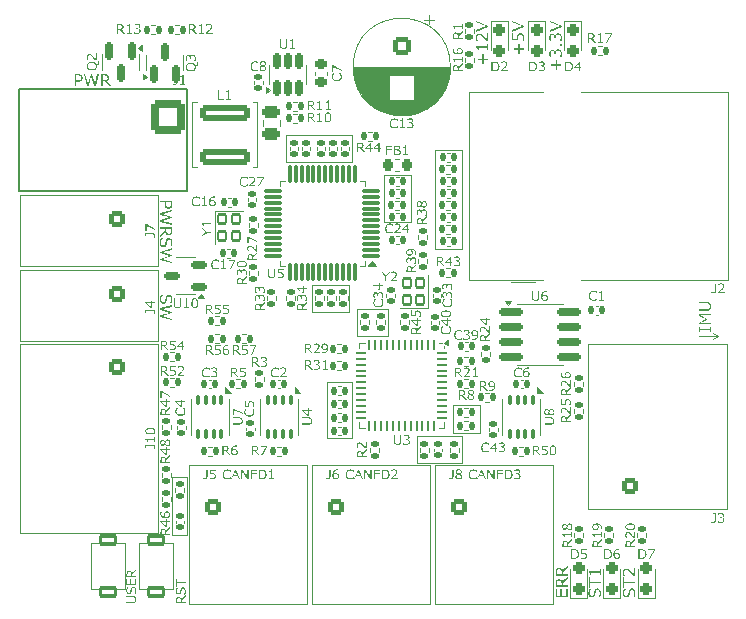
<source format=gbr>
%TF.GenerationSoftware,KiCad,Pcbnew,9.0.2*%
%TF.CreationDate,2025-10-15T23:03:26+09:00*%
%TF.ProjectId,Mother_v1_0_0,4d6f7468-6572-45f7-9631-5f305f302e6b,rev?*%
%TF.SameCoordinates,Original*%
%TF.FileFunction,Legend,Top*%
%TF.FilePolarity,Positive*%
%FSLAX46Y46*%
G04 Gerber Fmt 4.6, Leading zero omitted, Abs format (unit mm)*
G04 Created by KiCad (PCBNEW 9.0.2) date 2025-10-15 23:03:26*
%MOMM*%
%LPD*%
G01*
G04 APERTURE LIST*
G04 Aperture macros list*
%AMRoundRect*
0 Rectangle with rounded corners*
0 $1 Rounding radius*
0 $2 $3 $4 $5 $6 $7 $8 $9 X,Y pos of 4 corners*
0 Add a 4 corners polygon primitive as box body*
4,1,4,$2,$3,$4,$5,$6,$7,$8,$9,$2,$3,0*
0 Add four circle primitives for the rounded corners*
1,1,$1+$1,$2,$3*
1,1,$1+$1,$4,$5*
1,1,$1+$1,$6,$7*
1,1,$1+$1,$8,$9*
0 Add four rect primitives between the rounded corners*
20,1,$1+$1,$2,$3,$4,$5,0*
20,1,$1+$1,$4,$5,$6,$7,0*
20,1,$1+$1,$6,$7,$8,$9,0*
20,1,$1+$1,$8,$9,$2,$3,0*%
G04 Aperture macros list end*
%ADD10C,0.100000*%
%ADD11C,0.150000*%
%ADD12C,0.200000*%
%ADD13C,0.120000*%
%ADD14RoundRect,0.250000X0.475000X-0.250000X0.475000X0.250000X-0.475000X0.250000X-0.475000X-0.250000X0*%
%ADD15RoundRect,0.225000X-0.250000X0.225000X-0.250000X-0.225000X0.250000X-0.225000X0.250000X0.225000X0*%
%ADD16RoundRect,0.135000X0.135000X0.185000X-0.135000X0.185000X-0.135000X-0.185000X0.135000X-0.185000X0*%
%ADD17RoundRect,0.135000X-0.185000X0.135000X-0.185000X-0.135000X0.185000X-0.135000X0.185000X0.135000X0*%
%ADD18RoundRect,0.135000X0.185000X-0.135000X0.185000X0.135000X-0.185000X0.135000X-0.185000X-0.135000X0*%
%ADD19RoundRect,0.135000X-0.135000X-0.185000X0.135000X-0.185000X0.135000X0.185000X-0.135000X0.185000X0*%
%ADD20RoundRect,0.140000X0.170000X-0.140000X0.170000X0.140000X-0.170000X0.140000X-0.170000X-0.140000X0*%
%ADD21RoundRect,0.237500X0.237500X-0.287500X0.237500X0.287500X-0.237500X0.287500X-0.237500X-0.287500X0*%
%ADD22C,0.100000*%
%ADD23RoundRect,0.157500X-0.642500X-0.367500X0.642500X-0.367500X0.642500X0.367500X-0.642500X0.367500X0*%
%ADD24RoundRect,0.140000X-0.170000X0.140000X-0.170000X-0.140000X0.170000X-0.140000X0.170000X0.140000X0*%
%ADD25RoundRect,0.237500X-0.237500X0.287500X-0.237500X-0.287500X0.237500X-0.287500X0.237500X0.287500X0*%
%ADD26C,0.900000*%
%ADD27RoundRect,0.195000X0.455000X-0.455000X0.455000X0.455000X-0.455000X0.455000X-0.455000X-0.455000X0*%
%ADD28C,1.300000*%
%ADD29RoundRect,0.140000X-0.140000X-0.170000X0.140000X-0.170000X0.140000X0.170000X-0.140000X0.170000X0*%
%ADD30RoundRect,0.140000X0.140000X0.170000X-0.140000X0.170000X-0.140000X-0.170000X0.140000X-0.170000X0*%
%ADD31RoundRect,0.157500X0.642500X0.367500X-0.642500X0.367500X-0.642500X-0.367500X0.642500X-0.367500X0*%
%ADD32RoundRect,0.150000X-0.150000X0.587500X-0.150000X-0.587500X0.150000X-0.587500X0.150000X0.587500X0*%
%ADD33C,3.200000*%
%ADD34RoundRect,0.218750X-0.218750X-0.256250X0.218750X-0.256250X0.218750X0.256250X-0.218750X0.256250X0*%
%ADD35RoundRect,0.062500X-0.062500X0.375000X-0.062500X-0.375000X0.062500X-0.375000X0.062500X0.375000X0*%
%ADD36RoundRect,0.062500X-0.375000X0.062500X-0.375000X-0.062500X0.375000X-0.062500X0.375000X0.062500X0*%
%ADD37R,5.600000X5.600000*%
%ADD38RoundRect,0.087500X-0.087500X0.337500X-0.087500X-0.337500X0.087500X-0.337500X0.087500X0.337500X0*%
%ADD39R,2.400000X1.650000*%
%ADD40RoundRect,0.150000X0.150000X-0.512500X0.150000X0.512500X-0.150000X0.512500X-0.150000X-0.512500X0*%
%ADD41RoundRect,0.102000X0.323000X-0.373000X0.323000X0.373000X-0.323000X0.373000X-0.323000X-0.373000X0*%
%ADD42RoundRect,0.195000X-0.455000X0.455000X-0.455000X-0.455000X0.455000X-0.455000X0.455000X0.455000X0*%
%ADD43RoundRect,0.150000X0.512500X0.150000X-0.512500X0.150000X-0.512500X-0.150000X0.512500X-0.150000X0*%
%ADD44C,3.250000*%
%ADD45C,1.890000*%
%ADD46R,1.900000X1.900000*%
%ADD47C,1.900000*%
%ADD48C,2.600000*%
%ADD49RoundRect,0.195000X0.455000X0.455000X-0.455000X0.455000X-0.455000X-0.455000X0.455000X-0.455000X0*%
%ADD50RoundRect,0.249999X-1.850001X0.450001X-1.850001X-0.450001X1.850001X-0.450001X1.850001X0.450001X0*%
%ADD51RoundRect,0.250000X-0.550000X0.550000X-0.550000X-0.550000X0.550000X-0.550000X0.550000X0.550000X0*%
%ADD52C,1.600000*%
%ADD53RoundRect,0.102000X-0.323000X0.373000X-0.323000X-0.373000X0.323000X-0.373000X0.323000X0.373000X0*%
%ADD54RoundRect,0.150000X-0.825000X-0.150000X0.825000X-0.150000X0.825000X0.150000X-0.825000X0.150000X0*%
%ADD55RoundRect,0.075000X0.662500X0.075000X-0.662500X0.075000X-0.662500X-0.075000X0.662500X-0.075000X0*%
%ADD56RoundRect,0.075000X0.075000X0.662500X-0.075000X0.662500X-0.075000X-0.662500X0.075000X-0.662500X0*%
%ADD57RoundRect,0.150000X0.150000X-0.587500X0.150000X0.587500X-0.150000X0.587500X-0.150000X-0.587500X0*%
%ADD58C,1.000000*%
%ADD59RoundRect,0.304348X1.095652X-1.095652X1.095652X1.095652X-1.095652X1.095652X-1.095652X-1.095652X0*%
%ADD60C,2.800000*%
G04 APERTURE END LIST*
D10*
X173736000Y-115697000D02*
X177546000Y-115697000D01*
X177546000Y-117983000D01*
X173736000Y-117983000D01*
X173736000Y-115697000D01*
X164846000Y-102870000D02*
X168020000Y-102870000D01*
X168020000Y-105156000D01*
X164846000Y-105156000D01*
X164846000Y-102870000D01*
X162687000Y-90170000D02*
X168275000Y-90170000D01*
X168275000Y-92456000D01*
X162687000Y-92456000D01*
X162687000Y-90170000D01*
X170942000Y-93578000D02*
X173228000Y-93578000D01*
X173228000Y-97515000D01*
X170942000Y-97515000D01*
X170942000Y-93578000D01*
X175260000Y-91440000D02*
X177546000Y-91440000D01*
X177546000Y-99822000D01*
X175260000Y-99822000D01*
X175260000Y-91440000D01*
X168656000Y-104902000D02*
X171323000Y-104902000D01*
X171323000Y-107188000D01*
X168656000Y-107188000D01*
X168656000Y-104902000D01*
X176784000Y-113031000D02*
X179070000Y-113031000D01*
X179070000Y-115444000D01*
X176784000Y-115444000D01*
X176784000Y-113031000D01*
X166116000Y-111125000D02*
X168275000Y-111125000D01*
X168275000Y-115824000D01*
X166116000Y-115824000D01*
X166116000Y-111125000D01*
X199263000Y-107188000D02*
X197612000Y-107188000D01*
X199263000Y-107188000D02*
X198796373Y-107457408D01*
X153035000Y-119126000D02*
X154305000Y-119126000D01*
X154305000Y-124079000D01*
X153035000Y-124079000D01*
X153035000Y-119126000D01*
X199263000Y-107188000D02*
X198796373Y-106918593D01*
G36*
X145164905Y-85041532D02*
G01*
X145245202Y-85058734D01*
X145308376Y-85084877D01*
X145357640Y-85118940D01*
X145398988Y-85163898D01*
X145428438Y-85215437D01*
X145446601Y-85274863D01*
X145452956Y-85344071D01*
X145446162Y-85415566D01*
X145426553Y-85478223D01*
X145394400Y-85533817D01*
X145348786Y-85583551D01*
X145294555Y-85622337D01*
X145229443Y-85651158D01*
X145151294Y-85669544D01*
X145057405Y-85676119D01*
X144906463Y-85676119D01*
X144906463Y-86063000D01*
X144779395Y-86063000D01*
X144779395Y-85566698D01*
X144906463Y-85566698D01*
X145033530Y-85566698D01*
X145114169Y-85561969D01*
X145175464Y-85549325D01*
X145221362Y-85530573D01*
X145255119Y-85506736D01*
X145283387Y-85474690D01*
X145303574Y-85438080D01*
X145316035Y-85396003D01*
X145320393Y-85347185D01*
X145315999Y-85298142D01*
X145303659Y-85257654D01*
X145284012Y-85224036D01*
X145256829Y-85196121D01*
X145224356Y-85175535D01*
X145181507Y-85159417D01*
X145125729Y-85148640D01*
X145053985Y-85144646D01*
X144906463Y-85144646D01*
X144906463Y-85566698D01*
X144779395Y-85566698D01*
X144779395Y-85035226D01*
X145063572Y-85035226D01*
X145164905Y-85041532D01*
G37*
G36*
X146823219Y-85035226D02*
G01*
X146534952Y-86063000D01*
X146420890Y-86063000D01*
X146185868Y-85209127D01*
X145952921Y-86063000D01*
X145842279Y-86063000D01*
X145550592Y-85035226D01*
X145681079Y-85035226D01*
X145907187Y-85859789D01*
X146130547Y-85035226D01*
X146250103Y-85035226D01*
X146473464Y-85867239D01*
X146698900Y-85035226D01*
X146823219Y-85035226D01*
G37*
G36*
X147412434Y-85041269D02*
G01*
X147493635Y-85057472D01*
X147554938Y-85081550D01*
X147600461Y-85112162D01*
X147639125Y-85153593D01*
X147666432Y-85200309D01*
X147683133Y-85253382D01*
X147688938Y-85314395D01*
X147682920Y-85382775D01*
X147665696Y-85441907D01*
X147637786Y-85493532D01*
X147598716Y-85538892D01*
X147547071Y-85578618D01*
X147480599Y-85612677D01*
X147856306Y-86063000D01*
X147690281Y-86063000D01*
X147351456Y-85648764D01*
X147141773Y-85648764D01*
X147141773Y-86063000D01*
X147014706Y-86063000D01*
X147014706Y-85539343D01*
X147141773Y-85539343D01*
X147291372Y-85539343D01*
X147363973Y-85534978D01*
X147419865Y-85523232D01*
X147462369Y-85505675D01*
X147494215Y-85483167D01*
X147520204Y-85453186D01*
X147539271Y-85416826D01*
X147551373Y-85372766D01*
X147555704Y-85319219D01*
X147549228Y-85266692D01*
X147531129Y-85225549D01*
X147501630Y-85193029D01*
X147458645Y-85167975D01*
X147398132Y-85151056D01*
X147314575Y-85144646D01*
X147141773Y-85144646D01*
X147141773Y-85539343D01*
X147014706Y-85539343D01*
X147014706Y-85035226D01*
X147306393Y-85035226D01*
X147412434Y-85041269D01*
G37*
G36*
X198626373Y-106438350D02*
G01*
X198626373Y-106835245D01*
X198528675Y-106835245D01*
X198528675Y-106699995D01*
X197696296Y-106699995D01*
X197696296Y-106835245D01*
X197598599Y-106835245D01*
X197598599Y-106438350D01*
X197696296Y-106438350D01*
X197696296Y-106572928D01*
X198528675Y-106572928D01*
X198528675Y-106438350D01*
X198626373Y-106438350D01*
G37*
G36*
X198626373Y-105319290D02*
G01*
X198626373Y-105446358D01*
X197743496Y-105446358D01*
X198345005Y-105743479D01*
X198345005Y-105813210D01*
X197743496Y-106110332D01*
X198626373Y-106110332D01*
X198626373Y-106228484D01*
X197598599Y-106228484D01*
X197598599Y-106065941D01*
X198188506Y-105774254D01*
X197598599Y-105483238D01*
X197598599Y-105319290D01*
X198626373Y-105319290D01*
G37*
G36*
X198217571Y-104287181D02*
G01*
X198310074Y-104292144D01*
X198386548Y-104305907D01*
X198449502Y-104327111D01*
X198501102Y-104354900D01*
X198543086Y-104388969D01*
X198578583Y-104431096D01*
X198606828Y-104480290D01*
X198627849Y-104537634D01*
X198641187Y-104604537D01*
X198645912Y-104682671D01*
X198639967Y-104770221D01*
X198623356Y-104843084D01*
X198597369Y-104903752D01*
X198562505Y-104954237D01*
X198518431Y-104995947D01*
X198464018Y-105029579D01*
X198397430Y-105055059D01*
X198316244Y-105071545D01*
X198217571Y-105077490D01*
X197598599Y-105077490D01*
X197598599Y-104950484D01*
X198227463Y-104950484D01*
X198311769Y-104945360D01*
X198376920Y-104931548D01*
X198426694Y-104910847D01*
X198464195Y-104884233D01*
X198494394Y-104848942D01*
X198516841Y-104804957D01*
X198531272Y-104750372D01*
X198536491Y-104682671D01*
X198531403Y-104616020D01*
X198517282Y-104561792D01*
X198495243Y-104517659D01*
X198465539Y-104481843D01*
X198428559Y-104454632D01*
X198379327Y-104433508D01*
X198314716Y-104419417D01*
X198230882Y-104414187D01*
X197598599Y-104414187D01*
X197598599Y-104287181D01*
X198217571Y-104287181D01*
G37*
G36*
X186520000Y-128640463D02*
G01*
X186520000Y-129310604D01*
X185492226Y-129310604D01*
X185492226Y-128640463D01*
X185601646Y-128640463D01*
X185601646Y-129183536D01*
X185902554Y-129183536D01*
X185902554Y-128654140D01*
X186011974Y-128654140D01*
X186011974Y-129183536D01*
X186410579Y-129183536D01*
X186410579Y-128640463D01*
X186520000Y-128640463D01*
G37*
G36*
X186520000Y-127770408D02*
G01*
X186105764Y-128109234D01*
X186105764Y-128318917D01*
X186520000Y-128318917D01*
X186520000Y-128445984D01*
X185492226Y-128445984D01*
X185492226Y-128154297D01*
X185492692Y-128146115D01*
X185601646Y-128146115D01*
X185601646Y-128318917D01*
X185996343Y-128318917D01*
X185996343Y-128169318D01*
X185991978Y-128096717D01*
X185980232Y-128040824D01*
X185962675Y-127998321D01*
X185940167Y-127966474D01*
X185910186Y-127940486D01*
X185873826Y-127921418D01*
X185829766Y-127909317D01*
X185776219Y-127904986D01*
X185723692Y-127911462D01*
X185682549Y-127929561D01*
X185650029Y-127959059D01*
X185624975Y-128002045D01*
X185608056Y-128062558D01*
X185601646Y-128146115D01*
X185492692Y-128146115D01*
X185498269Y-128048256D01*
X185514472Y-127967055D01*
X185538550Y-127905752D01*
X185569162Y-127860229D01*
X185610593Y-127821565D01*
X185657309Y-127794258D01*
X185710382Y-127777556D01*
X185771395Y-127771752D01*
X185839775Y-127777770D01*
X185898907Y-127794993D01*
X185950532Y-127822904D01*
X185995892Y-127861974D01*
X186035618Y-127913618D01*
X186069677Y-127980091D01*
X186520000Y-127604384D01*
X186520000Y-127770408D01*
G37*
G36*
X186520000Y-126814930D02*
G01*
X186105764Y-127153756D01*
X186105764Y-127363439D01*
X186520000Y-127363439D01*
X186520000Y-127490506D01*
X185492226Y-127490506D01*
X185492226Y-127198819D01*
X185492692Y-127190637D01*
X185601646Y-127190637D01*
X185601646Y-127363439D01*
X185996343Y-127363439D01*
X185996343Y-127213840D01*
X185991978Y-127141239D01*
X185980232Y-127085346D01*
X185962675Y-127042843D01*
X185940167Y-127010996D01*
X185910186Y-126985008D01*
X185873826Y-126965940D01*
X185829766Y-126953839D01*
X185776219Y-126949508D01*
X185723692Y-126955984D01*
X185682549Y-126974083D01*
X185650029Y-127003581D01*
X185624975Y-127046567D01*
X185608056Y-127107080D01*
X185601646Y-127190637D01*
X185492692Y-127190637D01*
X185498269Y-127092778D01*
X185514472Y-127011577D01*
X185538550Y-126950274D01*
X185569162Y-126904751D01*
X185610593Y-126866087D01*
X185657309Y-126838780D01*
X185710382Y-126822078D01*
X185771395Y-126816274D01*
X185839775Y-126822292D01*
X185898907Y-126839515D01*
X185950532Y-126867426D01*
X185995892Y-126906496D01*
X186035618Y-126958140D01*
X186069677Y-127024613D01*
X186520000Y-126648906D01*
X186520000Y-126814930D01*
G37*
G36*
X182438395Y-82476277D02*
G01*
X182438395Y-82852655D01*
X182813552Y-82852655D01*
X182813552Y-82957863D01*
X182438395Y-82957863D01*
X182438395Y-83334241D01*
X182336790Y-83334241D01*
X182336790Y-82957863D01*
X181961633Y-82957863D01*
X181961633Y-82852655D01*
X182336790Y-82852655D01*
X182336790Y-82476277D01*
X182438395Y-82476277D01*
G37*
G36*
X182796822Y-82225501D02*
G01*
X182661145Y-82225501D01*
X182661145Y-82214571D01*
X182699493Y-82145718D01*
X182726134Y-82076965D01*
X182741881Y-82007703D01*
X182747118Y-81937233D01*
X182742825Y-81882397D01*
X182730631Y-81835432D01*
X182711126Y-81794971D01*
X182684287Y-81759974D01*
X182650835Y-81731491D01*
X182611576Y-81710849D01*
X182565364Y-81697926D01*
X182510630Y-81693357D01*
X182457817Y-81698887D01*
X182415061Y-81714397D01*
X182380136Y-81739344D01*
X182351741Y-81774661D01*
X182329691Y-81822618D01*
X182314935Y-81886566D01*
X182309435Y-81970694D01*
X182315382Y-82055886D01*
X182336790Y-82181109D01*
X181809226Y-82181109D01*
X181809226Y-81569709D01*
X181918646Y-81569709D01*
X181918646Y-82058133D01*
X182208929Y-82058133D01*
X182200014Y-81936561D01*
X182205852Y-81843309D01*
X182221939Y-81767749D01*
X182246665Y-81706773D01*
X182279210Y-81657819D01*
X182321952Y-81617273D01*
X182373334Y-81587906D01*
X182435124Y-81569444D01*
X182509836Y-81562870D01*
X182584572Y-81569632D01*
X182650014Y-81589107D01*
X182707950Y-81620894D01*
X182759636Y-81665696D01*
X182801226Y-81719725D01*
X182831291Y-81781477D01*
X182849986Y-81852417D01*
X182856539Y-81934485D01*
X182849615Y-82040628D01*
X182829515Y-82137164D01*
X182796822Y-82225501D01*
G37*
G36*
X181809226Y-80530761D02*
G01*
X182837000Y-80937242D01*
X182837000Y-81054723D01*
X181809226Y-81461204D01*
X181809226Y-81325221D01*
X182663770Y-80991891D01*
X181809226Y-80659904D01*
X181809226Y-80530761D01*
G37*
G36*
X151986460Y-104073957D02*
G01*
X151991520Y-103988996D01*
X152007070Y-103900444D01*
X152033867Y-103807623D01*
X152072922Y-103709852D01*
X152228749Y-103709852D01*
X152228749Y-103718706D01*
X152180236Y-103784330D01*
X152143256Y-103852215D01*
X152117042Y-103922879D01*
X152101233Y-103996994D01*
X152095881Y-104075361D01*
X152102150Y-104156046D01*
X152119257Y-104219155D01*
X152145523Y-104268313D01*
X152173053Y-104299549D01*
X152203723Y-104321031D01*
X152238187Y-104333915D01*
X152277598Y-104338350D01*
X152319469Y-104334651D01*
X152352444Y-104324477D01*
X152378409Y-104308613D01*
X152399280Y-104286322D01*
X152418451Y-104252925D01*
X152435439Y-104205115D01*
X152481968Y-103975588D01*
X152506092Y-103893308D01*
X152538582Y-103829928D01*
X152578627Y-103781904D01*
X152615449Y-103753588D01*
X152657381Y-103733149D01*
X152705393Y-103720460D01*
X152760771Y-103716019D01*
X152821893Y-103722497D01*
X152876301Y-103741398D01*
X152925541Y-103772904D01*
X152970576Y-103818479D01*
X153005667Y-103871507D01*
X153031425Y-103932660D01*
X153047610Y-104003404D01*
X153053313Y-104085558D01*
X153048676Y-104170470D01*
X153034662Y-104255851D01*
X153010957Y-104342172D01*
X152977048Y-104429880D01*
X152826655Y-104429880D01*
X152826655Y-104420293D01*
X152868876Y-104361410D01*
X152901437Y-104299109D01*
X152924789Y-104232850D01*
X152939028Y-104161940D01*
X152943892Y-104085558D01*
X152938158Y-104015876D01*
X152922241Y-103959469D01*
X152897303Y-103913734D01*
X152862341Y-103876956D01*
X152822274Y-103855742D01*
X152775181Y-103848521D01*
X152727850Y-103854437D01*
X152689171Y-103871270D01*
X152657085Y-103899121D01*
X152630713Y-103939981D01*
X152610501Y-103997448D01*
X152571177Y-104189056D01*
X152544780Y-104286532D01*
X152521963Y-104340060D01*
X152493846Y-104382076D01*
X152463527Y-104413821D01*
X152428576Y-104438527D01*
X152389033Y-104456136D01*
X152345911Y-104466547D01*
X152296771Y-104470180D01*
X152232400Y-104463335D01*
X152174889Y-104443333D01*
X152122633Y-104409934D01*
X152074632Y-104361553D01*
X152037386Y-104305357D01*
X152009926Y-104239892D01*
X151992592Y-104163459D01*
X151986460Y-104073957D01*
G37*
G36*
X153033773Y-105856930D02*
G01*
X152006000Y-105568662D01*
X152006000Y-105454601D01*
X152859872Y-105219578D01*
X152006000Y-104986631D01*
X152006000Y-104875989D01*
X153033773Y-104584302D01*
X153033773Y-104714789D01*
X152209210Y-104940897D01*
X153033773Y-105164257D01*
X153033773Y-105283814D01*
X152201760Y-105507174D01*
X153033773Y-105732610D01*
X153033773Y-105856930D01*
G37*
G36*
X185613395Y-83834267D02*
G01*
X185613395Y-84210645D01*
X185988552Y-84210645D01*
X185988552Y-84315853D01*
X185613395Y-84315853D01*
X185613395Y-84692231D01*
X185511790Y-84692231D01*
X185511790Y-84315853D01*
X185136633Y-84315853D01*
X185136633Y-84210645D01*
X185511790Y-84210645D01*
X185511790Y-83834267D01*
X185613395Y-83834267D01*
G37*
G36*
X185966815Y-83597107D02*
G01*
X185828329Y-83597107D01*
X185828329Y-83586177D01*
X185870354Y-83514248D01*
X185899382Y-83442933D01*
X185916458Y-83371550D01*
X185922118Y-83299314D01*
X185918016Y-83245001D01*
X185906381Y-83198539D01*
X185887826Y-83158594D01*
X185862401Y-83124131D01*
X185830444Y-83095868D01*
X185792912Y-83075452D01*
X185748697Y-83062694D01*
X185696255Y-83058185D01*
X185647042Y-83062298D01*
X185607588Y-83073674D01*
X185575940Y-83091448D01*
X185550686Y-83115582D01*
X185526727Y-83156714D01*
X185510290Y-83216532D01*
X185503974Y-83301390D01*
X185503974Y-83361474D01*
X185402369Y-83361474D01*
X185402369Y-83315007D01*
X185396486Y-83242540D01*
X185380402Y-83185810D01*
X185355597Y-83141533D01*
X185329852Y-83114053D01*
X185299965Y-83094692D01*
X185265119Y-83082805D01*
X185224011Y-83078641D01*
X185178899Y-83085004D01*
X185142666Y-83103161D01*
X185113125Y-83133656D01*
X185092475Y-83172233D01*
X185079032Y-83221724D01*
X185074107Y-83284965D01*
X185079439Y-83352393D01*
X185095654Y-83420256D01*
X185123447Y-83489308D01*
X185163988Y-83560226D01*
X185163988Y-83567737D01*
X185029533Y-83567737D01*
X184993326Y-83474007D01*
X184971851Y-83378909D01*
X184964686Y-83281484D01*
X184969503Y-83200770D01*
X184982856Y-83134346D01*
X185003482Y-83079847D01*
X185030693Y-83035288D01*
X185066911Y-82996902D01*
X185107969Y-82970100D01*
X185154841Y-82953810D01*
X185209112Y-82948154D01*
X185262019Y-82954552D01*
X185310786Y-82973601D01*
X185356757Y-83006223D01*
X185394801Y-83048193D01*
X185422152Y-83096305D01*
X185439311Y-83151730D01*
X185449875Y-83151730D01*
X185469702Y-83079278D01*
X185498512Y-83023976D01*
X185535594Y-82982447D01*
X185581565Y-82952579D01*
X185638290Y-82933773D01*
X185708650Y-82927027D01*
X185777223Y-82933692D01*
X185837744Y-82952998D01*
X185891878Y-82984808D01*
X185940742Y-83030158D01*
X185979644Y-83084025D01*
X186007847Y-83145290D01*
X186025395Y-83215324D01*
X186031539Y-83295895D01*
X186024396Y-83397920D01*
X186002960Y-83498022D01*
X185966815Y-83597107D01*
G37*
G36*
X186012000Y-82509738D02*
G01*
X186012000Y-82664771D01*
X185824421Y-82664771D01*
X185824421Y-82509738D01*
X186012000Y-82509738D01*
G37*
G36*
X185966815Y-82239117D02*
G01*
X185828329Y-82239117D01*
X185828329Y-82228187D01*
X185870354Y-82156258D01*
X185899382Y-82084943D01*
X185916458Y-82013560D01*
X185922118Y-81941324D01*
X185918016Y-81887011D01*
X185906381Y-81840549D01*
X185887826Y-81800604D01*
X185862401Y-81766141D01*
X185830444Y-81737878D01*
X185792912Y-81717462D01*
X185748697Y-81704704D01*
X185696255Y-81700195D01*
X185647042Y-81704308D01*
X185607588Y-81715684D01*
X185575940Y-81733457D01*
X185550686Y-81757592D01*
X185526727Y-81798724D01*
X185510290Y-81858541D01*
X185503974Y-81943400D01*
X185503974Y-82003484D01*
X185402369Y-82003484D01*
X185402369Y-81957016D01*
X185396486Y-81884550D01*
X185380402Y-81827820D01*
X185355597Y-81783543D01*
X185329852Y-81756063D01*
X185299965Y-81736702D01*
X185265119Y-81724815D01*
X185224011Y-81720650D01*
X185178899Y-81727014D01*
X185142666Y-81745171D01*
X185113125Y-81775666D01*
X185092475Y-81814242D01*
X185079032Y-81863734D01*
X185074107Y-81926975D01*
X185079439Y-81994403D01*
X185095654Y-82062266D01*
X185123447Y-82131318D01*
X185163988Y-82202236D01*
X185163988Y-82209747D01*
X185029533Y-82209747D01*
X184993326Y-82116016D01*
X184971851Y-82020918D01*
X184964686Y-81923494D01*
X184969503Y-81842780D01*
X184982856Y-81776356D01*
X185003482Y-81721856D01*
X185030693Y-81677297D01*
X185066911Y-81638912D01*
X185107969Y-81612110D01*
X185154841Y-81595820D01*
X185209112Y-81590164D01*
X185262019Y-81596561D01*
X185310786Y-81615611D01*
X185356757Y-81648232D01*
X185394801Y-81690203D01*
X185422152Y-81738314D01*
X185439311Y-81793740D01*
X185449875Y-81793740D01*
X185469702Y-81721288D01*
X185498512Y-81665986D01*
X185535594Y-81624457D01*
X185581565Y-81594589D01*
X185638290Y-81575783D01*
X185708650Y-81569037D01*
X185777223Y-81575701D01*
X185837744Y-81595008D01*
X185891878Y-81626817D01*
X185940742Y-81672168D01*
X185979644Y-81726035D01*
X186007847Y-81787300D01*
X186025395Y-81857333D01*
X186031539Y-81937904D01*
X186024396Y-82039930D01*
X186002960Y-82140031D01*
X185966815Y-82239117D01*
G37*
G36*
X184984226Y-80530760D02*
G01*
X186012000Y-80937241D01*
X186012000Y-81054722D01*
X184984226Y-81461203D01*
X184984226Y-81325221D01*
X185838770Y-80991891D01*
X184984226Y-80659904D01*
X184984226Y-80530760D01*
G37*
G36*
X168113621Y-119346631D02*
G01*
X168039395Y-119341688D01*
X167974646Y-119327590D01*
X167917936Y-119305070D01*
X167868088Y-119274346D01*
X167824242Y-119235110D01*
X167788149Y-119189253D01*
X167759380Y-119136123D01*
X167737967Y-119074624D01*
X167724402Y-119003366D01*
X167719608Y-118920720D01*
X167724401Y-118840027D01*
X167738032Y-118769703D01*
X167759683Y-118708283D01*
X167788958Y-118654524D01*
X167825902Y-118607454D01*
X167870573Y-118566967D01*
X167920804Y-118535438D01*
X167977382Y-118512458D01*
X168041400Y-118498147D01*
X168114207Y-118493149D01*
X168177896Y-118497457D01*
X168244073Y-118510699D01*
X168313355Y-118533575D01*
X168386342Y-118567057D01*
X168386342Y-118686980D01*
X168378673Y-118686980D01*
X168324568Y-118647316D01*
X168270841Y-118617619D01*
X168217108Y-118596969D01*
X168162896Y-118584752D01*
X168107661Y-118580685D01*
X168056080Y-118584554D01*
X168010570Y-118595672D01*
X167970134Y-118613638D01*
X167933989Y-118638513D01*
X167901618Y-118670811D01*
X167869868Y-118717460D01*
X167846196Y-118773417D01*
X167831069Y-118840503D01*
X167825658Y-118920965D01*
X167831146Y-119000757D01*
X167846508Y-119067374D01*
X167870593Y-119123042D01*
X167902986Y-119169555D01*
X167935888Y-119201730D01*
X167972308Y-119226466D01*
X168012735Y-119244287D01*
X168057900Y-119255280D01*
X168108736Y-119259094D01*
X168176850Y-119253627D01*
X168240969Y-119237454D01*
X168281249Y-119219983D01*
X168326841Y-119192467D01*
X168378673Y-119152800D01*
X168386342Y-119152800D01*
X168386342Y-119272235D01*
X168286269Y-119314978D01*
X168223188Y-119334126D01*
X168165682Y-119343621D01*
X168113621Y-119346631D01*
G37*
G36*
X169170166Y-119331000D02*
G01*
X169061429Y-119331000D01*
X168976726Y-119099653D01*
X168619301Y-119099653D01*
X168534598Y-119331000D01*
X168431283Y-119331000D01*
X168549557Y-119012116D01*
X168650466Y-119012116D01*
X168946098Y-119012116D01*
X168797989Y-118606429D01*
X168650466Y-119012116D01*
X168549557Y-119012116D01*
X168736244Y-118508780D01*
X168865742Y-118508780D01*
X169170166Y-119331000D01*
G37*
G36*
X169908854Y-119331000D02*
G01*
X169790787Y-119331000D01*
X169376014Y-118617371D01*
X169376014Y-119331000D01*
X169281492Y-119331000D01*
X169281492Y-118508780D01*
X169422469Y-118508780D01*
X169814332Y-119183135D01*
X169814332Y-118508780D01*
X169908854Y-118508780D01*
X169908854Y-119331000D01*
G37*
G36*
X170631227Y-118596317D02*
G01*
X170213181Y-118596317D01*
X170213181Y-118843295D01*
X170584235Y-118843295D01*
X170584235Y-118930832D01*
X170213181Y-118930832D01*
X170213181Y-119331000D01*
X170111527Y-119331000D01*
X170111527Y-118508780D01*
X170631227Y-118508780D01*
X170631227Y-118596317D01*
G37*
G36*
X171038810Y-118512175D02*
G01*
X171112745Y-118521537D01*
X171173279Y-118535784D01*
X171222441Y-118554063D01*
X171269803Y-118579835D01*
X171311468Y-118611278D01*
X171347961Y-118648635D01*
X171379587Y-118692402D01*
X171404037Y-118739723D01*
X171422031Y-118792919D01*
X171433293Y-118852898D01*
X171437228Y-118920720D01*
X171432719Y-118987130D01*
X171419526Y-119048527D01*
X171397873Y-119105708D01*
X171367606Y-119159335D01*
X171328198Y-119209904D01*
X171291608Y-119243748D01*
X171246646Y-119272657D01*
X171191971Y-119296520D01*
X171125899Y-119314832D01*
X171046456Y-119326723D01*
X170951429Y-119331000D01*
X170750857Y-119331000D01*
X170750857Y-119243463D01*
X170852511Y-119243463D01*
X170958512Y-119243463D01*
X171040143Y-119239393D01*
X171107193Y-119228155D01*
X171161941Y-119210948D01*
X171206373Y-119188586D01*
X171242127Y-119161446D01*
X171272719Y-119127254D01*
X171297022Y-119087009D01*
X171315112Y-119039771D01*
X171326608Y-118984288D01*
X171330690Y-118919060D01*
X171326689Y-118857773D01*
X171315302Y-118804482D01*
X171297158Y-118757984D01*
X171272475Y-118717286D01*
X171241053Y-118681655D01*
X171204655Y-118653186D01*
X171159893Y-118629888D01*
X171105242Y-118612072D01*
X171038834Y-118600495D01*
X170958512Y-118596317D01*
X170852511Y-118596317D01*
X170852511Y-119243463D01*
X170750857Y-119243463D01*
X170750857Y-118508780D01*
X170949231Y-118508780D01*
X171038810Y-118512175D01*
G37*
G36*
X172118226Y-119331000D02*
G01*
X171567361Y-119331000D01*
X171567361Y-119224852D01*
X171763830Y-119049974D01*
X171835185Y-118981151D01*
X171888134Y-118923150D01*
X171925861Y-118874510D01*
X171956205Y-118822119D01*
X171973368Y-118771980D01*
X171978910Y-118723030D01*
X171973641Y-118680383D01*
X171958765Y-118646148D01*
X171934360Y-118618348D01*
X171902653Y-118598136D01*
X171863013Y-118585312D01*
X171813314Y-118580685D01*
X171758770Y-118584980D01*
X171704268Y-118598000D01*
X171649206Y-118620243D01*
X171593055Y-118652591D01*
X171587584Y-118652591D01*
X171587584Y-118545759D01*
X171662599Y-118516356D01*
X171738493Y-118498948D01*
X171816049Y-118493149D01*
X171878565Y-118497407D01*
X171931040Y-118509351D01*
X171975144Y-118528115D01*
X172012225Y-118553379D01*
X172043320Y-118585901D01*
X172065428Y-118623377D01*
X172079061Y-118666794D01*
X172083837Y-118717608D01*
X172079223Y-118772173D01*
X172065519Y-118823903D01*
X172042562Y-118873057D01*
X172008415Y-118922528D01*
X171967100Y-118970529D01*
X171915505Y-119024426D01*
X171843463Y-119090971D01*
X171666866Y-119243463D01*
X172118226Y-119243463D01*
X172118226Y-119331000D01*
G37*
G36*
X189333539Y-128971042D02*
G01*
X189328479Y-129056003D01*
X189312929Y-129144555D01*
X189286132Y-129237376D01*
X189247077Y-129335147D01*
X189091250Y-129335147D01*
X189091250Y-129326293D01*
X189139763Y-129260669D01*
X189176743Y-129192784D01*
X189202957Y-129122120D01*
X189218766Y-129048005D01*
X189224118Y-128969638D01*
X189217849Y-128888953D01*
X189200742Y-128825844D01*
X189174476Y-128776686D01*
X189146946Y-128745450D01*
X189116276Y-128723968D01*
X189081812Y-128711084D01*
X189042401Y-128706649D01*
X189000530Y-128710348D01*
X188967555Y-128720522D01*
X188941590Y-128736386D01*
X188920719Y-128758677D01*
X188901548Y-128792074D01*
X188884560Y-128839884D01*
X188838031Y-129069411D01*
X188813907Y-129151691D01*
X188781417Y-129215071D01*
X188741372Y-129263095D01*
X188704550Y-129291411D01*
X188662618Y-129311850D01*
X188614606Y-129324539D01*
X188559228Y-129328980D01*
X188498106Y-129322502D01*
X188443698Y-129303601D01*
X188394458Y-129272095D01*
X188349423Y-129226520D01*
X188314332Y-129173492D01*
X188288574Y-129112339D01*
X188272389Y-129041595D01*
X188266686Y-128959441D01*
X188271323Y-128874529D01*
X188285337Y-128789148D01*
X188309042Y-128702827D01*
X188342951Y-128615119D01*
X188493344Y-128615119D01*
X188493344Y-128624706D01*
X188451123Y-128683589D01*
X188418562Y-128745890D01*
X188395210Y-128812149D01*
X188380971Y-128883059D01*
X188376107Y-128959441D01*
X188381841Y-129029123D01*
X188397758Y-129085530D01*
X188422696Y-129131265D01*
X188457658Y-129168043D01*
X188497725Y-129189257D01*
X188544818Y-129196478D01*
X188592149Y-129190562D01*
X188630828Y-129173729D01*
X188662914Y-129145878D01*
X188689286Y-129105018D01*
X188709498Y-129047551D01*
X188748822Y-128855943D01*
X188775219Y-128758467D01*
X188798036Y-128704939D01*
X188826153Y-128662923D01*
X188856472Y-128631178D01*
X188891423Y-128606472D01*
X188930966Y-128588863D01*
X188974088Y-128578452D01*
X189023228Y-128574819D01*
X189087599Y-128581664D01*
X189145110Y-128601666D01*
X189197366Y-128635065D01*
X189245367Y-128683446D01*
X189282613Y-128739642D01*
X189310073Y-128805107D01*
X189327407Y-128881540D01*
X189333539Y-128971042D01*
G37*
G36*
X189314000Y-128143730D02*
G01*
X188395646Y-128143730D01*
X188395646Y-128509240D01*
X188286226Y-128509240D01*
X188286226Y-127651215D01*
X188395646Y-127651215D01*
X188395646Y-128016663D01*
X189314000Y-128016663D01*
X189314000Y-128143730D01*
G37*
G36*
X189314000Y-126905358D02*
G01*
X189314000Y-127453195D01*
X189220210Y-127453195D01*
X189220210Y-127238689D01*
X188512883Y-127238689D01*
X188512883Y-127453195D01*
X188430817Y-127453195D01*
X188425454Y-127369188D01*
X188412592Y-127311585D01*
X188394730Y-127273554D01*
X188367289Y-127243424D01*
X188330691Y-127223139D01*
X188282318Y-127212738D01*
X188282318Y-127115712D01*
X189220210Y-127115712D01*
X189220210Y-126905358D01*
X189314000Y-126905358D01*
G37*
G36*
X157699621Y-119346631D02*
G01*
X157625395Y-119341688D01*
X157560646Y-119327590D01*
X157503936Y-119305070D01*
X157454088Y-119274346D01*
X157410242Y-119235110D01*
X157374149Y-119189253D01*
X157345380Y-119136123D01*
X157323967Y-119074624D01*
X157310402Y-119003366D01*
X157305608Y-118920720D01*
X157310401Y-118840027D01*
X157324032Y-118769703D01*
X157345683Y-118708283D01*
X157374958Y-118654524D01*
X157411902Y-118607454D01*
X157456573Y-118566967D01*
X157506804Y-118535438D01*
X157563382Y-118512458D01*
X157627400Y-118498147D01*
X157700207Y-118493149D01*
X157763896Y-118497457D01*
X157830073Y-118510699D01*
X157899355Y-118533575D01*
X157972342Y-118567057D01*
X157972342Y-118686980D01*
X157964673Y-118686980D01*
X157910568Y-118647316D01*
X157856841Y-118617619D01*
X157803108Y-118596969D01*
X157748896Y-118584752D01*
X157693661Y-118580685D01*
X157642080Y-118584554D01*
X157596570Y-118595672D01*
X157556134Y-118613638D01*
X157519989Y-118638513D01*
X157487618Y-118670811D01*
X157455868Y-118717460D01*
X157432196Y-118773417D01*
X157417069Y-118840503D01*
X157411658Y-118920965D01*
X157417146Y-119000757D01*
X157432508Y-119067374D01*
X157456593Y-119123042D01*
X157488986Y-119169555D01*
X157521888Y-119201730D01*
X157558308Y-119226466D01*
X157598735Y-119244287D01*
X157643900Y-119255280D01*
X157694736Y-119259094D01*
X157762850Y-119253627D01*
X157826969Y-119237454D01*
X157867249Y-119219983D01*
X157912841Y-119192467D01*
X157964673Y-119152800D01*
X157972342Y-119152800D01*
X157972342Y-119272235D01*
X157872269Y-119314978D01*
X157809188Y-119334126D01*
X157751682Y-119343621D01*
X157699621Y-119346631D01*
G37*
G36*
X158756166Y-119331000D02*
G01*
X158647429Y-119331000D01*
X158562726Y-119099653D01*
X158205301Y-119099653D01*
X158120598Y-119331000D01*
X158017283Y-119331000D01*
X158135557Y-119012116D01*
X158236466Y-119012116D01*
X158532098Y-119012116D01*
X158383989Y-118606429D01*
X158236466Y-119012116D01*
X158135557Y-119012116D01*
X158322244Y-118508780D01*
X158451742Y-118508780D01*
X158756166Y-119331000D01*
G37*
G36*
X159494854Y-119331000D02*
G01*
X159376787Y-119331000D01*
X158962014Y-118617371D01*
X158962014Y-119331000D01*
X158867492Y-119331000D01*
X158867492Y-118508780D01*
X159008469Y-118508780D01*
X159400332Y-119183135D01*
X159400332Y-118508780D01*
X159494854Y-118508780D01*
X159494854Y-119331000D01*
G37*
G36*
X160217227Y-118596317D02*
G01*
X159799181Y-118596317D01*
X159799181Y-118843295D01*
X160170235Y-118843295D01*
X160170235Y-118930832D01*
X159799181Y-118930832D01*
X159799181Y-119331000D01*
X159697527Y-119331000D01*
X159697527Y-118508780D01*
X160217227Y-118508780D01*
X160217227Y-118596317D01*
G37*
G36*
X160624810Y-118512175D02*
G01*
X160698745Y-118521537D01*
X160759279Y-118535784D01*
X160808441Y-118554063D01*
X160855803Y-118579835D01*
X160897468Y-118611278D01*
X160933961Y-118648635D01*
X160965587Y-118692402D01*
X160990037Y-118739723D01*
X161008031Y-118792919D01*
X161019293Y-118852898D01*
X161023228Y-118920720D01*
X161018719Y-118987130D01*
X161005526Y-119048527D01*
X160983873Y-119105708D01*
X160953606Y-119159335D01*
X160914198Y-119209904D01*
X160877608Y-119243748D01*
X160832646Y-119272657D01*
X160777971Y-119296520D01*
X160711899Y-119314832D01*
X160632456Y-119326723D01*
X160537429Y-119331000D01*
X160336857Y-119331000D01*
X160336857Y-119243463D01*
X160438511Y-119243463D01*
X160544512Y-119243463D01*
X160626143Y-119239393D01*
X160693193Y-119228155D01*
X160747941Y-119210948D01*
X160792373Y-119188586D01*
X160828127Y-119161446D01*
X160858719Y-119127254D01*
X160883022Y-119087009D01*
X160901112Y-119039771D01*
X160912608Y-118984288D01*
X160916690Y-118919060D01*
X160912689Y-118857773D01*
X160901302Y-118804482D01*
X160883158Y-118757984D01*
X160858475Y-118717286D01*
X160827053Y-118681655D01*
X160790655Y-118653186D01*
X160745893Y-118629888D01*
X160691242Y-118612072D01*
X160624834Y-118600495D01*
X160544512Y-118596317D01*
X160438511Y-118596317D01*
X160438511Y-119243463D01*
X160336857Y-119243463D01*
X160336857Y-118508780D01*
X160535231Y-118508780D01*
X160624810Y-118512175D01*
G37*
G36*
X161657234Y-119331000D02*
G01*
X161218965Y-119331000D01*
X161218965Y-119255968D01*
X161390570Y-119255968D01*
X161390570Y-118690106D01*
X161218965Y-118690106D01*
X161218965Y-118624454D01*
X161286170Y-118620163D01*
X161332252Y-118609874D01*
X161362677Y-118595584D01*
X161386781Y-118573631D01*
X161403009Y-118544352D01*
X161411330Y-118505654D01*
X161488951Y-118505654D01*
X161488951Y-119255968D01*
X161657234Y-119255968D01*
X161657234Y-119331000D01*
G37*
G36*
X149650958Y-129196917D02*
G01*
X149724961Y-129200888D01*
X149786140Y-129211897D01*
X149836503Y-129228861D01*
X149877783Y-129251092D01*
X149911370Y-129278348D01*
X149939768Y-129312049D01*
X149962364Y-129351404D01*
X149979181Y-129397279D01*
X149989851Y-129450802D01*
X149993631Y-129513309D01*
X149988875Y-129583349D01*
X149975586Y-129641639D01*
X149954797Y-129690174D01*
X149926905Y-129730562D01*
X149891646Y-129763930D01*
X149848116Y-129790836D01*
X149794845Y-129811220D01*
X149729897Y-129824408D01*
X149650958Y-129829164D01*
X149155780Y-129829164D01*
X149155780Y-129727559D01*
X149658872Y-129727559D01*
X149726316Y-129723460D01*
X149778438Y-129712410D01*
X149818257Y-129695850D01*
X149848258Y-129674558D01*
X149872417Y-129646326D01*
X149890374Y-129611138D01*
X149901919Y-129567469D01*
X149906094Y-129513309D01*
X149902024Y-129459989D01*
X149890727Y-129416606D01*
X149873096Y-129381299D01*
X149849332Y-129352646D01*
X149819748Y-129330878D01*
X149780363Y-129313978D01*
X149728674Y-129302706D01*
X149661607Y-129298522D01*
X149155780Y-129298522D01*
X149155780Y-129196917D01*
X149650958Y-129196917D01*
G37*
G36*
X149993631Y-128751467D02*
G01*
X149989583Y-128819436D01*
X149977143Y-128890277D01*
X149955706Y-128964535D01*
X149924461Y-129042751D01*
X149799800Y-129042751D01*
X149799800Y-129035668D01*
X149838611Y-128983169D01*
X149868195Y-128928861D01*
X149889165Y-128872330D01*
X149901813Y-128813037D01*
X149906094Y-128750344D01*
X149901079Y-128685796D01*
X149887393Y-128635309D01*
X149866381Y-128595982D01*
X149844357Y-128570993D01*
X149819821Y-128553808D01*
X149792250Y-128543501D01*
X149760721Y-128539953D01*
X149727224Y-128542912D01*
X149700844Y-128551051D01*
X149680072Y-128563742D01*
X149663375Y-128581575D01*
X149648039Y-128608293D01*
X149634448Y-128646540D01*
X149597225Y-128830162D01*
X149577925Y-128895986D01*
X149551933Y-128946690D01*
X149519898Y-128985110D01*
X149490440Y-129007762D01*
X149456894Y-129024113D01*
X149418484Y-129034264D01*
X149374182Y-129037817D01*
X149325284Y-129032635D01*
X149281758Y-129017514D01*
X149242366Y-128992309D01*
X149206339Y-128955849D01*
X149178266Y-128913427D01*
X149157659Y-128864505D01*
X149144711Y-128807910D01*
X149140149Y-128742186D01*
X149143858Y-128674257D01*
X149155070Y-128605952D01*
X149174034Y-128536895D01*
X149201161Y-128466729D01*
X149321475Y-128466729D01*
X149321475Y-128474398D01*
X149287698Y-128521505D01*
X149261649Y-128571346D01*
X149242968Y-128624353D01*
X149231577Y-128681081D01*
X149227685Y-128742186D01*
X149232273Y-128797932D01*
X149245006Y-128843057D01*
X149264957Y-128879646D01*
X149292926Y-128909068D01*
X149324980Y-128926039D01*
X149362654Y-128931816D01*
X149400519Y-128927083D01*
X149431462Y-128913616D01*
X149457131Y-128891336D01*
X149478229Y-128858648D01*
X149494399Y-128812674D01*
X149525857Y-128659387D01*
X149546975Y-128581407D01*
X149565229Y-128538585D01*
X149587722Y-128504972D01*
X149611977Y-128479576D01*
X149639938Y-128459811D01*
X149671572Y-128445724D01*
X149706071Y-128437395D01*
X149745383Y-128434489D01*
X149796879Y-128439964D01*
X149842888Y-128455966D01*
X149884693Y-128482685D01*
X149923094Y-128521390D01*
X149952890Y-128566347D01*
X149974858Y-128618719D01*
X149988725Y-128679866D01*
X149993631Y-128751467D01*
G37*
G36*
X149978000Y-127757350D02*
G01*
X149978000Y-128293463D01*
X149155780Y-128293463D01*
X149155780Y-127757350D01*
X149243317Y-127757350D01*
X149243317Y-128191809D01*
X149484043Y-128191809D01*
X149484043Y-127768292D01*
X149571579Y-127768292D01*
X149571579Y-128191809D01*
X149890463Y-128191809D01*
X149890463Y-127757350D01*
X149978000Y-127757350D01*
G37*
G36*
X149978000Y-127061307D02*
G01*
X149646611Y-127332367D01*
X149646611Y-127500113D01*
X149978000Y-127500113D01*
X149978000Y-127601767D01*
X149155780Y-127601767D01*
X149155780Y-127368418D01*
X149156153Y-127361872D01*
X149243317Y-127361872D01*
X149243317Y-127500113D01*
X149559074Y-127500113D01*
X149559074Y-127380434D01*
X149555582Y-127322354D01*
X149546186Y-127277639D01*
X149532140Y-127243636D01*
X149514133Y-127218159D01*
X149490148Y-127197369D01*
X149461061Y-127182115D01*
X149425812Y-127172434D01*
X149382975Y-127168969D01*
X149340953Y-127174149D01*
X149308039Y-127188629D01*
X149282023Y-127212227D01*
X149261980Y-127246615D01*
X149248445Y-127295026D01*
X149243317Y-127361872D01*
X149156153Y-127361872D01*
X149160615Y-127283584D01*
X149173578Y-127218624D01*
X149192840Y-127169581D01*
X149217330Y-127133163D01*
X149250474Y-127102232D01*
X149287847Y-127080386D01*
X149330305Y-127067025D01*
X149379116Y-127062381D01*
X149433820Y-127067196D01*
X149481125Y-127080975D01*
X149522426Y-127103303D01*
X149558713Y-127134559D01*
X149590494Y-127175875D01*
X149617741Y-127229053D01*
X149978000Y-126928487D01*
X149978000Y-127061307D01*
G37*
G36*
X192254539Y-128971042D02*
G01*
X192249479Y-129056003D01*
X192233929Y-129144555D01*
X192207132Y-129237376D01*
X192168077Y-129335147D01*
X192012250Y-129335147D01*
X192012250Y-129326293D01*
X192060763Y-129260669D01*
X192097743Y-129192784D01*
X192123957Y-129122120D01*
X192139766Y-129048005D01*
X192145118Y-128969638D01*
X192138849Y-128888953D01*
X192121742Y-128825844D01*
X192095476Y-128776686D01*
X192067946Y-128745450D01*
X192037276Y-128723968D01*
X192002812Y-128711084D01*
X191963401Y-128706649D01*
X191921530Y-128710348D01*
X191888555Y-128720522D01*
X191862590Y-128736386D01*
X191841719Y-128758677D01*
X191822548Y-128792074D01*
X191805560Y-128839884D01*
X191759031Y-129069411D01*
X191734907Y-129151691D01*
X191702417Y-129215071D01*
X191662372Y-129263095D01*
X191625550Y-129291411D01*
X191583618Y-129311850D01*
X191535606Y-129324539D01*
X191480228Y-129328980D01*
X191419106Y-129322502D01*
X191364698Y-129303601D01*
X191315458Y-129272095D01*
X191270423Y-129226520D01*
X191235332Y-129173492D01*
X191209574Y-129112339D01*
X191193389Y-129041595D01*
X191187686Y-128959441D01*
X191192323Y-128874529D01*
X191206337Y-128789148D01*
X191230042Y-128702827D01*
X191263951Y-128615119D01*
X191414344Y-128615119D01*
X191414344Y-128624706D01*
X191372123Y-128683589D01*
X191339562Y-128745890D01*
X191316210Y-128812149D01*
X191301971Y-128883059D01*
X191297107Y-128959441D01*
X191302841Y-129029123D01*
X191318758Y-129085530D01*
X191343696Y-129131265D01*
X191378658Y-129168043D01*
X191418725Y-129189257D01*
X191465818Y-129196478D01*
X191513149Y-129190562D01*
X191551828Y-129173729D01*
X191583914Y-129145878D01*
X191610286Y-129105018D01*
X191630498Y-129047551D01*
X191669822Y-128855943D01*
X191696219Y-128758467D01*
X191719036Y-128704939D01*
X191747153Y-128662923D01*
X191777472Y-128631178D01*
X191812423Y-128606472D01*
X191851966Y-128588863D01*
X191895088Y-128578452D01*
X191944228Y-128574819D01*
X192008599Y-128581664D01*
X192066110Y-128601666D01*
X192118366Y-128635065D01*
X192166367Y-128683446D01*
X192203613Y-128739642D01*
X192231073Y-128805107D01*
X192248407Y-128881540D01*
X192254539Y-128971042D01*
G37*
G36*
X192235000Y-128143730D02*
G01*
X191316646Y-128143730D01*
X191316646Y-128509240D01*
X191207226Y-128509240D01*
X191207226Y-127651215D01*
X191316646Y-127651215D01*
X191316646Y-128016663D01*
X192235000Y-128016663D01*
X192235000Y-128143730D01*
G37*
G36*
X192235000Y-126846618D02*
G01*
X192235000Y-127535199D01*
X192102315Y-127535199D01*
X191883717Y-127289613D01*
X191797689Y-127200419D01*
X191725188Y-127134234D01*
X191664387Y-127087075D01*
X191598898Y-127049144D01*
X191536226Y-127027691D01*
X191475038Y-127020763D01*
X191421729Y-127027349D01*
X191378935Y-127045945D01*
X191344185Y-127076450D01*
X191318920Y-127116085D01*
X191302890Y-127165634D01*
X191297107Y-127227759D01*
X191302476Y-127295938D01*
X191318750Y-127364066D01*
X191346554Y-127432893D01*
X191386988Y-127503081D01*
X191386988Y-127509920D01*
X191253449Y-127509920D01*
X191216695Y-127416152D01*
X191194936Y-127321284D01*
X191187686Y-127224339D01*
X191193009Y-127146194D01*
X191207939Y-127080600D01*
X191231393Y-127025471D01*
X191262974Y-126979120D01*
X191303626Y-126940251D01*
X191350472Y-126912616D01*
X191404742Y-126895574D01*
X191468260Y-126889605D01*
X191536466Y-126895371D01*
X191601128Y-126912502D01*
X191662572Y-126941198D01*
X191724410Y-126983882D01*
X191784411Y-127035526D01*
X191851782Y-127100020D01*
X191934964Y-127190072D01*
X192125579Y-127410819D01*
X192125579Y-126846618D01*
X192235000Y-126846618D01*
G37*
G36*
X179390395Y-83345782D02*
G01*
X179390395Y-83722160D01*
X179765552Y-83722160D01*
X179765552Y-83827368D01*
X179390395Y-83827368D01*
X179390395Y-84203746D01*
X179288790Y-84203746D01*
X179288790Y-83827368D01*
X178913633Y-83827368D01*
X178913633Y-83722160D01*
X179288790Y-83722160D01*
X179288790Y-83345782D01*
X179390395Y-83345782D01*
G37*
G36*
X179789000Y-82482933D02*
G01*
X179789000Y-83030770D01*
X179695210Y-83030770D01*
X179695210Y-82816263D01*
X178987883Y-82816263D01*
X178987883Y-83030770D01*
X178905817Y-83030770D01*
X178900454Y-82946763D01*
X178887592Y-82889160D01*
X178869730Y-82851129D01*
X178842289Y-82820999D01*
X178805691Y-82800714D01*
X178757318Y-82790313D01*
X178757318Y-82693287D01*
X179695210Y-82693287D01*
X179695210Y-82482933D01*
X179789000Y-82482933D01*
G37*
G36*
X179789000Y-81554688D02*
G01*
X179789000Y-82243270D01*
X179656315Y-82243270D01*
X179437717Y-81997684D01*
X179351689Y-81908489D01*
X179279188Y-81842304D01*
X179218387Y-81795145D01*
X179152898Y-81757214D01*
X179090226Y-81735761D01*
X179029038Y-81728833D01*
X178975729Y-81735420D01*
X178932935Y-81754015D01*
X178898185Y-81784521D01*
X178872920Y-81824155D01*
X178856890Y-81873705D01*
X178851107Y-81935829D01*
X178856476Y-82004008D01*
X178872750Y-82072136D01*
X178900554Y-82140963D01*
X178940988Y-82211152D01*
X178940988Y-82217991D01*
X178807449Y-82217991D01*
X178770695Y-82124222D01*
X178748936Y-82029354D01*
X178741686Y-81932410D01*
X178747009Y-81854264D01*
X178761939Y-81788671D01*
X178785393Y-81733541D01*
X178816974Y-81687190D01*
X178857626Y-81648321D01*
X178904472Y-81620686D01*
X178958742Y-81603645D01*
X179022260Y-81597675D01*
X179090466Y-81603442D01*
X179155128Y-81620573D01*
X179216572Y-81649268D01*
X179278410Y-81691953D01*
X179338411Y-81743596D01*
X179405782Y-81808090D01*
X179488964Y-81898142D01*
X179679579Y-82118889D01*
X179679579Y-81554688D01*
X179789000Y-81554688D01*
G37*
G36*
X178761226Y-80530761D02*
G01*
X179789000Y-80937242D01*
X179789000Y-81054723D01*
X178761226Y-81461204D01*
X178761226Y-81325222D01*
X179615770Y-80991892D01*
X178761226Y-80659904D01*
X178761226Y-80530761D01*
G37*
G36*
X178527621Y-119346631D02*
G01*
X178453395Y-119341688D01*
X178388646Y-119327590D01*
X178331936Y-119305070D01*
X178282088Y-119274346D01*
X178238242Y-119235110D01*
X178202149Y-119189253D01*
X178173380Y-119136123D01*
X178151967Y-119074624D01*
X178138402Y-119003366D01*
X178133608Y-118920720D01*
X178138401Y-118840027D01*
X178152032Y-118769703D01*
X178173683Y-118708283D01*
X178202958Y-118654524D01*
X178239902Y-118607454D01*
X178284573Y-118566967D01*
X178334804Y-118535438D01*
X178391382Y-118512458D01*
X178455400Y-118498147D01*
X178528207Y-118493149D01*
X178591896Y-118497457D01*
X178658073Y-118510699D01*
X178727355Y-118533575D01*
X178800342Y-118567057D01*
X178800342Y-118686980D01*
X178792673Y-118686980D01*
X178738568Y-118647316D01*
X178684841Y-118617619D01*
X178631108Y-118596969D01*
X178576896Y-118584752D01*
X178521661Y-118580685D01*
X178470080Y-118584554D01*
X178424570Y-118595672D01*
X178384134Y-118613638D01*
X178347989Y-118638513D01*
X178315618Y-118670811D01*
X178283868Y-118717460D01*
X178260196Y-118773417D01*
X178245069Y-118840503D01*
X178239658Y-118920965D01*
X178245146Y-119000757D01*
X178260508Y-119067374D01*
X178284593Y-119123042D01*
X178316986Y-119169555D01*
X178349888Y-119201730D01*
X178386308Y-119226466D01*
X178426735Y-119244287D01*
X178471900Y-119255280D01*
X178522736Y-119259094D01*
X178590850Y-119253627D01*
X178654969Y-119237454D01*
X178695249Y-119219983D01*
X178740841Y-119192467D01*
X178792673Y-119152800D01*
X178800342Y-119152800D01*
X178800342Y-119272235D01*
X178700269Y-119314978D01*
X178637188Y-119334126D01*
X178579682Y-119343621D01*
X178527621Y-119346631D01*
G37*
G36*
X179584166Y-119331000D02*
G01*
X179475429Y-119331000D01*
X179390726Y-119099653D01*
X179033301Y-119099653D01*
X178948598Y-119331000D01*
X178845283Y-119331000D01*
X178963557Y-119012116D01*
X179064466Y-119012116D01*
X179360098Y-119012116D01*
X179211989Y-118606429D01*
X179064466Y-119012116D01*
X178963557Y-119012116D01*
X179150244Y-118508780D01*
X179279742Y-118508780D01*
X179584166Y-119331000D01*
G37*
G36*
X180322854Y-119331000D02*
G01*
X180204787Y-119331000D01*
X179790014Y-118617371D01*
X179790014Y-119331000D01*
X179695492Y-119331000D01*
X179695492Y-118508780D01*
X179836469Y-118508780D01*
X180228332Y-119183135D01*
X180228332Y-118508780D01*
X180322854Y-118508780D01*
X180322854Y-119331000D01*
G37*
G36*
X181045227Y-118596317D02*
G01*
X180627181Y-118596317D01*
X180627181Y-118843295D01*
X180998235Y-118843295D01*
X180998235Y-118930832D01*
X180627181Y-118930832D01*
X180627181Y-119331000D01*
X180525527Y-119331000D01*
X180525527Y-118508780D01*
X181045227Y-118508780D01*
X181045227Y-118596317D01*
G37*
G36*
X181452810Y-118512175D02*
G01*
X181526745Y-118521537D01*
X181587279Y-118535784D01*
X181636441Y-118554063D01*
X181683803Y-118579835D01*
X181725468Y-118611278D01*
X181761961Y-118648635D01*
X181793587Y-118692402D01*
X181818037Y-118739723D01*
X181836031Y-118792919D01*
X181847293Y-118852898D01*
X181851228Y-118920720D01*
X181846719Y-118987130D01*
X181833526Y-119048527D01*
X181811873Y-119105708D01*
X181781606Y-119159335D01*
X181742198Y-119209904D01*
X181705608Y-119243748D01*
X181660646Y-119272657D01*
X181605971Y-119296520D01*
X181539899Y-119314832D01*
X181460456Y-119326723D01*
X181365429Y-119331000D01*
X181164857Y-119331000D01*
X181164857Y-119243463D01*
X181266511Y-119243463D01*
X181372512Y-119243463D01*
X181454143Y-119239393D01*
X181521193Y-119228155D01*
X181575941Y-119210948D01*
X181620373Y-119188586D01*
X181656127Y-119161446D01*
X181686719Y-119127254D01*
X181711022Y-119087009D01*
X181729112Y-119039771D01*
X181740608Y-118984288D01*
X181744690Y-118919060D01*
X181740689Y-118857773D01*
X181729302Y-118804482D01*
X181711158Y-118757984D01*
X181686475Y-118717286D01*
X181655053Y-118681655D01*
X181618655Y-118653186D01*
X181573893Y-118629888D01*
X181519242Y-118612072D01*
X181452834Y-118600495D01*
X181372512Y-118596317D01*
X181266511Y-118596317D01*
X181266511Y-119243463D01*
X181164857Y-119243463D01*
X181164857Y-118508780D01*
X181363231Y-118508780D01*
X181452810Y-118512175D01*
G37*
G36*
X181984683Y-119294852D02*
G01*
X181984683Y-119184063D01*
X181993427Y-119184063D01*
X182050970Y-119217683D01*
X182108022Y-119240906D01*
X182165128Y-119254566D01*
X182222917Y-119259094D01*
X182266368Y-119255812D01*
X182303537Y-119246505D01*
X182335493Y-119231661D01*
X182363064Y-119211321D01*
X182385674Y-119185755D01*
X182402007Y-119155730D01*
X182412213Y-119120357D01*
X182415820Y-119078404D01*
X182412530Y-119039034D01*
X182403429Y-119007471D01*
X182389210Y-118982152D01*
X182369902Y-118961949D01*
X182336997Y-118942781D01*
X182289143Y-118929632D01*
X182221256Y-118924579D01*
X182173189Y-118924579D01*
X182173189Y-118843295D01*
X182210363Y-118843295D01*
X182268336Y-118838589D01*
X182313720Y-118825721D01*
X182349142Y-118805877D01*
X182371126Y-118785282D01*
X182386615Y-118761372D01*
X182396124Y-118733495D01*
X182399456Y-118700609D01*
X182394365Y-118664519D01*
X182379839Y-118635532D01*
X182355443Y-118611900D01*
X182324582Y-118595380D01*
X182284989Y-118584626D01*
X182234397Y-118580685D01*
X182180454Y-118584951D01*
X182126164Y-118597923D01*
X182070922Y-118620158D01*
X182014187Y-118652591D01*
X182008179Y-118652591D01*
X182008179Y-118545026D01*
X182083163Y-118516061D01*
X182159241Y-118498880D01*
X182237181Y-118493149D01*
X182301752Y-118497002D01*
X182354892Y-118507684D01*
X182398491Y-118524186D01*
X182434138Y-118545954D01*
X182464847Y-118574929D01*
X182486289Y-118607775D01*
X182499320Y-118645273D01*
X182503845Y-118688690D01*
X182498727Y-118731015D01*
X182483488Y-118770028D01*
X182457390Y-118806806D01*
X182423814Y-118837241D01*
X182385325Y-118859121D01*
X182340984Y-118872849D01*
X182340984Y-118881300D01*
X182398946Y-118897162D01*
X182443187Y-118920210D01*
X182476411Y-118949875D01*
X182500305Y-118986652D01*
X182515350Y-119032032D01*
X182520747Y-119088320D01*
X182515415Y-119143179D01*
X182499970Y-119191595D01*
X182474522Y-119234902D01*
X182438242Y-119273993D01*
X182395148Y-119305115D01*
X182346137Y-119327677D01*
X182290110Y-119341716D01*
X182225653Y-119346631D01*
X182144033Y-119340917D01*
X182063951Y-119323768D01*
X181984683Y-119294852D01*
G37*
G36*
X153033773Y-96041572D02*
G01*
X153027467Y-96142905D01*
X153010265Y-96223202D01*
X152984122Y-96286376D01*
X152950059Y-96335640D01*
X152905101Y-96376988D01*
X152853562Y-96406438D01*
X152794136Y-96424601D01*
X152724928Y-96430956D01*
X152653433Y-96424162D01*
X152590776Y-96404553D01*
X152535182Y-96372400D01*
X152485448Y-96326786D01*
X152446662Y-96272555D01*
X152417841Y-96207443D01*
X152399455Y-96129294D01*
X152392880Y-96035405D01*
X152392880Y-96011530D01*
X152502301Y-96011530D01*
X152507030Y-96092169D01*
X152519674Y-96153464D01*
X152538426Y-96199362D01*
X152562263Y-96233119D01*
X152594309Y-96261387D01*
X152630919Y-96281574D01*
X152672996Y-96294035D01*
X152721814Y-96298393D01*
X152770857Y-96293999D01*
X152811345Y-96281659D01*
X152844963Y-96262012D01*
X152872878Y-96234829D01*
X152893464Y-96202356D01*
X152909582Y-96159507D01*
X152920359Y-96103729D01*
X152924353Y-96031985D01*
X152924353Y-95884463D01*
X152502301Y-95884463D01*
X152502301Y-96011530D01*
X152392880Y-96011530D01*
X152392880Y-95884463D01*
X152006000Y-95884463D01*
X152006000Y-95757395D01*
X153033773Y-95757395D01*
X153033773Y-96041572D01*
G37*
G36*
X153033773Y-97801219D02*
G01*
X152006000Y-97512952D01*
X152006000Y-97398890D01*
X152859872Y-97163868D01*
X152006000Y-96930921D01*
X152006000Y-96820279D01*
X153033773Y-96528592D01*
X153033773Y-96659079D01*
X152209210Y-96885187D01*
X153033773Y-97108547D01*
X153033773Y-97228103D01*
X152201760Y-97451464D01*
X153033773Y-97676900D01*
X153033773Y-97801219D01*
G37*
G36*
X153033773Y-98284393D02*
G01*
X153027730Y-98390434D01*
X153011527Y-98471635D01*
X152987449Y-98532938D01*
X152956837Y-98578461D01*
X152915406Y-98617125D01*
X152868690Y-98644432D01*
X152815617Y-98661133D01*
X152754604Y-98666938D01*
X152686224Y-98660920D01*
X152627092Y-98643696D01*
X152575467Y-98615786D01*
X152530107Y-98576716D01*
X152490381Y-98525071D01*
X152456322Y-98458599D01*
X152006000Y-98834306D01*
X152006000Y-98668281D01*
X152420235Y-98329456D01*
X152420235Y-98269372D01*
X152529656Y-98269372D01*
X152534021Y-98341973D01*
X152545767Y-98397865D01*
X152563324Y-98440369D01*
X152585832Y-98472215D01*
X152615813Y-98498204D01*
X152652173Y-98517271D01*
X152696233Y-98529373D01*
X152749780Y-98533704D01*
X152802307Y-98527228D01*
X152843450Y-98509129D01*
X152875970Y-98479630D01*
X152901024Y-98436645D01*
X152917943Y-98376132D01*
X152924353Y-98292575D01*
X152924353Y-98119773D01*
X152529656Y-98119773D01*
X152529656Y-98269372D01*
X152420235Y-98269372D01*
X152420235Y-98119773D01*
X152006000Y-98119773D01*
X152006000Y-97992706D01*
X153033773Y-97992706D01*
X153033773Y-98284393D01*
G37*
G36*
X151986460Y-99263745D02*
G01*
X151991520Y-99178784D01*
X152007070Y-99090233D01*
X152033867Y-98997411D01*
X152072922Y-98899640D01*
X152228749Y-98899640D01*
X152228749Y-98908494D01*
X152180236Y-98974118D01*
X152143256Y-99042003D01*
X152117042Y-99112667D01*
X152101233Y-99186783D01*
X152095881Y-99265150D01*
X152102150Y-99345834D01*
X152119257Y-99408943D01*
X152145523Y-99458102D01*
X152173053Y-99489338D01*
X152203723Y-99510819D01*
X152238187Y-99523703D01*
X152277598Y-99528138D01*
X152319469Y-99524439D01*
X152352444Y-99514265D01*
X152378409Y-99498402D01*
X152399280Y-99476111D01*
X152418451Y-99442713D01*
X152435439Y-99394904D01*
X152481968Y-99165377D01*
X152506092Y-99083097D01*
X152538582Y-99019717D01*
X152578627Y-98971692D01*
X152615449Y-98943376D01*
X152657381Y-98922938D01*
X152705393Y-98910249D01*
X152760771Y-98905808D01*
X152821893Y-98912286D01*
X152876301Y-98931186D01*
X152925541Y-98962692D01*
X152970576Y-99008267D01*
X153005667Y-99061296D01*
X153031425Y-99122449D01*
X153047610Y-99193192D01*
X153053313Y-99275347D01*
X153048676Y-99360258D01*
X153034662Y-99445640D01*
X153010957Y-99531960D01*
X152977048Y-99619668D01*
X152826655Y-99619668D01*
X152826655Y-99610082D01*
X152868876Y-99551199D01*
X152901437Y-99488897D01*
X152924789Y-99422638D01*
X152939028Y-99351728D01*
X152943892Y-99275347D01*
X152938158Y-99205664D01*
X152922241Y-99149258D01*
X152897303Y-99103522D01*
X152862341Y-99066745D01*
X152822274Y-99045531D01*
X152775181Y-99038309D01*
X152727850Y-99044225D01*
X152689171Y-99061059D01*
X152657085Y-99088909D01*
X152630713Y-99129770D01*
X152610501Y-99187236D01*
X152571177Y-99378845D01*
X152544780Y-99476320D01*
X152521963Y-99529848D01*
X152493846Y-99571864D01*
X152463527Y-99603609D01*
X152428576Y-99628316D01*
X152389033Y-99645924D01*
X152345911Y-99656335D01*
X152296771Y-99659968D01*
X152232400Y-99653124D01*
X152174889Y-99633122D01*
X152122633Y-99599723D01*
X152074632Y-99551341D01*
X152037386Y-99495145D01*
X152009926Y-99429680D01*
X151992592Y-99353247D01*
X151986460Y-99263745D01*
G37*
G36*
X153033773Y-101046718D02*
G01*
X152006000Y-100758451D01*
X152006000Y-100644389D01*
X152859872Y-100409367D01*
X152006000Y-100176420D01*
X152006000Y-100065778D01*
X153033773Y-99774091D01*
X153033773Y-99904578D01*
X152209210Y-100130685D01*
X153033773Y-100354046D01*
X153033773Y-100473602D01*
X152201760Y-100696963D01*
X153033773Y-100922399D01*
X153033773Y-101046718D01*
G37*
G36*
X154169000Y-129279422D02*
G01*
X153837611Y-129550483D01*
X153837611Y-129718229D01*
X154169000Y-129718229D01*
X154169000Y-129819883D01*
X153346780Y-129819883D01*
X153346780Y-129586533D01*
X153347153Y-129579988D01*
X153434317Y-129579988D01*
X153434317Y-129718229D01*
X153750074Y-129718229D01*
X153750074Y-129598550D01*
X153746582Y-129540470D01*
X153737186Y-129495755D01*
X153723140Y-129461752D01*
X153705133Y-129436275D01*
X153681148Y-129415485D01*
X153652061Y-129400230D01*
X153616812Y-129390549D01*
X153573975Y-129387085D01*
X153531953Y-129392265D01*
X153499039Y-129406744D01*
X153473023Y-129430343D01*
X153452980Y-129464731D01*
X153439445Y-129513142D01*
X153434317Y-129579988D01*
X153347153Y-129579988D01*
X153351615Y-129501700D01*
X153364578Y-129436740D01*
X153383840Y-129387697D01*
X153408330Y-129351279D01*
X153441474Y-129320348D01*
X153478847Y-129298502D01*
X153521305Y-129285141D01*
X153570116Y-129280497D01*
X153624820Y-129285311D01*
X153672125Y-129299090D01*
X153713426Y-129321419D01*
X153749713Y-129352675D01*
X153781494Y-129393990D01*
X153808741Y-129447168D01*
X154169000Y-129146603D01*
X154169000Y-129279422D01*
G37*
G36*
X154184631Y-128803051D02*
G01*
X154180583Y-128871020D01*
X154168143Y-128941861D01*
X154146706Y-129016119D01*
X154115461Y-129094335D01*
X153990800Y-129094335D01*
X153990800Y-129087252D01*
X154029611Y-129034753D01*
X154059195Y-128980445D01*
X154080165Y-128923914D01*
X154092813Y-128864621D01*
X154097094Y-128801928D01*
X154092079Y-128737380D01*
X154078393Y-128686893D01*
X154057381Y-128647566D01*
X154035357Y-128622577D01*
X154010821Y-128605392D01*
X153983250Y-128595085D01*
X153951721Y-128591537D01*
X153918224Y-128594496D01*
X153891844Y-128602635D01*
X153871072Y-128615326D01*
X153854375Y-128633159D01*
X153839039Y-128659877D01*
X153825448Y-128698124D01*
X153788225Y-128881746D01*
X153768925Y-128947570D01*
X153742933Y-128998274D01*
X153710898Y-129036694D01*
X153681440Y-129059346D01*
X153647894Y-129075697D01*
X153609484Y-129085848D01*
X153565182Y-129089401D01*
X153516284Y-129084219D01*
X153472758Y-129069099D01*
X153433366Y-129043894D01*
X153397339Y-129007434D01*
X153369266Y-128965011D01*
X153348659Y-128916089D01*
X153335711Y-128859494D01*
X153331149Y-128793770D01*
X153334858Y-128725841D01*
X153346070Y-128657536D01*
X153365034Y-128588479D01*
X153392161Y-128518313D01*
X153512475Y-128518313D01*
X153512475Y-128525982D01*
X153478698Y-128573089D01*
X153452649Y-128622930D01*
X153433968Y-128675937D01*
X153422577Y-128732665D01*
X153418685Y-128793770D01*
X153423273Y-128849516D01*
X153436006Y-128894641D01*
X153455957Y-128931230D01*
X153483926Y-128960652D01*
X153515980Y-128977623D01*
X153553654Y-128983400D01*
X153591519Y-128978667D01*
X153622462Y-128965200D01*
X153648131Y-128942920D01*
X153669229Y-128910232D01*
X153685399Y-128864258D01*
X153716857Y-128710972D01*
X153737975Y-128632991D01*
X153756229Y-128590169D01*
X153778722Y-128556556D01*
X153802977Y-128531160D01*
X153830938Y-128511395D01*
X153862572Y-128497308D01*
X153897071Y-128488979D01*
X153936383Y-128486073D01*
X153987879Y-128491548D01*
X154033888Y-128507550D01*
X154075693Y-128534269D01*
X154114094Y-128572974D01*
X154143890Y-128617931D01*
X154165858Y-128670303D01*
X154179725Y-128731450D01*
X154184631Y-128803051D01*
G37*
G36*
X154169000Y-128141202D02*
G01*
X153434317Y-128141202D01*
X153434317Y-128433609D01*
X153346780Y-128433609D01*
X153346780Y-127747189D01*
X153434317Y-127747189D01*
X153434317Y-128039548D01*
X154169000Y-128039548D01*
X154169000Y-128141202D01*
G37*
D11*
G36*
X167385631Y-85242315D02*
G01*
X167380688Y-85316541D01*
X167366590Y-85381290D01*
X167344070Y-85438000D01*
X167313346Y-85487848D01*
X167274110Y-85531694D01*
X167228253Y-85567787D01*
X167175123Y-85596556D01*
X167113624Y-85617969D01*
X167042366Y-85631534D01*
X166959720Y-85636328D01*
X166879027Y-85631535D01*
X166808703Y-85617904D01*
X166747283Y-85596253D01*
X166693524Y-85566978D01*
X166646454Y-85530034D01*
X166605967Y-85485363D01*
X166574438Y-85435132D01*
X166551458Y-85378554D01*
X166537147Y-85314536D01*
X166532149Y-85241729D01*
X166536457Y-85178040D01*
X166549699Y-85111863D01*
X166572575Y-85042581D01*
X166606057Y-84969594D01*
X166725980Y-84969594D01*
X166725980Y-84977263D01*
X166686316Y-85031368D01*
X166656619Y-85085095D01*
X166635969Y-85138828D01*
X166623752Y-85193040D01*
X166619685Y-85248275D01*
X166623554Y-85299856D01*
X166634672Y-85345366D01*
X166652638Y-85385802D01*
X166677513Y-85421947D01*
X166709811Y-85454318D01*
X166756460Y-85486068D01*
X166812417Y-85509740D01*
X166879503Y-85524867D01*
X166959965Y-85530278D01*
X167039757Y-85524790D01*
X167106374Y-85509428D01*
X167162042Y-85485343D01*
X167208555Y-85452950D01*
X167240730Y-85420048D01*
X167265466Y-85383628D01*
X167283287Y-85343201D01*
X167294280Y-85298036D01*
X167298094Y-85247200D01*
X167292627Y-85179086D01*
X167276454Y-85114967D01*
X167258983Y-85074687D01*
X167231467Y-85029095D01*
X167191800Y-84977263D01*
X167191800Y-84969594D01*
X167311235Y-84969594D01*
X167353978Y-85069667D01*
X167373126Y-85132748D01*
X167382621Y-85190254D01*
X167385631Y-85242315D01*
G37*
G36*
X166661011Y-84301639D02*
G01*
X167370000Y-84671080D01*
X167370000Y-84780892D01*
X166635317Y-84387954D01*
X166635317Y-84858512D01*
X166547780Y-84858512D01*
X166547780Y-84301639D01*
X166661011Y-84301639D01*
G37*
D12*
G36*
X157591306Y-116481615D02*
G01*
X157656266Y-116494578D01*
X157705309Y-116513840D01*
X157741727Y-116538330D01*
X157772658Y-116571474D01*
X157794504Y-116608847D01*
X157807865Y-116651305D01*
X157812509Y-116700116D01*
X157807695Y-116754820D01*
X157793916Y-116802125D01*
X157771587Y-116843426D01*
X157740331Y-116879713D01*
X157699016Y-116911494D01*
X157645838Y-116938741D01*
X157946403Y-117299000D01*
X157813584Y-117299000D01*
X157542523Y-116967611D01*
X157374777Y-116967611D01*
X157374777Y-117299000D01*
X157273123Y-117299000D01*
X157273123Y-116880074D01*
X157374777Y-116880074D01*
X157494456Y-116880074D01*
X157552536Y-116876582D01*
X157597251Y-116867186D01*
X157631254Y-116853140D01*
X157656731Y-116835133D01*
X157677521Y-116811148D01*
X157692776Y-116782061D01*
X157702457Y-116746812D01*
X157705921Y-116703975D01*
X157700741Y-116661953D01*
X157686262Y-116629039D01*
X157662663Y-116603023D01*
X157628275Y-116582980D01*
X157579864Y-116569445D01*
X157513018Y-116564317D01*
X157374777Y-116564317D01*
X157374777Y-116880074D01*
X157273123Y-116880074D01*
X157273123Y-116476780D01*
X157506473Y-116476780D01*
X157591306Y-116481615D01*
G37*
G36*
X158457973Y-116464704D02*
G01*
X158499808Y-116474191D01*
X158499808Y-116570570D01*
X158493263Y-116570570D01*
X158461939Y-116558697D01*
X158426470Y-116551279D01*
X158386138Y-116548685D01*
X158326748Y-116553809D01*
X158275766Y-116568418D01*
X158231635Y-116591979D01*
X158193235Y-116624792D01*
X158162149Y-116664613D01*
X158137547Y-116712203D01*
X158119623Y-116768892D01*
X158109069Y-116836355D01*
X158162505Y-116809423D01*
X158213514Y-116791035D01*
X158262572Y-116780380D01*
X158310178Y-116776906D01*
X158369575Y-116781407D01*
X158420907Y-116794230D01*
X158465531Y-116814779D01*
X158504498Y-116843047D01*
X158536267Y-116878452D01*
X158559367Y-116920830D01*
X158573913Y-116971601D01*
X158579090Y-117032726D01*
X158573772Y-117092939D01*
X158558439Y-117145909D01*
X158533413Y-117193004D01*
X158498196Y-117235203D01*
X158455374Y-117269899D01*
X158408232Y-117294473D01*
X158355879Y-117309459D01*
X158297087Y-117314631D01*
X158241735Y-117310437D01*
X158193426Y-117298438D01*
X158150988Y-117279129D01*
X158113509Y-117252472D01*
X158080394Y-117217911D01*
X158054372Y-117179029D01*
X158033169Y-117132834D01*
X158017090Y-117078144D01*
X158006756Y-117013554D01*
X158004190Y-116960625D01*
X158106919Y-116960625D01*
X158110660Y-117027129D01*
X158120999Y-117081653D01*
X158136894Y-117126160D01*
X158157722Y-117162321D01*
X158185855Y-117193644D01*
X158218027Y-117215467D01*
X158255032Y-117228732D01*
X158298210Y-117233347D01*
X158338833Y-117229821D01*
X158373234Y-117219823D01*
X158402580Y-117203782D01*
X158427708Y-117181519D01*
X158447429Y-117154477D01*
X158462053Y-117122043D01*
X158471371Y-117083148D01*
X158474700Y-117036438D01*
X158469494Y-116986554D01*
X158454649Y-116944513D01*
X158430443Y-116908651D01*
X158406799Y-116887980D01*
X158375729Y-116872295D01*
X158335396Y-116861988D01*
X158283409Y-116858190D01*
X158225236Y-116863396D01*
X158167406Y-116879192D01*
X158109117Y-116906306D01*
X158106919Y-116960625D01*
X158004190Y-116960625D01*
X158003067Y-116937471D01*
X158007888Y-116844583D01*
X158021491Y-116764670D01*
X158042847Y-116695962D01*
X158071307Y-116636915D01*
X158106626Y-116586250D01*
X158150653Y-116542000D01*
X158201143Y-116507570D01*
X158259008Y-116482420D01*
X158325584Y-116466679D01*
X158402551Y-116461149D01*
X158457973Y-116464704D01*
G37*
G36*
X160090306Y-108988615D02*
G01*
X160155266Y-109001578D01*
X160204309Y-109020840D01*
X160240727Y-109045330D01*
X160271658Y-109078474D01*
X160293504Y-109115847D01*
X160306865Y-109158305D01*
X160311509Y-109207116D01*
X160306695Y-109261820D01*
X160292916Y-109309125D01*
X160270587Y-109350426D01*
X160239331Y-109386713D01*
X160198016Y-109418494D01*
X160144838Y-109445741D01*
X160445403Y-109806000D01*
X160312584Y-109806000D01*
X160041523Y-109474611D01*
X159873777Y-109474611D01*
X159873777Y-109806000D01*
X159772123Y-109806000D01*
X159772123Y-109387074D01*
X159873777Y-109387074D01*
X159993456Y-109387074D01*
X160051536Y-109383582D01*
X160096251Y-109374186D01*
X160130254Y-109360140D01*
X160155731Y-109342133D01*
X160176521Y-109318148D01*
X160191776Y-109289061D01*
X160201457Y-109253812D01*
X160204921Y-109210975D01*
X160199741Y-109168953D01*
X160185262Y-109136039D01*
X160161663Y-109110023D01*
X160127275Y-109089980D01*
X160078864Y-109076445D01*
X160012018Y-109071317D01*
X159873777Y-109071317D01*
X159873777Y-109387074D01*
X159772123Y-109387074D01*
X159772123Y-108983780D01*
X160005473Y-108983780D01*
X160090306Y-108988615D01*
G37*
G36*
X160518480Y-109769852D02*
G01*
X160518480Y-109659063D01*
X160527224Y-109659063D01*
X160584767Y-109692683D01*
X160641820Y-109715906D01*
X160698926Y-109729566D01*
X160756715Y-109734094D01*
X160800165Y-109730812D01*
X160837335Y-109721505D01*
X160869291Y-109706661D01*
X160896861Y-109686321D01*
X160919472Y-109660755D01*
X160935804Y-109630730D01*
X160946011Y-109595357D01*
X160949618Y-109553404D01*
X160946328Y-109514034D01*
X160937227Y-109482471D01*
X160923008Y-109457152D01*
X160903700Y-109436949D01*
X160870795Y-109417781D01*
X160822941Y-109404632D01*
X160755054Y-109399579D01*
X160706987Y-109399579D01*
X160706987Y-109318295D01*
X160744161Y-109318295D01*
X160802134Y-109313589D01*
X160847518Y-109300721D01*
X160882940Y-109280877D01*
X160904924Y-109260282D01*
X160920413Y-109236372D01*
X160929922Y-109208495D01*
X160933254Y-109175609D01*
X160928163Y-109139519D01*
X160913637Y-109110532D01*
X160889241Y-109086900D01*
X160858380Y-109070380D01*
X160818787Y-109059626D01*
X160768194Y-109055685D01*
X160714252Y-109059951D01*
X160659961Y-109072923D01*
X160604720Y-109095158D01*
X160547985Y-109127591D01*
X160541976Y-109127591D01*
X160541976Y-109020026D01*
X160616961Y-108991061D01*
X160693039Y-108973880D01*
X160770979Y-108968149D01*
X160835550Y-108972002D01*
X160888689Y-108982684D01*
X160932289Y-108999186D01*
X160967936Y-109020954D01*
X160998644Y-109049929D01*
X161020086Y-109082775D01*
X161033118Y-109120273D01*
X161037643Y-109163690D01*
X161032525Y-109206015D01*
X161017285Y-109245028D01*
X160991188Y-109281806D01*
X160957611Y-109312241D01*
X160919122Y-109334121D01*
X160874782Y-109347849D01*
X160874782Y-109356300D01*
X160932744Y-109372162D01*
X160976985Y-109395210D01*
X161010208Y-109424875D01*
X161034103Y-109461652D01*
X161049148Y-109507032D01*
X161054545Y-109563320D01*
X161049213Y-109618179D01*
X161033767Y-109666595D01*
X161008320Y-109709902D01*
X160972039Y-109748993D01*
X160928946Y-109780115D01*
X160879934Y-109802677D01*
X160823907Y-109816716D01*
X160759450Y-109821631D01*
X160677830Y-109815917D01*
X160597749Y-109798768D01*
X160518480Y-109769852D01*
G37*
G36*
X179585882Y-117060631D02*
G01*
X179511656Y-117055688D01*
X179446907Y-117041590D01*
X179390197Y-117019070D01*
X179340349Y-116988346D01*
X179296503Y-116949110D01*
X179260410Y-116903253D01*
X179231641Y-116850123D01*
X179210228Y-116788624D01*
X179196663Y-116717366D01*
X179191869Y-116634720D01*
X179196662Y-116554027D01*
X179210293Y-116483703D01*
X179231944Y-116422283D01*
X179261219Y-116368524D01*
X179298163Y-116321454D01*
X179342834Y-116280967D01*
X179393065Y-116249438D01*
X179449643Y-116226458D01*
X179513661Y-116212147D01*
X179586468Y-116207149D01*
X179650157Y-116211457D01*
X179716334Y-116224699D01*
X179785616Y-116247575D01*
X179858603Y-116281057D01*
X179858603Y-116400980D01*
X179850934Y-116400980D01*
X179796829Y-116361316D01*
X179743102Y-116331619D01*
X179689369Y-116310969D01*
X179635157Y-116298752D01*
X179579922Y-116294685D01*
X179528341Y-116298554D01*
X179482831Y-116309672D01*
X179442395Y-116327638D01*
X179406250Y-116352513D01*
X179373879Y-116384811D01*
X179342129Y-116431460D01*
X179318457Y-116487417D01*
X179303330Y-116554503D01*
X179297919Y-116634965D01*
X179303407Y-116714757D01*
X179318769Y-116781374D01*
X179342854Y-116837042D01*
X179375247Y-116883555D01*
X179408149Y-116915730D01*
X179444569Y-116940466D01*
X179484996Y-116958287D01*
X179530161Y-116969280D01*
X179580997Y-116973094D01*
X179649111Y-116967627D01*
X179713230Y-116951454D01*
X179753510Y-116933983D01*
X179799102Y-116906467D01*
X179850934Y-116866800D01*
X179858603Y-116866800D01*
X179858603Y-116986235D01*
X179758530Y-117028978D01*
X179695449Y-117048126D01*
X179637943Y-117057621D01*
X179585882Y-117060631D01*
G37*
G36*
X180422169Y-116726116D02*
G01*
X180542972Y-116726116D01*
X180542972Y-116807400D01*
X180422169Y-116807400D01*
X180422169Y-117045000D01*
X180323837Y-117045000D01*
X180323837Y-116807400D01*
X179927626Y-116807400D01*
X179927626Y-116726116D01*
X179996454Y-116726116D01*
X180323837Y-116726116D01*
X180323837Y-116342508D01*
X179996454Y-116726116D01*
X179927626Y-116726116D01*
X179927626Y-116692362D01*
X180328184Y-116222780D01*
X180422169Y-116222780D01*
X180422169Y-116726116D01*
G37*
G36*
X180672420Y-117008852D02*
G01*
X180672420Y-116898063D01*
X180681164Y-116898063D01*
X180738707Y-116931683D01*
X180795760Y-116954906D01*
X180852866Y-116968566D01*
X180910655Y-116973094D01*
X180954105Y-116969812D01*
X180991275Y-116960505D01*
X181023231Y-116945661D01*
X181050801Y-116925321D01*
X181073412Y-116899755D01*
X181089744Y-116869730D01*
X181099951Y-116834357D01*
X181103558Y-116792404D01*
X181100268Y-116753034D01*
X181091167Y-116721471D01*
X181076948Y-116696152D01*
X181057640Y-116675949D01*
X181024735Y-116656781D01*
X180976881Y-116643632D01*
X180908994Y-116638579D01*
X180860927Y-116638579D01*
X180860927Y-116557295D01*
X180898101Y-116557295D01*
X180956074Y-116552589D01*
X181001458Y-116539721D01*
X181036879Y-116519877D01*
X181058864Y-116499282D01*
X181074353Y-116475372D01*
X181083862Y-116447495D01*
X181087194Y-116414609D01*
X181082103Y-116378519D01*
X181067577Y-116349532D01*
X181043181Y-116325900D01*
X181012320Y-116309380D01*
X180972727Y-116298626D01*
X180922134Y-116294685D01*
X180868192Y-116298951D01*
X180813901Y-116311923D01*
X180758660Y-116334158D01*
X180701925Y-116366591D01*
X180695916Y-116366591D01*
X180695916Y-116259026D01*
X180770901Y-116230061D01*
X180846979Y-116212880D01*
X180924919Y-116207149D01*
X180989490Y-116211002D01*
X181042629Y-116221684D01*
X181086229Y-116238186D01*
X181121876Y-116259954D01*
X181152584Y-116288929D01*
X181174026Y-116321775D01*
X181187058Y-116359273D01*
X181191583Y-116402690D01*
X181186465Y-116445015D01*
X181171225Y-116484028D01*
X181145128Y-116520806D01*
X181111551Y-116551241D01*
X181073062Y-116573121D01*
X181028722Y-116586849D01*
X181028722Y-116595300D01*
X181086684Y-116611162D01*
X181130925Y-116634210D01*
X181164148Y-116663875D01*
X181188043Y-116700652D01*
X181203088Y-116746032D01*
X181208485Y-116802320D01*
X181203153Y-116857179D01*
X181187707Y-116905595D01*
X181162260Y-116948902D01*
X181125979Y-116987993D01*
X181082886Y-117019115D01*
X181033874Y-117041677D01*
X180977847Y-117055716D01*
X180913390Y-117060631D01*
X180831770Y-117054917D01*
X180751689Y-117037768D01*
X180672420Y-117008852D01*
G37*
D11*
G36*
X189868342Y-125243175D02*
G01*
X189942277Y-125252537D01*
X190002811Y-125266784D01*
X190051973Y-125285063D01*
X190099335Y-125310835D01*
X190140999Y-125342278D01*
X190177493Y-125379635D01*
X190209119Y-125423402D01*
X190233569Y-125470723D01*
X190251563Y-125523919D01*
X190262825Y-125583898D01*
X190266760Y-125651720D01*
X190262251Y-125718130D01*
X190249058Y-125779527D01*
X190227405Y-125836708D01*
X190197138Y-125890335D01*
X190157730Y-125940904D01*
X190121140Y-125974748D01*
X190076178Y-126003657D01*
X190021503Y-126027520D01*
X189955431Y-126045832D01*
X189875988Y-126057723D01*
X189780961Y-126062000D01*
X189580389Y-126062000D01*
X189580389Y-125974463D01*
X189682043Y-125974463D01*
X189788044Y-125974463D01*
X189869674Y-125970393D01*
X189936725Y-125959155D01*
X189991473Y-125941948D01*
X190035905Y-125919586D01*
X190071659Y-125892446D01*
X190102251Y-125858254D01*
X190126553Y-125818009D01*
X190144644Y-125770771D01*
X190156140Y-125715288D01*
X190160222Y-125650060D01*
X190156221Y-125588773D01*
X190144834Y-125535482D01*
X190126690Y-125488984D01*
X190102007Y-125448286D01*
X190070584Y-125412655D01*
X190034187Y-125384186D01*
X189989424Y-125360888D01*
X189934774Y-125343072D01*
X189868366Y-125331495D01*
X189788044Y-125327317D01*
X189682043Y-125327317D01*
X189682043Y-125974463D01*
X189580389Y-125974463D01*
X189580389Y-125239780D01*
X189778763Y-125239780D01*
X189868342Y-125243175D01*
G37*
G36*
X190838707Y-125227704D02*
G01*
X190880543Y-125237191D01*
X190880543Y-125333570D01*
X190873997Y-125333570D01*
X190842674Y-125321697D01*
X190807204Y-125314279D01*
X190766872Y-125311685D01*
X190707482Y-125316809D01*
X190656500Y-125331418D01*
X190612369Y-125354979D01*
X190573969Y-125387792D01*
X190542883Y-125427613D01*
X190518282Y-125475203D01*
X190500357Y-125531892D01*
X190489803Y-125599355D01*
X190543239Y-125572423D01*
X190594248Y-125554035D01*
X190643306Y-125543380D01*
X190690912Y-125539906D01*
X190750309Y-125544407D01*
X190801642Y-125557230D01*
X190846265Y-125577779D01*
X190885232Y-125606047D01*
X190917001Y-125641452D01*
X190940101Y-125683830D01*
X190954647Y-125734601D01*
X190959824Y-125795726D01*
X190954506Y-125855939D01*
X190939173Y-125908909D01*
X190914147Y-125956004D01*
X190878931Y-125998203D01*
X190836108Y-126032899D01*
X190788966Y-126057473D01*
X190736613Y-126072459D01*
X190677821Y-126077631D01*
X190622470Y-126073437D01*
X190574160Y-126061438D01*
X190531722Y-126042129D01*
X190494243Y-126015472D01*
X190461129Y-125980911D01*
X190435106Y-125942029D01*
X190413903Y-125895834D01*
X190397825Y-125841144D01*
X190387490Y-125776554D01*
X190384924Y-125723625D01*
X190487654Y-125723625D01*
X190491394Y-125790129D01*
X190501733Y-125844653D01*
X190517628Y-125889160D01*
X190538456Y-125925321D01*
X190566590Y-125956644D01*
X190598761Y-125978467D01*
X190635766Y-125991732D01*
X190678945Y-125996347D01*
X190719568Y-125992821D01*
X190753968Y-125982823D01*
X190783315Y-125966782D01*
X190808442Y-125944519D01*
X190828163Y-125917477D01*
X190842788Y-125885043D01*
X190852105Y-125846148D01*
X190855434Y-125799438D01*
X190850228Y-125749554D01*
X190835383Y-125707513D01*
X190811178Y-125671651D01*
X190787533Y-125650980D01*
X190756464Y-125635295D01*
X190716130Y-125624988D01*
X190664143Y-125621190D01*
X190605971Y-125626396D01*
X190548140Y-125642192D01*
X190489852Y-125669306D01*
X190487654Y-125723625D01*
X190384924Y-125723625D01*
X190383801Y-125700471D01*
X190388622Y-125607583D01*
X190402225Y-125527670D01*
X190423582Y-125458962D01*
X190452041Y-125399915D01*
X190487360Y-125349250D01*
X190531387Y-125305000D01*
X190581877Y-125270570D01*
X190639742Y-125245420D01*
X190706318Y-125229679D01*
X190783285Y-125224149D01*
X190838707Y-125227704D01*
G37*
D12*
G36*
X170908631Y-104386117D02*
G01*
X170903688Y-104460343D01*
X170889590Y-104525092D01*
X170867070Y-104581802D01*
X170836346Y-104631650D01*
X170797110Y-104675496D01*
X170751253Y-104711589D01*
X170698123Y-104740358D01*
X170636624Y-104761771D01*
X170565366Y-104775336D01*
X170482720Y-104780130D01*
X170402027Y-104775337D01*
X170331703Y-104761706D01*
X170270283Y-104740055D01*
X170216524Y-104710780D01*
X170169454Y-104673836D01*
X170128967Y-104629165D01*
X170097438Y-104578934D01*
X170074458Y-104522356D01*
X170060147Y-104458338D01*
X170055149Y-104385531D01*
X170059457Y-104321842D01*
X170072699Y-104255665D01*
X170095575Y-104186383D01*
X170129057Y-104113396D01*
X170248980Y-104113396D01*
X170248980Y-104121065D01*
X170209316Y-104175170D01*
X170179619Y-104228897D01*
X170158969Y-104282630D01*
X170146752Y-104336842D01*
X170142685Y-104392077D01*
X170146554Y-104443658D01*
X170157672Y-104489168D01*
X170175638Y-104529604D01*
X170200513Y-104565749D01*
X170232811Y-104598120D01*
X170279460Y-104629870D01*
X170335417Y-104653542D01*
X170402503Y-104668669D01*
X170482965Y-104674080D01*
X170562757Y-104668592D01*
X170629374Y-104653230D01*
X170685042Y-104629145D01*
X170731555Y-104596752D01*
X170763730Y-104563850D01*
X170788466Y-104527430D01*
X170806287Y-104487003D01*
X170817280Y-104441838D01*
X170821094Y-104391002D01*
X170815627Y-104322888D01*
X170799454Y-104258769D01*
X170781983Y-104218489D01*
X170754467Y-104172897D01*
X170714800Y-104121065D01*
X170714800Y-104113396D01*
X170834235Y-104113396D01*
X170876978Y-104213469D01*
X170896126Y-104276550D01*
X170905621Y-104334056D01*
X170908631Y-104386117D01*
G37*
G36*
X170856852Y-103995182D02*
G01*
X170746063Y-103995182D01*
X170746063Y-103986438D01*
X170779683Y-103928895D01*
X170802906Y-103871843D01*
X170816566Y-103814737D01*
X170821094Y-103756948D01*
X170817812Y-103713497D01*
X170808505Y-103676328D01*
X170793661Y-103644372D01*
X170773321Y-103616801D01*
X170747755Y-103594191D01*
X170717730Y-103577858D01*
X170682357Y-103567652D01*
X170640404Y-103564045D01*
X170601034Y-103567335D01*
X170569471Y-103576436D01*
X170544152Y-103590655D01*
X170523949Y-103609963D01*
X170504781Y-103642868D01*
X170491632Y-103690722D01*
X170486579Y-103758609D01*
X170486579Y-103806676D01*
X170405295Y-103806676D01*
X170405295Y-103769502D01*
X170400589Y-103711529D01*
X170387721Y-103666145D01*
X170367877Y-103630723D01*
X170347282Y-103608739D01*
X170323372Y-103593250D01*
X170295495Y-103583741D01*
X170262609Y-103580409D01*
X170226519Y-103585500D01*
X170197532Y-103600026D01*
X170173900Y-103624422D01*
X170157380Y-103655283D01*
X170146626Y-103694876D01*
X170142685Y-103745468D01*
X170146951Y-103799411D01*
X170159923Y-103853701D01*
X170182158Y-103908943D01*
X170214591Y-103965678D01*
X170214591Y-103971686D01*
X170107026Y-103971686D01*
X170078061Y-103896702D01*
X170060880Y-103820624D01*
X170055149Y-103742684D01*
X170059002Y-103678113D01*
X170069684Y-103624973D01*
X170086186Y-103581374D01*
X170107954Y-103545727D01*
X170136929Y-103515018D01*
X170169775Y-103493576D01*
X170207273Y-103480545D01*
X170250690Y-103476020D01*
X170293015Y-103481138D01*
X170332028Y-103496377D01*
X170368806Y-103522475D01*
X170399241Y-103556051D01*
X170421121Y-103594540D01*
X170434849Y-103638881D01*
X170443300Y-103638881D01*
X170459162Y-103580919D01*
X170482210Y-103536678D01*
X170511875Y-103503454D01*
X170548652Y-103479560D01*
X170594032Y-103464515D01*
X170650320Y-103459118D01*
X170705179Y-103464450D01*
X170753595Y-103479895D01*
X170796902Y-103505343D01*
X170835993Y-103541623D01*
X170867115Y-103584717D01*
X170889677Y-103633728D01*
X170903716Y-103689755D01*
X170908631Y-103754212D01*
X170902917Y-103835832D01*
X170885768Y-103915914D01*
X170856852Y-103995182D01*
G37*
G36*
X170655400Y-102854226D02*
G01*
X170893000Y-102854226D01*
X170893000Y-102952558D01*
X170655400Y-102952558D01*
X170655400Y-103348769D01*
X170540362Y-103348769D01*
X170075876Y-102952558D01*
X170190508Y-102952558D01*
X170574116Y-103279942D01*
X170574116Y-102952558D01*
X170190508Y-102952558D01*
X170075876Y-102952558D01*
X170070780Y-102948211D01*
X170070780Y-102854226D01*
X170574116Y-102854226D01*
X170574116Y-102733424D01*
X170655400Y-102733424D01*
X170655400Y-102854226D01*
G37*
G36*
X177268505Y-109877615D02*
G01*
X177333465Y-109890578D01*
X177382508Y-109909840D01*
X177418926Y-109934330D01*
X177449857Y-109967474D01*
X177471703Y-110004847D01*
X177485064Y-110047305D01*
X177489708Y-110096116D01*
X177484894Y-110150820D01*
X177471115Y-110198125D01*
X177448786Y-110239426D01*
X177417530Y-110275713D01*
X177376215Y-110307494D01*
X177323037Y-110334741D01*
X177623602Y-110695000D01*
X177490783Y-110695000D01*
X177219722Y-110363611D01*
X177051976Y-110363611D01*
X177051976Y-110695000D01*
X176950322Y-110695000D01*
X176950322Y-110276074D01*
X177051976Y-110276074D01*
X177171655Y-110276074D01*
X177229735Y-110272582D01*
X177274450Y-110263186D01*
X177308453Y-110249140D01*
X177333930Y-110231133D01*
X177354720Y-110207148D01*
X177369975Y-110178061D01*
X177379656Y-110142812D01*
X177383120Y-110099975D01*
X177377940Y-110057953D01*
X177363461Y-110025039D01*
X177339862Y-109999023D01*
X177305474Y-109978980D01*
X177257063Y-109965445D01*
X177190217Y-109960317D01*
X177051976Y-109960317D01*
X177051976Y-110276074D01*
X176950322Y-110276074D01*
X176950322Y-109872780D01*
X177183672Y-109872780D01*
X177268505Y-109877615D01*
G37*
G36*
X178244223Y-110695000D02*
G01*
X177693358Y-110695000D01*
X177693358Y-110588852D01*
X177889827Y-110413974D01*
X177961182Y-110345151D01*
X178014130Y-110287150D01*
X178051857Y-110238510D01*
X178082202Y-110186119D01*
X178099365Y-110135980D01*
X178104907Y-110087030D01*
X178099638Y-110044383D01*
X178084762Y-110010148D01*
X178060357Y-109982348D01*
X178028649Y-109962136D01*
X177989010Y-109949312D01*
X177939310Y-109944685D01*
X177884767Y-109948980D01*
X177830264Y-109962000D01*
X177775203Y-109984243D01*
X177719052Y-110016591D01*
X177713581Y-110016591D01*
X177713581Y-109909759D01*
X177788595Y-109880356D01*
X177864490Y-109862948D01*
X177942046Y-109857149D01*
X178004562Y-109861407D01*
X178057037Y-109873351D01*
X178101141Y-109892115D01*
X178138222Y-109917379D01*
X178169317Y-109949901D01*
X178191425Y-109987377D01*
X178205058Y-110030794D01*
X178209834Y-110081608D01*
X178205220Y-110136173D01*
X178191515Y-110187903D01*
X178168559Y-110237057D01*
X178134411Y-110286528D01*
X178093096Y-110334529D01*
X178041501Y-110388426D01*
X177969460Y-110454971D01*
X177792862Y-110607463D01*
X178244223Y-110607463D01*
X178244223Y-110695000D01*
G37*
G36*
X178892834Y-110695000D02*
G01*
X178454565Y-110695000D01*
X178454565Y-110619968D01*
X178626170Y-110619968D01*
X178626170Y-110054106D01*
X178454565Y-110054106D01*
X178454565Y-109988454D01*
X178521770Y-109984163D01*
X178567853Y-109973874D01*
X178598277Y-109959584D01*
X178622381Y-109937631D01*
X178638610Y-109908352D01*
X178646931Y-109869654D01*
X178724551Y-109869654D01*
X178724551Y-110619968D01*
X178892834Y-110619968D01*
X178892834Y-110695000D01*
G37*
G36*
X154789505Y-80794615D02*
G01*
X154854465Y-80807578D01*
X154903508Y-80826840D01*
X154939926Y-80851330D01*
X154970857Y-80884474D01*
X154992703Y-80921847D01*
X155006064Y-80964305D01*
X155010708Y-81013116D01*
X155005894Y-81067820D01*
X154992115Y-81115125D01*
X154969786Y-81156426D01*
X154938530Y-81192713D01*
X154897215Y-81224494D01*
X154844037Y-81251741D01*
X155144602Y-81612000D01*
X155011783Y-81612000D01*
X154740722Y-81280611D01*
X154572976Y-81280611D01*
X154572976Y-81612000D01*
X154471322Y-81612000D01*
X154471322Y-81193074D01*
X154572976Y-81193074D01*
X154692655Y-81193074D01*
X154750735Y-81189582D01*
X154795450Y-81180186D01*
X154829453Y-81166140D01*
X154854930Y-81148133D01*
X154875720Y-81124148D01*
X154890975Y-81095061D01*
X154900656Y-81059812D01*
X154904120Y-81016975D01*
X154898940Y-80974953D01*
X154884461Y-80942039D01*
X154860862Y-80916023D01*
X154826474Y-80895980D01*
X154778063Y-80882445D01*
X154711217Y-80877317D01*
X154572976Y-80877317D01*
X154572976Y-81193074D01*
X154471322Y-81193074D01*
X154471322Y-80789780D01*
X154704672Y-80789780D01*
X154789505Y-80794615D01*
G37*
G36*
X155718231Y-81612000D02*
G01*
X155279961Y-81612000D01*
X155279961Y-81536968D01*
X155451566Y-81536968D01*
X155451566Y-80971106D01*
X155279961Y-80971106D01*
X155279961Y-80905454D01*
X155347167Y-80901163D01*
X155393249Y-80890874D01*
X155423674Y-80876584D01*
X155447778Y-80854631D01*
X155464006Y-80825352D01*
X155472327Y-80786654D01*
X155549947Y-80786654D01*
X155549947Y-81536968D01*
X155718231Y-81536968D01*
X155718231Y-81612000D01*
G37*
G36*
X156460827Y-81612000D02*
G01*
X155909961Y-81612000D01*
X155909961Y-81505852D01*
X156106430Y-81330974D01*
X156177786Y-81262151D01*
X156230734Y-81204150D01*
X156268461Y-81155510D01*
X156298806Y-81103119D01*
X156315968Y-81052980D01*
X156321510Y-81004030D01*
X156316241Y-80961383D01*
X156301365Y-80927148D01*
X156276961Y-80899348D01*
X156245253Y-80879136D01*
X156205613Y-80866312D01*
X156155914Y-80861685D01*
X156101370Y-80865980D01*
X156046868Y-80879000D01*
X155991807Y-80901243D01*
X155935656Y-80933591D01*
X155930185Y-80933591D01*
X155930185Y-80826759D01*
X156005199Y-80797356D01*
X156081094Y-80779948D01*
X156158649Y-80774149D01*
X156221166Y-80778407D01*
X156273641Y-80790351D01*
X156317744Y-80809115D01*
X156354825Y-80834379D01*
X156385920Y-80866901D01*
X156408028Y-80904377D01*
X156421661Y-80947794D01*
X156426437Y-80998608D01*
X156421824Y-81053173D01*
X156408119Y-81104903D01*
X156385163Y-81154057D01*
X156351015Y-81203528D01*
X156309700Y-81251529D01*
X156258105Y-81305426D01*
X156186063Y-81371971D01*
X156009466Y-81524463D01*
X156460827Y-81524463D01*
X156460827Y-81612000D01*
G37*
G36*
X177616306Y-111782615D02*
G01*
X177681266Y-111795578D01*
X177730309Y-111814840D01*
X177766727Y-111839330D01*
X177797658Y-111872474D01*
X177819504Y-111909847D01*
X177832865Y-111952305D01*
X177837509Y-112001116D01*
X177832695Y-112055820D01*
X177818916Y-112103125D01*
X177796587Y-112144426D01*
X177765331Y-112180713D01*
X177724016Y-112212494D01*
X177670838Y-112239741D01*
X177971403Y-112600000D01*
X177838584Y-112600000D01*
X177567523Y-112268611D01*
X177399777Y-112268611D01*
X177399777Y-112600000D01*
X177298123Y-112600000D01*
X177298123Y-112181074D01*
X177399777Y-112181074D01*
X177519456Y-112181074D01*
X177577536Y-112177582D01*
X177622251Y-112168186D01*
X177656254Y-112154140D01*
X177681731Y-112136133D01*
X177702521Y-112112148D01*
X177717776Y-112083061D01*
X177727457Y-112047812D01*
X177730921Y-112004975D01*
X177725741Y-111962953D01*
X177711262Y-111930039D01*
X177687663Y-111904023D01*
X177653275Y-111883980D01*
X177604864Y-111870445D01*
X177538018Y-111865317D01*
X177399777Y-111865317D01*
X177399777Y-112181074D01*
X177298123Y-112181074D01*
X177298123Y-111777780D01*
X177531473Y-111777780D01*
X177616306Y-111782615D01*
G37*
G36*
X178369531Y-111763015D02*
G01*
X178421141Y-111774283D01*
X178465237Y-111792082D01*
X178502973Y-111816127D01*
X178535392Y-111847351D01*
X178557911Y-111882114D01*
X178571507Y-111921160D01*
X178576197Y-111965701D01*
X178572219Y-112004494D01*
X178560272Y-112041711D01*
X178539854Y-112078053D01*
X178512944Y-112110024D01*
X178479621Y-112137241D01*
X178439030Y-112159874D01*
X178439030Y-112166908D01*
X178491571Y-112193849D01*
X178531538Y-112223373D01*
X178561014Y-112255337D01*
X178581500Y-112289997D01*
X178593815Y-112327998D01*
X178598032Y-112370314D01*
X178592799Y-112421187D01*
X178577529Y-112466637D01*
X178552115Y-112507888D01*
X178515478Y-112545729D01*
X178472483Y-112575828D01*
X178424398Y-112597538D01*
X178370286Y-112610961D01*
X178308946Y-112615631D01*
X178243191Y-112610963D01*
X178187231Y-112597775D01*
X178139448Y-112576873D01*
X178098556Y-112548464D01*
X178064066Y-112512200D01*
X178039795Y-112471472D01*
X178024994Y-112425368D01*
X178019861Y-112372512D01*
X178020593Y-112364647D01*
X178123713Y-112364647D01*
X178127187Y-112403181D01*
X178137160Y-112436654D01*
X178153380Y-112466032D01*
X178176176Y-112491995D01*
X178213668Y-112518629D01*
X178257692Y-112534899D01*
X178310070Y-112540600D01*
X178364264Y-112535396D01*
X178407765Y-112520915D01*
X178442840Y-112497955D01*
X178464095Y-112475012D01*
X178479298Y-112448397D01*
X178488720Y-112417381D01*
X178492031Y-112380914D01*
X178489270Y-112347907D01*
X178481611Y-112321266D01*
X178469609Y-112299727D01*
X178443052Y-112272196D01*
X178404299Y-112247899D01*
X178351178Y-112224729D01*
X178238995Y-112182149D01*
X178195718Y-112211592D01*
X178163848Y-112244086D01*
X178141682Y-112279874D01*
X178128312Y-112319682D01*
X178123713Y-112364647D01*
X178020593Y-112364647D01*
X178024056Y-112327448D01*
X178036221Y-112287445D01*
X178056240Y-112251474D01*
X178084689Y-112218825D01*
X178122789Y-112189165D01*
X178172317Y-112162561D01*
X178172317Y-112156064D01*
X178121794Y-112123411D01*
X178085523Y-112089125D01*
X178060996Y-112053072D01*
X178046597Y-112014639D01*
X178041745Y-111972784D01*
X178043036Y-111960669D01*
X178145011Y-111960669D01*
X178148514Y-111990478D01*
X178158810Y-112017155D01*
X178176209Y-112041523D01*
X178201822Y-112064033D01*
X178241460Y-112087987D01*
X178297652Y-112113289D01*
X178374550Y-112139748D01*
X178412081Y-112111015D01*
X178439908Y-112079835D01*
X178459340Y-112045933D01*
X178471061Y-112008684D01*
X178475080Y-111967166D01*
X178469974Y-111930344D01*
X178455080Y-111898895D01*
X178429700Y-111871423D01*
X178397540Y-111851328D01*
X178357774Y-111838621D01*
X178308409Y-111834054D01*
X178261452Y-111838275D01*
X178222739Y-111850122D01*
X178190635Y-111868981D01*
X178165087Y-111894949D01*
X178150142Y-111925031D01*
X178145011Y-111960669D01*
X178043036Y-111960669D01*
X178046509Y-111928094D01*
X178060411Y-111888320D01*
X178083598Y-111852323D01*
X178117167Y-111819399D01*
X178156227Y-111793630D01*
X178200555Y-111774845D01*
X178251088Y-111763126D01*
X178308995Y-111759023D01*
X178369531Y-111763015D01*
G37*
G36*
X192229000Y-124515216D02*
G01*
X191897611Y-124786277D01*
X191897611Y-124954023D01*
X192229000Y-124954023D01*
X192229000Y-125055677D01*
X191406780Y-125055677D01*
X191406780Y-124822327D01*
X191407153Y-124815782D01*
X191494317Y-124815782D01*
X191494317Y-124954023D01*
X191810074Y-124954023D01*
X191810074Y-124834344D01*
X191806582Y-124776264D01*
X191797186Y-124731549D01*
X191783140Y-124697546D01*
X191765133Y-124672069D01*
X191741148Y-124651279D01*
X191712061Y-124636024D01*
X191676812Y-124626343D01*
X191633975Y-124622879D01*
X191591953Y-124628059D01*
X191559039Y-124642538D01*
X191533023Y-124666137D01*
X191512980Y-124700525D01*
X191499445Y-124748936D01*
X191494317Y-124815782D01*
X191407153Y-124815782D01*
X191411615Y-124737494D01*
X191424578Y-124672534D01*
X191443840Y-124623491D01*
X191468330Y-124587073D01*
X191501474Y-124556142D01*
X191538847Y-124534296D01*
X191581305Y-124520935D01*
X191630116Y-124516291D01*
X191684820Y-124521105D01*
X191732125Y-124534884D01*
X191773426Y-124557213D01*
X191809713Y-124588469D01*
X191841494Y-124629784D01*
X191868741Y-124682962D01*
X192229000Y-124382397D01*
X192229000Y-124515216D01*
G37*
G36*
X192229000Y-123761776D02*
G01*
X192229000Y-124312641D01*
X192122852Y-124312641D01*
X191947974Y-124116172D01*
X191879151Y-124044817D01*
X191821150Y-123991869D01*
X191772510Y-123954142D01*
X191720119Y-123923797D01*
X191669980Y-123906634D01*
X191621030Y-123901092D01*
X191578383Y-123906361D01*
X191544148Y-123921237D01*
X191516348Y-123945642D01*
X191496136Y-123977350D01*
X191483312Y-124016989D01*
X191478685Y-124066689D01*
X191482980Y-124121232D01*
X191496000Y-124175735D01*
X191518243Y-124230796D01*
X191550591Y-124286947D01*
X191550591Y-124292418D01*
X191443759Y-124292418D01*
X191414356Y-124217404D01*
X191396948Y-124141509D01*
X191391149Y-124063953D01*
X191395407Y-124001437D01*
X191407351Y-123948962D01*
X191426115Y-123904858D01*
X191451379Y-123867777D01*
X191483901Y-123836682D01*
X191521377Y-123814574D01*
X191564794Y-123800941D01*
X191615608Y-123796165D01*
X191670173Y-123800779D01*
X191721903Y-123814484D01*
X191771057Y-123837440D01*
X191820528Y-123871588D01*
X191868529Y-123912903D01*
X191922426Y-123964498D01*
X191988971Y-124036539D01*
X192141463Y-124213137D01*
X192141463Y-123761776D01*
X192229000Y-123761776D01*
G37*
G36*
X191931371Y-123072602D02*
G01*
X192020398Y-123087040D01*
X192088956Y-123108511D01*
X192140974Y-123135586D01*
X192177872Y-123165541D01*
X192206317Y-123200886D01*
X192227031Y-123242330D01*
X192240032Y-123291062D01*
X192244631Y-123348664D01*
X192240033Y-123406546D01*
X192227042Y-123455469D01*
X192206362Y-123497026D01*
X192177988Y-123532422D01*
X192141219Y-123562376D01*
X192089339Y-123589434D01*
X192020960Y-123610889D01*
X191932161Y-123625315D01*
X191818427Y-123630666D01*
X191704774Y-123625302D01*
X191615888Y-123610830D01*
X191547306Y-123589285D01*
X191495147Y-123562083D01*
X191458106Y-123532000D01*
X191429563Y-123496549D01*
X191408789Y-123455030D01*
X191395757Y-123406260D01*
X191391149Y-123348664D01*
X191472433Y-123348664D01*
X191477419Y-123393660D01*
X191491452Y-123430125D01*
X191514180Y-123459965D01*
X191546634Y-123484218D01*
X191583129Y-123499997D01*
X191636941Y-123513296D01*
X191713353Y-123522677D01*
X191818427Y-123526277D01*
X191922553Y-123522690D01*
X191998530Y-123513329D01*
X192052263Y-123500032D01*
X192088902Y-123484218D01*
X192121478Y-123459950D01*
X192144278Y-123430102D01*
X192158349Y-123393642D01*
X192163347Y-123348664D01*
X192158346Y-123303712D01*
X192144272Y-123267325D01*
X192121474Y-123237585D01*
X192088902Y-123213451D01*
X192052280Y-123197751D01*
X191998422Y-123184528D01*
X191922108Y-123175210D01*
X191817353Y-123171636D01*
X191714904Y-123175147D01*
X191639484Y-123184343D01*
X191585562Y-123197469D01*
X191548295Y-123213158D01*
X191515054Y-123237246D01*
X191491838Y-123267016D01*
X191477521Y-123303502D01*
X191472433Y-123348664D01*
X191391149Y-123348664D01*
X191395748Y-123291598D01*
X191408771Y-123243147D01*
X191429566Y-123201773D01*
X191458189Y-123166325D01*
X191495392Y-123136124D01*
X191547728Y-123108747D01*
X191616226Y-123087114D01*
X191704653Y-123072613D01*
X191817353Y-123067247D01*
X191931371Y-123072602D01*
G37*
G36*
X158472505Y-107972615D02*
G01*
X158537465Y-107985578D01*
X158586508Y-108004840D01*
X158622926Y-108029330D01*
X158653857Y-108062474D01*
X158675703Y-108099847D01*
X158689064Y-108142305D01*
X158693708Y-108191116D01*
X158688894Y-108245820D01*
X158675115Y-108293125D01*
X158652786Y-108334426D01*
X158621530Y-108370713D01*
X158580215Y-108402494D01*
X158527037Y-108429741D01*
X158827602Y-108790000D01*
X158694783Y-108790000D01*
X158423722Y-108458611D01*
X158255976Y-108458611D01*
X158255976Y-108790000D01*
X158154322Y-108790000D01*
X158154322Y-108371074D01*
X158255976Y-108371074D01*
X158375655Y-108371074D01*
X158433735Y-108367582D01*
X158478450Y-108358186D01*
X158512453Y-108344140D01*
X158537930Y-108326133D01*
X158558720Y-108302148D01*
X158573975Y-108273061D01*
X158583656Y-108237812D01*
X158587120Y-108194975D01*
X158581940Y-108152953D01*
X158567461Y-108120039D01*
X158543862Y-108094023D01*
X158509474Y-108073980D01*
X158461063Y-108060445D01*
X158394217Y-108055317D01*
X158255976Y-108055317D01*
X158255976Y-108371074D01*
X158154322Y-108371074D01*
X158154322Y-107967780D01*
X158387672Y-107967780D01*
X158472505Y-107972615D01*
G37*
G36*
X158911573Y-108757857D02*
G01*
X158911573Y-108649316D01*
X158920316Y-108649316D01*
X158975399Y-108679994D01*
X159030401Y-108701307D01*
X159085810Y-108713905D01*
X159142187Y-108718094D01*
X159186055Y-108714660D01*
X159223627Y-108704905D01*
X159255996Y-108689301D01*
X159283994Y-108667829D01*
X159306780Y-108641068D01*
X159323294Y-108609661D01*
X159333632Y-108572691D01*
X159337288Y-108528904D01*
X159332863Y-108486654D01*
X159320456Y-108452449D01*
X159300498Y-108424508D01*
X159272244Y-108401793D01*
X159233879Y-108384153D01*
X159182720Y-108372348D01*
X159115418Y-108367948D01*
X159047264Y-108372705D01*
X158947085Y-108389832D01*
X158947085Y-107967780D01*
X159436206Y-107967780D01*
X159436206Y-108055317D01*
X159045466Y-108055317D01*
X159045466Y-108287543D01*
X159142724Y-108280411D01*
X159217326Y-108285082D01*
X159277774Y-108297951D01*
X159326555Y-108317732D01*
X159365718Y-108343768D01*
X159398155Y-108377962D01*
X159421648Y-108419067D01*
X159436418Y-108468499D01*
X159441677Y-108528269D01*
X159436268Y-108588057D01*
X159420688Y-108640411D01*
X159395257Y-108686760D01*
X159359416Y-108728108D01*
X159316193Y-108761380D01*
X159266792Y-108785433D01*
X159210040Y-108800389D01*
X159144385Y-108805631D01*
X159059471Y-108800092D01*
X158982242Y-108784012D01*
X158911573Y-108757857D01*
G37*
G36*
X160146025Y-108081011D02*
G01*
X159776583Y-108790000D01*
X159666771Y-108790000D01*
X160059709Y-108055317D01*
X159589151Y-108055317D01*
X159589151Y-107967780D01*
X160146025Y-107967780D01*
X160146025Y-108081011D01*
G37*
G36*
X188571505Y-81556615D02*
G01*
X188636465Y-81569578D01*
X188685508Y-81588840D01*
X188721926Y-81613330D01*
X188752857Y-81646474D01*
X188774703Y-81683847D01*
X188788064Y-81726305D01*
X188792708Y-81775116D01*
X188787894Y-81829820D01*
X188774115Y-81877125D01*
X188751786Y-81918426D01*
X188720530Y-81954713D01*
X188679215Y-81986494D01*
X188626037Y-82013741D01*
X188926602Y-82374000D01*
X188793783Y-82374000D01*
X188522722Y-82042611D01*
X188354976Y-82042611D01*
X188354976Y-82374000D01*
X188253322Y-82374000D01*
X188253322Y-81955074D01*
X188354976Y-81955074D01*
X188474655Y-81955074D01*
X188532735Y-81951582D01*
X188577450Y-81942186D01*
X188611453Y-81928140D01*
X188636930Y-81910133D01*
X188657720Y-81886148D01*
X188672975Y-81857061D01*
X188682656Y-81821812D01*
X188686120Y-81778975D01*
X188680940Y-81736953D01*
X188666461Y-81704039D01*
X188642862Y-81678023D01*
X188608474Y-81657980D01*
X188560063Y-81644445D01*
X188493217Y-81639317D01*
X188354976Y-81639317D01*
X188354976Y-81955074D01*
X188253322Y-81955074D01*
X188253322Y-81551780D01*
X188486672Y-81551780D01*
X188571505Y-81556615D01*
G37*
G36*
X189500231Y-82374000D02*
G01*
X189061961Y-82374000D01*
X189061961Y-82298968D01*
X189233566Y-82298968D01*
X189233566Y-81733106D01*
X189061961Y-81733106D01*
X189061961Y-81667454D01*
X189129167Y-81663163D01*
X189175249Y-81652874D01*
X189205674Y-81638584D01*
X189229778Y-81616631D01*
X189246006Y-81587352D01*
X189254327Y-81548654D01*
X189331947Y-81548654D01*
X189331947Y-82298968D01*
X189500231Y-82298968D01*
X189500231Y-82374000D01*
G37*
G36*
X190245025Y-81665011D02*
G01*
X189875583Y-82374000D01*
X189765771Y-82374000D01*
X190158709Y-81639317D01*
X189688151Y-81639317D01*
X189688151Y-81551780D01*
X190245025Y-81551780D01*
X190245025Y-81665011D01*
G37*
D11*
G36*
X183518342Y-83968175D02*
G01*
X183592277Y-83977537D01*
X183652811Y-83991784D01*
X183701973Y-84010063D01*
X183749335Y-84035835D01*
X183790999Y-84067278D01*
X183827493Y-84104635D01*
X183859119Y-84148402D01*
X183883569Y-84195723D01*
X183901563Y-84248919D01*
X183912825Y-84308898D01*
X183916760Y-84376720D01*
X183912251Y-84443130D01*
X183899058Y-84504527D01*
X183877405Y-84561708D01*
X183847138Y-84615335D01*
X183807730Y-84665904D01*
X183771140Y-84699748D01*
X183726178Y-84728657D01*
X183671503Y-84752520D01*
X183605431Y-84770832D01*
X183525988Y-84782723D01*
X183430961Y-84787000D01*
X183230389Y-84787000D01*
X183230389Y-84699463D01*
X183332043Y-84699463D01*
X183438044Y-84699463D01*
X183519674Y-84695393D01*
X183586725Y-84684155D01*
X183641473Y-84666948D01*
X183685905Y-84644586D01*
X183721659Y-84617446D01*
X183752251Y-84583254D01*
X183776553Y-84543009D01*
X183794644Y-84495771D01*
X183806140Y-84440288D01*
X183810222Y-84375060D01*
X183806221Y-84313773D01*
X183794834Y-84260482D01*
X183776690Y-84213984D01*
X183752007Y-84173286D01*
X183720584Y-84137655D01*
X183684187Y-84109186D01*
X183639424Y-84085888D01*
X183584774Y-84068072D01*
X183518366Y-84056495D01*
X183438044Y-84052317D01*
X183332043Y-84052317D01*
X183332043Y-84699463D01*
X183230389Y-84699463D01*
X183230389Y-83964780D01*
X183428763Y-83964780D01*
X183518342Y-83968175D01*
G37*
G36*
X184050215Y-84750852D02*
G01*
X184050215Y-84640063D01*
X184058958Y-84640063D01*
X184116502Y-84673683D01*
X184173554Y-84696906D01*
X184230660Y-84710566D01*
X184288449Y-84715094D01*
X184331899Y-84711812D01*
X184369069Y-84702505D01*
X184401025Y-84687661D01*
X184428596Y-84667321D01*
X184451206Y-84641755D01*
X184467538Y-84611730D01*
X184477745Y-84576357D01*
X184481352Y-84534404D01*
X184478062Y-84495034D01*
X184468961Y-84463471D01*
X184454742Y-84438152D01*
X184435434Y-84417949D01*
X184402529Y-84398781D01*
X184354675Y-84385632D01*
X184286788Y-84380579D01*
X184238721Y-84380579D01*
X184238721Y-84299295D01*
X184275895Y-84299295D01*
X184333868Y-84294589D01*
X184379252Y-84281721D01*
X184414674Y-84261877D01*
X184436658Y-84241282D01*
X184452147Y-84217372D01*
X184461656Y-84189495D01*
X184464988Y-84156609D01*
X184459897Y-84120519D01*
X184445371Y-84091532D01*
X184420975Y-84067900D01*
X184390114Y-84051380D01*
X184350521Y-84040626D01*
X184299928Y-84036685D01*
X184245986Y-84040951D01*
X184191695Y-84053923D01*
X184136454Y-84076158D01*
X184079719Y-84108591D01*
X184073711Y-84108591D01*
X184073711Y-84001026D01*
X184148695Y-83972061D01*
X184224773Y-83954880D01*
X184302713Y-83949149D01*
X184367284Y-83953002D01*
X184420424Y-83963684D01*
X184464023Y-83980186D01*
X184499670Y-84001954D01*
X184530378Y-84030929D01*
X184551820Y-84063775D01*
X184564852Y-84101273D01*
X184569377Y-84144690D01*
X184564259Y-84187015D01*
X184549020Y-84226028D01*
X184522922Y-84262806D01*
X184489346Y-84293241D01*
X184450857Y-84315121D01*
X184406516Y-84328849D01*
X184406516Y-84337300D01*
X184464478Y-84353162D01*
X184508719Y-84376210D01*
X184541943Y-84405875D01*
X184565837Y-84442652D01*
X184580882Y-84488032D01*
X184586279Y-84544320D01*
X184580947Y-84599179D01*
X184565502Y-84647595D01*
X184540054Y-84690902D01*
X184503774Y-84729993D01*
X184460680Y-84761115D01*
X184411668Y-84783677D01*
X184355641Y-84797716D01*
X184291185Y-84802631D01*
X184209565Y-84796917D01*
X184129483Y-84779768D01*
X184050215Y-84750852D01*
G37*
D12*
G36*
X151379146Y-116394190D02*
G01*
X151430596Y-116398596D01*
X151474045Y-116411068D01*
X151510986Y-116431032D01*
X151542496Y-116458670D01*
X151567414Y-116492380D01*
X151585764Y-116532273D01*
X151597377Y-116579551D01*
X151601505Y-116635746D01*
X151597628Y-116702876D01*
X151585336Y-116777847D01*
X151488958Y-116777847D01*
X151488958Y-116772375D01*
X151508264Y-116704473D01*
X151513968Y-116650498D01*
X151510029Y-116600226D01*
X151499492Y-116562666D01*
X151483633Y-116534923D01*
X151467139Y-116520276D01*
X151440075Y-116508071D01*
X151398231Y-116499300D01*
X151336306Y-116495844D01*
X150844938Y-116495844D01*
X150844938Y-116675655D01*
X150766780Y-116675655D01*
X150766780Y-116394190D01*
X151379146Y-116394190D01*
G37*
G36*
X151589000Y-115718419D02*
G01*
X151589000Y-116156688D01*
X151513968Y-116156688D01*
X151513968Y-115985083D01*
X150948106Y-115985083D01*
X150948106Y-116156688D01*
X150882454Y-116156688D01*
X150878163Y-116089483D01*
X150867874Y-116043400D01*
X150853584Y-116012976D01*
X150831631Y-115988872D01*
X150802352Y-115972643D01*
X150763654Y-115964322D01*
X150763654Y-115886702D01*
X151513968Y-115886702D01*
X151513968Y-115718419D01*
X151589000Y-115718419D01*
G37*
G36*
X151291371Y-114982253D02*
G01*
X151380398Y-114996690D01*
X151448956Y-115018161D01*
X151500974Y-115045237D01*
X151537872Y-115075191D01*
X151566317Y-115110537D01*
X151587031Y-115151980D01*
X151600032Y-115200712D01*
X151604631Y-115258314D01*
X151600033Y-115316197D01*
X151587042Y-115365119D01*
X151566362Y-115406677D01*
X151537988Y-115442073D01*
X151501219Y-115472027D01*
X151449339Y-115499084D01*
X151380960Y-115520540D01*
X151292161Y-115534966D01*
X151178427Y-115540317D01*
X151064774Y-115534953D01*
X150975888Y-115520481D01*
X150907306Y-115498935D01*
X150855147Y-115471733D01*
X150818106Y-115441650D01*
X150789563Y-115406199D01*
X150768789Y-115364681D01*
X150755757Y-115315910D01*
X150751149Y-115258314D01*
X150832433Y-115258314D01*
X150837419Y-115303310D01*
X150851452Y-115339776D01*
X150874180Y-115369615D01*
X150906634Y-115393869D01*
X150943129Y-115409647D01*
X150996941Y-115422947D01*
X151073353Y-115432328D01*
X151178427Y-115435927D01*
X151282553Y-115432341D01*
X151358530Y-115422979D01*
X151412263Y-115409682D01*
X151448902Y-115393869D01*
X151481478Y-115369600D01*
X151504278Y-115339753D01*
X151518349Y-115303292D01*
X151523347Y-115258314D01*
X151518346Y-115213363D01*
X151504272Y-115176976D01*
X151481474Y-115147235D01*
X151448902Y-115123101D01*
X151412280Y-115107401D01*
X151358422Y-115094179D01*
X151282108Y-115084860D01*
X151177353Y-115081287D01*
X151074904Y-115084797D01*
X150999484Y-115093994D01*
X150945562Y-115107120D01*
X150908295Y-115122808D01*
X150875054Y-115146897D01*
X150851838Y-115176666D01*
X150837521Y-115213153D01*
X150832433Y-115258314D01*
X150751149Y-115258314D01*
X150755748Y-115201248D01*
X150768771Y-115152797D01*
X150789566Y-115111424D01*
X150818189Y-115075975D01*
X150855392Y-115045774D01*
X150907728Y-115018397D01*
X150976226Y-114996764D01*
X151064653Y-114982264D01*
X151177353Y-114976897D01*
X151291371Y-114982253D01*
G37*
G36*
X176750631Y-104377617D02*
G01*
X176745688Y-104451843D01*
X176731590Y-104516592D01*
X176709070Y-104573302D01*
X176678346Y-104623150D01*
X176639110Y-104666996D01*
X176593253Y-104703089D01*
X176540123Y-104731858D01*
X176478624Y-104753271D01*
X176407366Y-104766836D01*
X176324720Y-104771630D01*
X176244027Y-104766837D01*
X176173703Y-104753206D01*
X176112283Y-104731555D01*
X176058524Y-104702280D01*
X176011454Y-104665336D01*
X175970967Y-104620665D01*
X175939438Y-104570434D01*
X175916458Y-104513856D01*
X175902147Y-104449838D01*
X175897149Y-104377031D01*
X175901457Y-104313342D01*
X175914699Y-104247165D01*
X175937575Y-104177883D01*
X175971057Y-104104896D01*
X176090980Y-104104896D01*
X176090980Y-104112565D01*
X176051316Y-104166670D01*
X176021619Y-104220397D01*
X176000969Y-104274130D01*
X175988752Y-104328342D01*
X175984685Y-104383577D01*
X175988554Y-104435158D01*
X175999672Y-104480668D01*
X176017638Y-104521104D01*
X176042513Y-104557249D01*
X176074811Y-104589620D01*
X176121460Y-104621370D01*
X176177417Y-104645042D01*
X176244503Y-104660169D01*
X176324965Y-104665580D01*
X176404757Y-104660092D01*
X176471374Y-104644730D01*
X176527042Y-104620645D01*
X176573555Y-104588252D01*
X176605730Y-104555350D01*
X176630466Y-104518930D01*
X176648287Y-104478503D01*
X176659280Y-104433338D01*
X176663094Y-104382502D01*
X176657627Y-104314388D01*
X176641454Y-104250269D01*
X176623983Y-104209989D01*
X176596467Y-104164397D01*
X176556800Y-104112565D01*
X176556800Y-104104896D01*
X176676235Y-104104896D01*
X176718978Y-104204969D01*
X176738126Y-104268050D01*
X176747621Y-104325556D01*
X176750631Y-104377617D01*
G37*
G36*
X176698852Y-103986682D02*
G01*
X176588063Y-103986682D01*
X176588063Y-103977938D01*
X176621683Y-103920395D01*
X176644906Y-103863343D01*
X176658566Y-103806237D01*
X176663094Y-103748448D01*
X176659812Y-103704997D01*
X176650505Y-103667828D01*
X176635661Y-103635872D01*
X176615321Y-103608301D01*
X176589755Y-103585691D01*
X176559730Y-103569358D01*
X176524357Y-103559152D01*
X176482404Y-103555545D01*
X176443034Y-103558835D01*
X176411471Y-103567936D01*
X176386152Y-103582155D01*
X176365949Y-103601463D01*
X176346781Y-103634368D01*
X176333632Y-103682222D01*
X176328579Y-103750109D01*
X176328579Y-103798176D01*
X176247295Y-103798176D01*
X176247295Y-103761002D01*
X176242589Y-103703029D01*
X176229721Y-103657645D01*
X176209877Y-103622223D01*
X176189282Y-103600239D01*
X176165372Y-103584750D01*
X176137495Y-103575241D01*
X176104609Y-103571909D01*
X176068519Y-103577000D01*
X176039532Y-103591526D01*
X176015900Y-103615922D01*
X175999380Y-103646783D01*
X175988626Y-103686376D01*
X175984685Y-103736968D01*
X175988951Y-103790911D01*
X176001923Y-103845201D01*
X176024158Y-103900443D01*
X176056591Y-103957178D01*
X176056591Y-103963186D01*
X175949026Y-103963186D01*
X175920061Y-103888202D01*
X175902880Y-103812124D01*
X175897149Y-103734184D01*
X175901002Y-103669613D01*
X175911684Y-103616473D01*
X175928186Y-103572874D01*
X175949954Y-103537227D01*
X175978929Y-103506518D01*
X176011775Y-103485076D01*
X176049273Y-103472045D01*
X176092690Y-103467520D01*
X176135015Y-103472638D01*
X176174028Y-103487877D01*
X176210806Y-103513975D01*
X176241241Y-103547551D01*
X176263121Y-103586040D01*
X176276849Y-103630381D01*
X176285300Y-103630381D01*
X176301162Y-103572419D01*
X176324210Y-103528178D01*
X176353875Y-103494954D01*
X176390652Y-103471060D01*
X176436032Y-103456015D01*
X176492320Y-103450618D01*
X176547179Y-103455950D01*
X176595595Y-103471395D01*
X176638902Y-103496843D01*
X176677993Y-103533123D01*
X176709115Y-103576217D01*
X176731677Y-103625228D01*
X176745716Y-103681255D01*
X176750631Y-103745712D01*
X176744917Y-103827332D01*
X176727768Y-103907414D01*
X176698852Y-103986682D01*
G37*
G36*
X176698852Y-103291079D02*
G01*
X176588063Y-103291079D01*
X176588063Y-103282335D01*
X176621683Y-103224792D01*
X176644906Y-103167739D01*
X176658566Y-103110633D01*
X176663094Y-103052844D01*
X176659812Y-103009394D01*
X176650505Y-102972224D01*
X176635661Y-102940268D01*
X176615321Y-102912698D01*
X176589755Y-102890087D01*
X176559730Y-102873755D01*
X176524357Y-102863548D01*
X176482404Y-102859941D01*
X176443034Y-102863231D01*
X176411471Y-102872332D01*
X176386152Y-102886551D01*
X176365949Y-102905859D01*
X176346781Y-102938764D01*
X176333632Y-102986618D01*
X176328579Y-103054505D01*
X176328579Y-103102572D01*
X176247295Y-103102572D01*
X176247295Y-103065398D01*
X176242589Y-103007425D01*
X176229721Y-102962041D01*
X176209877Y-102926620D01*
X176189282Y-102904635D01*
X176165372Y-102889146D01*
X176137495Y-102879637D01*
X176104609Y-102876305D01*
X176068519Y-102881396D01*
X176039532Y-102895922D01*
X176015900Y-102920318D01*
X175999380Y-102951179D01*
X175988626Y-102990772D01*
X175984685Y-103041365D01*
X175988951Y-103095307D01*
X176001923Y-103149598D01*
X176024158Y-103204839D01*
X176056591Y-103261574D01*
X176056591Y-103267583D01*
X175949026Y-103267583D01*
X175920061Y-103192598D01*
X175902880Y-103116520D01*
X175897149Y-103038580D01*
X175901002Y-102974009D01*
X175911684Y-102920870D01*
X175928186Y-102877270D01*
X175949954Y-102841623D01*
X175978929Y-102810915D01*
X176011775Y-102789473D01*
X176049273Y-102776441D01*
X176092690Y-102771916D01*
X176135015Y-102777034D01*
X176174028Y-102792274D01*
X176210806Y-102818371D01*
X176241241Y-102851948D01*
X176263121Y-102890437D01*
X176276849Y-102934777D01*
X176285300Y-102934777D01*
X176301162Y-102876815D01*
X176324210Y-102832574D01*
X176353875Y-102799351D01*
X176390652Y-102775456D01*
X176436032Y-102760411D01*
X176492320Y-102755014D01*
X176547179Y-102760346D01*
X176595595Y-102775792D01*
X176638902Y-102801239D01*
X176677993Y-102837520D01*
X176709115Y-102880613D01*
X176731677Y-102929625D01*
X176745716Y-102985652D01*
X176750631Y-103050109D01*
X176744917Y-103131729D01*
X176727768Y-103211810D01*
X176698852Y-103291079D01*
G37*
G36*
X156186505Y-104543615D02*
G01*
X156251465Y-104556578D01*
X156300508Y-104575840D01*
X156336926Y-104600330D01*
X156367857Y-104633474D01*
X156389703Y-104670847D01*
X156403064Y-104713305D01*
X156407708Y-104762116D01*
X156402894Y-104816820D01*
X156389115Y-104864125D01*
X156366786Y-104905426D01*
X156335530Y-104941713D01*
X156294215Y-104973494D01*
X156241037Y-105000741D01*
X156541602Y-105361000D01*
X156408783Y-105361000D01*
X156137722Y-105029611D01*
X155969976Y-105029611D01*
X155969976Y-105361000D01*
X155868322Y-105361000D01*
X155868322Y-104942074D01*
X155969976Y-104942074D01*
X156089655Y-104942074D01*
X156147735Y-104938582D01*
X156192450Y-104929186D01*
X156226453Y-104915140D01*
X156251930Y-104897133D01*
X156272720Y-104873148D01*
X156287975Y-104844061D01*
X156297656Y-104808812D01*
X156301120Y-104765975D01*
X156295940Y-104723953D01*
X156281461Y-104691039D01*
X156257862Y-104665023D01*
X156223474Y-104644980D01*
X156175063Y-104631445D01*
X156108217Y-104626317D01*
X155969976Y-104626317D01*
X155969976Y-104942074D01*
X155868322Y-104942074D01*
X155868322Y-104538780D01*
X156101672Y-104538780D01*
X156186505Y-104543615D01*
G37*
G36*
X156625573Y-105328857D02*
G01*
X156625573Y-105220316D01*
X156634316Y-105220316D01*
X156689399Y-105250994D01*
X156744401Y-105272307D01*
X156799810Y-105284905D01*
X156856187Y-105289094D01*
X156900055Y-105285660D01*
X156937627Y-105275905D01*
X156969996Y-105260301D01*
X156997994Y-105238829D01*
X157020780Y-105212068D01*
X157037294Y-105180661D01*
X157047632Y-105143691D01*
X157051288Y-105099904D01*
X157046863Y-105057654D01*
X157034456Y-105023449D01*
X157014498Y-104995508D01*
X156986244Y-104972793D01*
X156947879Y-104955153D01*
X156896720Y-104943348D01*
X156829418Y-104938948D01*
X156761264Y-104943705D01*
X156661085Y-104960832D01*
X156661085Y-104538780D01*
X157150206Y-104538780D01*
X157150206Y-104626317D01*
X156759466Y-104626317D01*
X156759466Y-104858543D01*
X156856724Y-104851411D01*
X156931326Y-104856082D01*
X156991774Y-104868951D01*
X157040555Y-104888732D01*
X157079718Y-104914768D01*
X157112155Y-104948962D01*
X157135648Y-104990067D01*
X157150418Y-105039499D01*
X157155677Y-105099269D01*
X157150268Y-105159057D01*
X157134688Y-105211411D01*
X157109257Y-105257760D01*
X157073416Y-105299108D01*
X157030193Y-105332380D01*
X156980792Y-105356433D01*
X156924040Y-105371389D01*
X156858385Y-105376631D01*
X156773471Y-105371092D01*
X156696242Y-105355012D01*
X156625573Y-105328857D01*
G37*
G36*
X157321176Y-105328857D02*
G01*
X157321176Y-105220316D01*
X157329920Y-105220316D01*
X157385002Y-105250994D01*
X157440005Y-105272307D01*
X157495414Y-105284905D01*
X157551790Y-105289094D01*
X157595659Y-105285660D01*
X157633231Y-105275905D01*
X157665600Y-105260301D01*
X157693598Y-105238829D01*
X157716384Y-105212068D01*
X157732898Y-105180661D01*
X157743236Y-105143691D01*
X157746891Y-105099904D01*
X157742467Y-105057654D01*
X157730059Y-105023449D01*
X157710102Y-104995508D01*
X157681848Y-104972793D01*
X157643483Y-104955153D01*
X157592324Y-104943348D01*
X157525021Y-104938948D01*
X157456868Y-104943705D01*
X157356689Y-104960832D01*
X157356689Y-104538780D01*
X157845810Y-104538780D01*
X157845810Y-104626317D01*
X157455070Y-104626317D01*
X157455070Y-104858543D01*
X157552328Y-104851411D01*
X157626929Y-104856082D01*
X157687378Y-104868951D01*
X157736158Y-104888732D01*
X157775321Y-104914768D01*
X157807758Y-104948962D01*
X157831252Y-104990067D01*
X157846022Y-105039499D01*
X157851281Y-105099269D01*
X157845871Y-105159057D01*
X157830291Y-105211411D01*
X157804861Y-105257760D01*
X157769020Y-105299108D01*
X157725796Y-105332380D01*
X157676395Y-105356433D01*
X157619643Y-105371389D01*
X157553988Y-105376631D01*
X157469074Y-105371092D01*
X157391846Y-105355012D01*
X157321176Y-105328857D01*
G37*
G36*
X186768000Y-111688216D02*
G01*
X186436611Y-111959277D01*
X186436611Y-112127023D01*
X186768000Y-112127023D01*
X186768000Y-112228677D01*
X185945780Y-112228677D01*
X185945780Y-111995327D01*
X185946153Y-111988782D01*
X186033317Y-111988782D01*
X186033317Y-112127023D01*
X186349074Y-112127023D01*
X186349074Y-112007344D01*
X186345582Y-111949264D01*
X186336186Y-111904549D01*
X186322140Y-111870546D01*
X186304133Y-111845069D01*
X186280148Y-111824279D01*
X186251061Y-111809024D01*
X186215812Y-111799343D01*
X186172975Y-111795879D01*
X186130953Y-111801059D01*
X186098039Y-111815538D01*
X186072023Y-111839137D01*
X186051980Y-111873525D01*
X186038445Y-111921936D01*
X186033317Y-111988782D01*
X185946153Y-111988782D01*
X185950615Y-111910494D01*
X185963578Y-111845534D01*
X185982840Y-111796491D01*
X186007330Y-111760073D01*
X186040474Y-111729142D01*
X186077847Y-111707296D01*
X186120305Y-111693935D01*
X186169116Y-111689291D01*
X186223820Y-111694105D01*
X186271125Y-111707884D01*
X186312426Y-111730213D01*
X186348713Y-111761469D01*
X186380494Y-111802784D01*
X186407741Y-111855962D01*
X186768000Y-111555397D01*
X186768000Y-111688216D01*
G37*
G36*
X186768000Y-110934776D02*
G01*
X186768000Y-111485641D01*
X186661852Y-111485641D01*
X186486974Y-111289172D01*
X186418151Y-111217817D01*
X186360150Y-111164869D01*
X186311510Y-111127142D01*
X186259119Y-111096797D01*
X186208980Y-111079634D01*
X186160030Y-111074092D01*
X186117383Y-111079361D01*
X186083148Y-111094237D01*
X186055348Y-111118642D01*
X186035136Y-111150350D01*
X186022312Y-111189989D01*
X186017685Y-111239689D01*
X186021980Y-111294232D01*
X186035000Y-111348735D01*
X186057243Y-111403796D01*
X186089591Y-111459947D01*
X186089591Y-111465418D01*
X185982759Y-111465418D01*
X185953356Y-111390404D01*
X185935948Y-111314509D01*
X185930149Y-111236953D01*
X185934407Y-111174437D01*
X185946351Y-111121962D01*
X185965115Y-111077858D01*
X185990379Y-111040777D01*
X186022901Y-111009682D01*
X186060377Y-110987574D01*
X186103794Y-110973941D01*
X186154608Y-110969165D01*
X186209173Y-110973779D01*
X186260903Y-110987484D01*
X186310057Y-111010440D01*
X186359528Y-111044588D01*
X186407529Y-111085903D01*
X186461426Y-111137498D01*
X186527971Y-111209539D01*
X186680463Y-111386137D01*
X186680463Y-110934776D01*
X186768000Y-110934776D01*
G37*
G36*
X186561939Y-110232425D02*
G01*
X186614909Y-110247758D01*
X186662004Y-110272783D01*
X186704203Y-110308000D01*
X186738899Y-110350822D01*
X186763473Y-110397965D01*
X186778459Y-110450317D01*
X186783631Y-110509110D01*
X186779437Y-110564461D01*
X186767438Y-110612770D01*
X186748129Y-110655208D01*
X186721472Y-110692688D01*
X186686911Y-110725802D01*
X186648029Y-110751824D01*
X186601834Y-110773028D01*
X186547144Y-110789106D01*
X186482554Y-110799441D01*
X186406471Y-110803129D01*
X186313583Y-110798308D01*
X186233670Y-110784705D01*
X186164962Y-110763349D01*
X186105915Y-110734890D01*
X186055250Y-110699570D01*
X186011000Y-110655544D01*
X185976570Y-110605054D01*
X185951420Y-110547188D01*
X185935679Y-110480612D01*
X185930149Y-110403646D01*
X185933704Y-110348223D01*
X185943191Y-110306388D01*
X186039570Y-110306388D01*
X186039570Y-110312934D01*
X186027697Y-110344257D01*
X186020279Y-110379727D01*
X186017685Y-110420059D01*
X186022809Y-110479448D01*
X186037418Y-110530431D01*
X186060979Y-110574561D01*
X186093792Y-110612962D01*
X186133613Y-110644048D01*
X186181203Y-110668649D01*
X186237892Y-110686574D01*
X186305355Y-110697128D01*
X186278423Y-110643691D01*
X186260035Y-110592682D01*
X186249380Y-110543624D01*
X186247859Y-110522787D01*
X186327190Y-110522787D01*
X186332396Y-110580960D01*
X186348192Y-110638791D01*
X186375306Y-110697079D01*
X186429625Y-110699277D01*
X186496129Y-110695536D01*
X186550653Y-110685197D01*
X186595160Y-110669302D01*
X186631321Y-110648475D01*
X186662644Y-110620341D01*
X186684467Y-110588170D01*
X186697732Y-110551165D01*
X186702347Y-110507986D01*
X186698821Y-110467363D01*
X186688823Y-110432962D01*
X186672782Y-110403616D01*
X186650519Y-110378489D01*
X186623477Y-110358767D01*
X186591043Y-110344143D01*
X186552148Y-110334826D01*
X186505438Y-110331496D01*
X186455554Y-110336703D01*
X186413513Y-110351547D01*
X186377651Y-110375753D01*
X186356980Y-110399397D01*
X186341295Y-110430467D01*
X186330988Y-110470801D01*
X186327190Y-110522787D01*
X186247859Y-110522787D01*
X186245906Y-110496018D01*
X186250407Y-110436622D01*
X186263230Y-110385289D01*
X186283779Y-110340665D01*
X186312047Y-110301699D01*
X186347452Y-110269930D01*
X186389830Y-110246829D01*
X186440601Y-110232284D01*
X186501726Y-110227107D01*
X186561939Y-110232425D01*
G37*
G36*
X156725882Y-101566631D02*
G01*
X156651656Y-101561688D01*
X156586907Y-101547590D01*
X156530197Y-101525070D01*
X156480349Y-101494346D01*
X156436503Y-101455110D01*
X156400410Y-101409253D01*
X156371641Y-101356123D01*
X156350228Y-101294624D01*
X156336663Y-101223366D01*
X156331869Y-101140720D01*
X156336662Y-101060027D01*
X156350293Y-100989703D01*
X156371944Y-100928283D01*
X156401219Y-100874524D01*
X156438163Y-100827454D01*
X156482834Y-100786967D01*
X156533065Y-100755438D01*
X156589643Y-100732458D01*
X156653661Y-100718147D01*
X156726468Y-100713149D01*
X156790157Y-100717457D01*
X156856334Y-100730699D01*
X156925616Y-100753575D01*
X156998603Y-100787057D01*
X156998603Y-100906980D01*
X156990934Y-100906980D01*
X156936829Y-100867316D01*
X156883102Y-100837619D01*
X156829369Y-100816969D01*
X156775157Y-100804752D01*
X156719922Y-100800685D01*
X156668341Y-100804554D01*
X156622831Y-100815672D01*
X156582395Y-100833638D01*
X156546250Y-100858513D01*
X156513879Y-100890811D01*
X156482129Y-100937460D01*
X156458457Y-100993417D01*
X156443330Y-101060503D01*
X156437919Y-101140965D01*
X156443407Y-101220757D01*
X156458769Y-101287374D01*
X156482854Y-101343042D01*
X156515247Y-101389555D01*
X156548149Y-101421730D01*
X156584569Y-101446466D01*
X156624996Y-101464287D01*
X156670161Y-101475280D01*
X156720997Y-101479094D01*
X156789111Y-101473627D01*
X156853230Y-101457454D01*
X156893510Y-101439983D01*
X156939102Y-101412467D01*
X156990934Y-101372800D01*
X156998603Y-101372800D01*
X156998603Y-101492235D01*
X156898530Y-101534978D01*
X156835449Y-101554126D01*
X156777943Y-101563621D01*
X156725882Y-101566631D01*
G37*
G36*
X157617368Y-101551000D02*
G01*
X157179099Y-101551000D01*
X157179099Y-101475968D01*
X157350704Y-101475968D01*
X157350704Y-100910106D01*
X157179099Y-100910106D01*
X157179099Y-100844454D01*
X157246304Y-100840163D01*
X157292386Y-100829874D01*
X157322811Y-100815584D01*
X157346915Y-100793631D01*
X157363143Y-100764352D01*
X157371464Y-100725654D01*
X157449085Y-100725654D01*
X157449085Y-101475968D01*
X157617368Y-101475968D01*
X157617368Y-101551000D01*
G37*
G36*
X158362162Y-100842011D02*
G01*
X157992720Y-101551000D01*
X157882909Y-101551000D01*
X158275847Y-100816317D01*
X157805288Y-100816317D01*
X157805288Y-100728780D01*
X158362162Y-100728780D01*
X158362162Y-100842011D01*
G37*
G36*
X175744505Y-100479615D02*
G01*
X175809465Y-100492578D01*
X175858508Y-100511840D01*
X175894926Y-100536330D01*
X175925857Y-100569474D01*
X175947703Y-100606847D01*
X175961064Y-100649305D01*
X175965708Y-100698116D01*
X175960894Y-100752820D01*
X175947115Y-100800125D01*
X175924786Y-100841426D01*
X175893530Y-100877713D01*
X175852215Y-100909494D01*
X175799037Y-100936741D01*
X176099602Y-101297000D01*
X175966783Y-101297000D01*
X175695722Y-100965611D01*
X175527976Y-100965611D01*
X175527976Y-101297000D01*
X175426322Y-101297000D01*
X175426322Y-100878074D01*
X175527976Y-100878074D01*
X175647655Y-100878074D01*
X175705735Y-100874582D01*
X175750450Y-100865186D01*
X175784453Y-100851140D01*
X175809930Y-100833133D01*
X175830720Y-100809148D01*
X175845975Y-100780061D01*
X175855656Y-100744812D01*
X175859120Y-100701975D01*
X175853940Y-100659953D01*
X175839461Y-100627039D01*
X175815862Y-100601023D01*
X175781474Y-100580980D01*
X175733063Y-100567445D01*
X175666217Y-100562317D01*
X175527976Y-100562317D01*
X175527976Y-100878074D01*
X175426322Y-100878074D01*
X175426322Y-100474780D01*
X175659672Y-100474780D01*
X175744505Y-100479615D01*
G37*
G36*
X176618032Y-100978116D02*
G01*
X176738834Y-100978116D01*
X176738834Y-101059400D01*
X176618032Y-101059400D01*
X176618032Y-101297000D01*
X176519700Y-101297000D01*
X176519700Y-101059400D01*
X176123489Y-101059400D01*
X176123489Y-100978116D01*
X176192316Y-100978116D01*
X176519700Y-100978116D01*
X176519700Y-100594508D01*
X176192316Y-100978116D01*
X176123489Y-100978116D01*
X176123489Y-100944362D01*
X176524047Y-100474780D01*
X176618032Y-100474780D01*
X176618032Y-100978116D01*
G37*
G36*
X176868283Y-101260852D02*
G01*
X176868283Y-101150063D01*
X176877027Y-101150063D01*
X176934570Y-101183683D01*
X176991622Y-101206906D01*
X177048728Y-101220566D01*
X177106517Y-101225094D01*
X177149968Y-101221812D01*
X177187138Y-101212505D01*
X177219094Y-101197661D01*
X177246664Y-101177321D01*
X177269274Y-101151755D01*
X177285607Y-101121730D01*
X177295813Y-101086357D01*
X177299420Y-101044404D01*
X177296130Y-101005034D01*
X177287029Y-100973471D01*
X177272811Y-100948152D01*
X177253503Y-100927949D01*
X177220597Y-100908781D01*
X177172743Y-100895632D01*
X177104857Y-100890579D01*
X177056790Y-100890579D01*
X177056790Y-100809295D01*
X177093963Y-100809295D01*
X177151937Y-100804589D01*
X177197320Y-100791721D01*
X177232742Y-100771877D01*
X177254726Y-100751282D01*
X177270215Y-100727372D01*
X177279724Y-100699495D01*
X177283056Y-100666609D01*
X177277965Y-100630519D01*
X177263440Y-100601532D01*
X177239044Y-100577900D01*
X177208183Y-100561380D01*
X177168589Y-100550626D01*
X177117997Y-100546685D01*
X177064054Y-100550951D01*
X177009764Y-100563923D01*
X176954522Y-100586158D01*
X176897787Y-100618591D01*
X176891779Y-100618591D01*
X176891779Y-100511026D01*
X176966763Y-100482061D01*
X177042842Y-100464880D01*
X177120781Y-100459149D01*
X177185353Y-100463002D01*
X177238492Y-100473684D01*
X177282091Y-100490186D01*
X177317739Y-100511954D01*
X177348447Y-100540929D01*
X177369889Y-100573775D01*
X177382920Y-100611273D01*
X177387446Y-100654690D01*
X177382327Y-100697015D01*
X177367088Y-100736028D01*
X177340991Y-100772806D01*
X177307414Y-100803241D01*
X177268925Y-100825121D01*
X177224584Y-100838849D01*
X177224584Y-100847300D01*
X177282546Y-100863162D01*
X177326788Y-100886210D01*
X177360011Y-100915875D01*
X177383906Y-100952652D01*
X177398950Y-100998032D01*
X177404347Y-101054320D01*
X177399015Y-101109179D01*
X177383570Y-101157595D01*
X177358123Y-101200902D01*
X177321842Y-101239993D01*
X177278749Y-101271115D01*
X177229737Y-101293677D01*
X177173710Y-101307716D01*
X177109253Y-101312631D01*
X177027633Y-101306917D01*
X176947551Y-101289768D01*
X176868283Y-101260852D01*
G37*
D11*
G36*
X180343342Y-83968175D02*
G01*
X180417277Y-83977537D01*
X180477811Y-83991784D01*
X180526973Y-84010063D01*
X180574335Y-84035835D01*
X180615999Y-84067278D01*
X180652493Y-84104635D01*
X180684119Y-84148402D01*
X180708569Y-84195723D01*
X180726563Y-84248919D01*
X180737825Y-84308898D01*
X180741760Y-84376720D01*
X180737251Y-84443130D01*
X180724058Y-84504527D01*
X180702405Y-84561708D01*
X180672138Y-84615335D01*
X180632730Y-84665904D01*
X180596140Y-84699748D01*
X180551178Y-84728657D01*
X180496503Y-84752520D01*
X180430431Y-84770832D01*
X180350988Y-84782723D01*
X180255961Y-84787000D01*
X180055389Y-84787000D01*
X180055389Y-84699463D01*
X180157043Y-84699463D01*
X180263044Y-84699463D01*
X180344674Y-84695393D01*
X180411725Y-84684155D01*
X180466473Y-84666948D01*
X180510905Y-84644586D01*
X180546659Y-84617446D01*
X180577251Y-84583254D01*
X180601553Y-84543009D01*
X180619644Y-84495771D01*
X180631140Y-84440288D01*
X180635222Y-84375060D01*
X180631221Y-84313773D01*
X180619834Y-84260482D01*
X180601690Y-84213984D01*
X180577007Y-84173286D01*
X180545584Y-84137655D01*
X180509187Y-84109186D01*
X180464424Y-84085888D01*
X180409774Y-84068072D01*
X180343366Y-84056495D01*
X180263044Y-84052317D01*
X180157043Y-84052317D01*
X180157043Y-84699463D01*
X180055389Y-84699463D01*
X180055389Y-83964780D01*
X180253763Y-83964780D01*
X180343342Y-83968175D01*
G37*
G36*
X181422758Y-84787000D02*
G01*
X180871893Y-84787000D01*
X180871893Y-84680852D01*
X181068362Y-84505974D01*
X181139717Y-84437151D01*
X181192666Y-84379150D01*
X181230393Y-84330510D01*
X181260737Y-84278119D01*
X181277900Y-84227980D01*
X181283442Y-84179030D01*
X181278173Y-84136383D01*
X181263297Y-84102148D01*
X181238892Y-84074348D01*
X181207184Y-84054136D01*
X181167545Y-84041312D01*
X181117845Y-84036685D01*
X181063302Y-84040980D01*
X181008799Y-84054000D01*
X180953738Y-84076243D01*
X180897587Y-84108591D01*
X180892116Y-84108591D01*
X180892116Y-84001759D01*
X180967131Y-83972356D01*
X181043025Y-83954948D01*
X181120581Y-83949149D01*
X181183097Y-83953407D01*
X181235572Y-83965351D01*
X181279676Y-83984115D01*
X181316757Y-84009379D01*
X181347852Y-84041901D01*
X181369960Y-84079377D01*
X181383593Y-84122794D01*
X181388369Y-84173608D01*
X181383755Y-84228173D01*
X181370051Y-84279903D01*
X181347094Y-84329057D01*
X181312947Y-84378528D01*
X181271632Y-84426529D01*
X181220037Y-84480426D01*
X181147995Y-84546971D01*
X180971397Y-84699463D01*
X181422758Y-84699463D01*
X181422758Y-84787000D01*
G37*
D12*
G36*
X186768000Y-113974216D02*
G01*
X186436611Y-114245277D01*
X186436611Y-114413023D01*
X186768000Y-114413023D01*
X186768000Y-114514677D01*
X185945780Y-114514677D01*
X185945780Y-114281327D01*
X185946153Y-114274782D01*
X186033317Y-114274782D01*
X186033317Y-114413023D01*
X186349074Y-114413023D01*
X186349074Y-114293344D01*
X186345582Y-114235264D01*
X186336186Y-114190549D01*
X186322140Y-114156546D01*
X186304133Y-114131069D01*
X186280148Y-114110279D01*
X186251061Y-114095024D01*
X186215812Y-114085343D01*
X186172975Y-114081879D01*
X186130953Y-114087059D01*
X186098039Y-114101538D01*
X186072023Y-114125137D01*
X186051980Y-114159525D01*
X186038445Y-114207936D01*
X186033317Y-114274782D01*
X185946153Y-114274782D01*
X185950615Y-114196494D01*
X185963578Y-114131534D01*
X185982840Y-114082491D01*
X186007330Y-114046073D01*
X186040474Y-114015142D01*
X186077847Y-113993296D01*
X186120305Y-113979935D01*
X186169116Y-113975291D01*
X186223820Y-113980105D01*
X186271125Y-113993884D01*
X186312426Y-114016213D01*
X186348713Y-114047469D01*
X186380494Y-114088784D01*
X186407741Y-114141962D01*
X186768000Y-113841397D01*
X186768000Y-113974216D01*
G37*
G36*
X186768000Y-113220776D02*
G01*
X186768000Y-113771641D01*
X186661852Y-113771641D01*
X186486974Y-113575172D01*
X186418151Y-113503817D01*
X186360150Y-113450869D01*
X186311510Y-113413142D01*
X186259119Y-113382797D01*
X186208980Y-113365634D01*
X186160030Y-113360092D01*
X186117383Y-113365361D01*
X186083148Y-113380237D01*
X186055348Y-113404642D01*
X186035136Y-113436350D01*
X186022312Y-113475989D01*
X186017685Y-113525689D01*
X186021980Y-113580232D01*
X186035000Y-113634735D01*
X186057243Y-113689796D01*
X186089591Y-113745947D01*
X186089591Y-113751418D01*
X185982759Y-113751418D01*
X185953356Y-113676404D01*
X185935948Y-113600509D01*
X185930149Y-113522953D01*
X185934407Y-113460437D01*
X185946351Y-113407962D01*
X185965115Y-113363858D01*
X185990379Y-113326777D01*
X186022901Y-113295682D01*
X186060377Y-113273574D01*
X186103794Y-113259941D01*
X186154608Y-113255165D01*
X186209173Y-113259779D01*
X186260903Y-113273484D01*
X186310057Y-113296440D01*
X186359528Y-113330588D01*
X186407529Y-113371903D01*
X186461426Y-113423498D01*
X186527971Y-113495539D01*
X186680463Y-113672137D01*
X186680463Y-113220776D01*
X186768000Y-113220776D01*
G37*
G36*
X186735857Y-113061823D02*
G01*
X186627316Y-113061823D01*
X186627316Y-113053079D01*
X186657994Y-112997997D01*
X186679307Y-112942994D01*
X186691905Y-112887585D01*
X186696094Y-112831209D01*
X186692660Y-112787340D01*
X186682905Y-112749768D01*
X186667301Y-112717399D01*
X186645829Y-112689401D01*
X186619068Y-112666615D01*
X186587661Y-112650101D01*
X186550691Y-112639763D01*
X186506904Y-112636108D01*
X186464654Y-112640532D01*
X186430449Y-112652940D01*
X186402508Y-112672897D01*
X186379793Y-112701151D01*
X186362153Y-112739516D01*
X186350348Y-112790675D01*
X186345948Y-112857978D01*
X186350705Y-112926131D01*
X186367832Y-113026310D01*
X185945780Y-113026310D01*
X185945780Y-112537189D01*
X186033317Y-112537189D01*
X186033317Y-112927929D01*
X186265543Y-112927929D01*
X186258411Y-112830671D01*
X186263082Y-112756070D01*
X186275951Y-112695621D01*
X186295732Y-112646841D01*
X186321768Y-112607678D01*
X186355962Y-112575241D01*
X186397067Y-112551747D01*
X186446499Y-112536977D01*
X186506269Y-112531718D01*
X186566057Y-112537128D01*
X186618411Y-112552708D01*
X186664760Y-112578138D01*
X186706108Y-112613979D01*
X186739380Y-112657203D01*
X186763433Y-112706604D01*
X186778389Y-112763356D01*
X186783631Y-112829011D01*
X186778092Y-112913925D01*
X186762012Y-112991153D01*
X186735857Y-113061823D01*
G37*
G36*
X146847836Y-84011348D02*
G01*
X146851715Y-84078199D01*
X146848050Y-84124731D01*
X146837620Y-84164767D01*
X146820897Y-84199431D01*
X146797835Y-84229581D01*
X146769225Y-84254364D01*
X146735527Y-84273044D01*
X146695827Y-84285695D01*
X146648896Y-84291863D01*
X146651631Y-84343789D01*
X146646696Y-84413888D01*
X146632585Y-84475252D01*
X146609942Y-84529254D01*
X146578863Y-84576994D01*
X146538889Y-84619246D01*
X146492782Y-84653695D01*
X146439590Y-84681204D01*
X146378260Y-84701690D01*
X146307478Y-84714661D01*
X146225720Y-84719239D01*
X146144016Y-84714658D01*
X146073154Y-84701669D01*
X146011636Y-84681136D01*
X145958171Y-84653539D01*
X145911722Y-84618953D01*
X145871388Y-84576553D01*
X145840072Y-84528752D01*
X145817287Y-84474795D01*
X145803104Y-84413592D01*
X145798149Y-84343789D01*
X145798191Y-84343203D01*
X145885685Y-84343203D01*
X145889540Y-84393981D01*
X145900568Y-84438318D01*
X145918323Y-84477286D01*
X145942840Y-84511721D01*
X145974639Y-84542163D01*
X146020383Y-84571593D01*
X146076008Y-84593763D01*
X146143481Y-84608049D01*
X146225183Y-84613189D01*
X146306867Y-84608046D01*
X146374278Y-84593755D01*
X146429808Y-84571586D01*
X146475434Y-84542163D01*
X146507114Y-84511736D01*
X146531550Y-84477311D01*
X146549252Y-84438343D01*
X146560250Y-84393997D01*
X146564094Y-84343203D01*
X146560257Y-84292671D01*
X146549272Y-84248510D01*
X146531580Y-84209659D01*
X146507140Y-84175294D01*
X146475434Y-84144878D01*
X146429804Y-84115432D01*
X146374273Y-84093248D01*
X146306864Y-84078949D01*
X146225183Y-84073803D01*
X146142865Y-84078967D01*
X146075152Y-84093294D01*
X146019577Y-84115481D01*
X145974101Y-84144878D01*
X145942494Y-84175281D01*
X145918122Y-84209639D01*
X145900475Y-84248489D01*
X145889515Y-84292657D01*
X145885685Y-84343203D01*
X145798191Y-84343203D01*
X145803110Y-84273743D01*
X145817305Y-84212376D01*
X145840099Y-84158320D01*
X145871411Y-84110479D01*
X145911722Y-84068088D01*
X145958171Y-84033502D01*
X146011636Y-84005905D01*
X146073154Y-83985371D01*
X146144016Y-83972382D01*
X146225720Y-83967801D01*
X146301635Y-83971831D01*
X146368533Y-83983328D01*
X146427577Y-84001607D01*
X146479782Y-84026273D01*
X146527991Y-84059014D01*
X146568003Y-84097650D01*
X146600576Y-84142588D01*
X146626034Y-84194605D01*
X146675975Y-84187011D01*
X146710371Y-84174107D01*
X146733257Y-84157187D01*
X146749583Y-84133926D01*
X146760225Y-84102446D01*
X146764178Y-84060174D01*
X146759585Y-84010658D01*
X146745420Y-83959595D01*
X146745420Y-83951388D01*
X146836669Y-83951388D01*
X146847836Y-84011348D01*
G37*
G36*
X146636000Y-83285924D02*
G01*
X146636000Y-83836790D01*
X146529852Y-83836790D01*
X146354974Y-83640321D01*
X146286151Y-83568965D01*
X146228150Y-83516017D01*
X146179510Y-83478290D01*
X146127119Y-83447945D01*
X146076980Y-83430782D01*
X146028030Y-83425240D01*
X145985383Y-83430509D01*
X145951148Y-83445386D01*
X145923348Y-83469790D01*
X145903136Y-83501498D01*
X145890312Y-83541138D01*
X145885685Y-83590837D01*
X145889980Y-83645380D01*
X145903000Y-83699883D01*
X145925243Y-83754944D01*
X145957591Y-83811095D01*
X145957591Y-83816566D01*
X145850759Y-83816566D01*
X145821356Y-83741552D01*
X145803948Y-83665657D01*
X145798149Y-83588102D01*
X145802407Y-83525585D01*
X145814351Y-83473110D01*
X145833115Y-83429007D01*
X145858379Y-83391926D01*
X145890901Y-83360831D01*
X145928377Y-83338723D01*
X145971794Y-83325090D01*
X146022608Y-83320314D01*
X146077173Y-83324927D01*
X146128903Y-83338632D01*
X146178057Y-83361588D01*
X146227528Y-83395736D01*
X146275529Y-83437051D01*
X146329426Y-83488646D01*
X146395971Y-83560687D01*
X146548463Y-83737285D01*
X146548463Y-83285924D01*
X146636000Y-83285924D01*
G37*
G36*
X177624000Y-84256216D02*
G01*
X177292611Y-84527277D01*
X177292611Y-84695023D01*
X177624000Y-84695023D01*
X177624000Y-84796677D01*
X176801780Y-84796677D01*
X176801780Y-84563327D01*
X176802153Y-84556782D01*
X176889317Y-84556782D01*
X176889317Y-84695023D01*
X177205074Y-84695023D01*
X177205074Y-84575344D01*
X177201582Y-84517264D01*
X177192186Y-84472549D01*
X177178140Y-84438546D01*
X177160133Y-84413069D01*
X177136148Y-84392279D01*
X177107061Y-84377024D01*
X177071812Y-84367343D01*
X177028975Y-84363879D01*
X176986953Y-84369059D01*
X176954039Y-84383538D01*
X176928023Y-84407137D01*
X176907980Y-84441525D01*
X176894445Y-84489936D01*
X176889317Y-84556782D01*
X176802153Y-84556782D01*
X176806615Y-84478494D01*
X176819578Y-84413534D01*
X176838840Y-84364491D01*
X176863330Y-84328073D01*
X176896474Y-84297142D01*
X176933847Y-84275296D01*
X176976305Y-84261935D01*
X177025116Y-84257291D01*
X177079820Y-84262105D01*
X177127125Y-84275884D01*
X177168426Y-84298213D01*
X177204713Y-84329469D01*
X177236494Y-84370784D01*
X177263741Y-84423962D01*
X177624000Y-84123397D01*
X177624000Y-84256216D01*
G37*
G36*
X177624000Y-83549768D02*
G01*
X177624000Y-83988038D01*
X177548968Y-83988038D01*
X177548968Y-83816433D01*
X176983106Y-83816433D01*
X176983106Y-83988038D01*
X176917454Y-83988038D01*
X176913163Y-83920832D01*
X176902874Y-83874750D01*
X176888584Y-83844325D01*
X176866631Y-83820221D01*
X176837352Y-83803993D01*
X176798654Y-83795672D01*
X176798654Y-83718052D01*
X177548968Y-83718052D01*
X177548968Y-83549768D01*
X177624000Y-83549768D01*
G37*
G36*
X177417939Y-82800425D02*
G01*
X177470909Y-82815758D01*
X177518004Y-82840783D01*
X177560203Y-82876000D01*
X177594899Y-82918822D01*
X177619473Y-82965965D01*
X177634459Y-83018317D01*
X177639631Y-83077110D01*
X177635437Y-83132461D01*
X177623438Y-83180770D01*
X177604129Y-83223208D01*
X177577472Y-83260688D01*
X177542911Y-83293802D01*
X177504029Y-83319824D01*
X177457834Y-83341028D01*
X177403144Y-83357106D01*
X177338554Y-83367441D01*
X177262471Y-83371129D01*
X177169583Y-83366308D01*
X177089670Y-83352705D01*
X177020962Y-83331349D01*
X176961915Y-83302890D01*
X176911250Y-83267570D01*
X176867000Y-83223544D01*
X176832570Y-83173054D01*
X176807420Y-83115188D01*
X176791679Y-83048612D01*
X176786149Y-82971646D01*
X176789704Y-82916223D01*
X176799191Y-82874388D01*
X176895570Y-82874388D01*
X176895570Y-82880934D01*
X176883697Y-82912257D01*
X176876279Y-82947727D01*
X176873685Y-82988059D01*
X176878809Y-83047448D01*
X176893418Y-83098431D01*
X176916979Y-83142561D01*
X176949792Y-83180962D01*
X176989613Y-83212048D01*
X177037203Y-83236649D01*
X177093892Y-83254574D01*
X177161355Y-83265128D01*
X177134423Y-83211691D01*
X177116035Y-83160682D01*
X177105380Y-83111624D01*
X177103859Y-83090787D01*
X177183190Y-83090787D01*
X177188396Y-83148960D01*
X177204192Y-83206791D01*
X177231306Y-83265079D01*
X177285625Y-83267277D01*
X177352129Y-83263536D01*
X177406653Y-83253197D01*
X177451160Y-83237302D01*
X177487321Y-83216475D01*
X177518644Y-83188341D01*
X177540467Y-83156170D01*
X177553732Y-83119165D01*
X177558347Y-83075986D01*
X177554821Y-83035363D01*
X177544823Y-83000962D01*
X177528782Y-82971616D01*
X177506519Y-82946489D01*
X177479477Y-82926767D01*
X177447043Y-82912143D01*
X177408148Y-82902826D01*
X177361438Y-82899496D01*
X177311554Y-82904703D01*
X177269513Y-82919547D01*
X177233651Y-82943753D01*
X177212980Y-82967397D01*
X177197295Y-82998467D01*
X177186988Y-83038801D01*
X177183190Y-83090787D01*
X177103859Y-83090787D01*
X177101906Y-83064018D01*
X177106407Y-83004622D01*
X177119230Y-82953289D01*
X177139779Y-82908665D01*
X177168047Y-82869699D01*
X177203452Y-82837930D01*
X177245830Y-82814829D01*
X177296601Y-82800284D01*
X177357726Y-82795107D01*
X177417939Y-82800425D01*
G37*
G36*
X171661629Y-91164317D02*
G01*
X171243583Y-91164317D01*
X171243583Y-91411295D01*
X171614637Y-91411295D01*
X171614637Y-91498832D01*
X171243583Y-91498832D01*
X171243583Y-91899000D01*
X171141929Y-91899000D01*
X171141929Y-91076780D01*
X171661629Y-91076780D01*
X171661629Y-91164317D01*
G37*
G36*
X172118705Y-91078979D02*
G01*
X172157862Y-91083514D01*
X172199012Y-91093145D01*
X172237862Y-91108443D01*
X172269794Y-91129341D01*
X172295660Y-91155924D01*
X172313513Y-91186250D01*
X172324027Y-91220448D01*
X172327728Y-91260842D01*
X172323362Y-91302170D01*
X172310656Y-91338735D01*
X172289524Y-91371619D01*
X172259001Y-91401492D01*
X172217330Y-91428539D01*
X172217330Y-91432886D01*
X172270459Y-91449448D01*
X172313426Y-91473974D01*
X172347951Y-91506404D01*
X172373697Y-91545991D01*
X172389444Y-91591798D01*
X172394944Y-91645475D01*
X172389361Y-91702618D01*
X172373380Y-91751577D01*
X172347341Y-91794010D01*
X172310485Y-91831002D01*
X172267048Y-91859101D01*
X172213847Y-91880328D01*
X172148899Y-91894050D01*
X172069808Y-91899000D01*
X171781259Y-91899000D01*
X171781259Y-91811463D01*
X171882913Y-91811463D01*
X172031022Y-91811463D01*
X172114331Y-91807722D01*
X172172921Y-91798097D01*
X172212635Y-91784586D01*
X172238384Y-91768525D01*
X172260380Y-91745348D01*
X172275987Y-91718818D01*
X172285587Y-91688267D01*
X172288942Y-91652705D01*
X172284041Y-91607588D01*
X172270331Y-91571470D01*
X172247002Y-91541750D01*
X172212152Y-91518274D01*
X172184215Y-91508933D01*
X172135832Y-91501768D01*
X172058328Y-91498832D01*
X171882913Y-91498832D01*
X171882913Y-91811463D01*
X171781259Y-91811463D01*
X171781259Y-91411295D01*
X171882913Y-91411295D01*
X172029898Y-91411295D01*
X172100822Y-91406524D01*
X172148411Y-91394410D01*
X172179082Y-91377346D01*
X172202043Y-91351780D01*
X172216465Y-91317813D01*
X172221727Y-91272712D01*
X172217793Y-91241524D01*
X172206536Y-91215699D01*
X172187826Y-91193968D01*
X172162119Y-91180141D01*
X172110235Y-91169065D01*
X172017344Y-91164317D01*
X171882913Y-91164317D01*
X171882913Y-91411295D01*
X171781259Y-91411295D01*
X171781259Y-91076780D01*
X172023890Y-91076780D01*
X172118705Y-91078979D01*
G37*
G36*
X173017226Y-91899000D02*
G01*
X172578956Y-91899000D01*
X172578956Y-91823968D01*
X172750561Y-91823968D01*
X172750561Y-91258106D01*
X172578956Y-91258106D01*
X172578956Y-91192454D01*
X172646162Y-91188163D01*
X172692244Y-91177874D01*
X172722669Y-91163584D01*
X172746773Y-91141631D01*
X172763001Y-91112352D01*
X172771322Y-91073654D01*
X172848942Y-91073654D01*
X172848942Y-91823968D01*
X173017226Y-91823968D01*
X173017226Y-91899000D01*
G37*
G36*
X179910000Y-107116216D02*
G01*
X179578611Y-107387277D01*
X179578611Y-107555023D01*
X179910000Y-107555023D01*
X179910000Y-107656677D01*
X179087780Y-107656677D01*
X179087780Y-107423327D01*
X179088153Y-107416782D01*
X179175317Y-107416782D01*
X179175317Y-107555023D01*
X179491074Y-107555023D01*
X179491074Y-107435344D01*
X179487582Y-107377264D01*
X179478186Y-107332549D01*
X179464140Y-107298546D01*
X179446133Y-107273069D01*
X179422148Y-107252279D01*
X179393061Y-107237024D01*
X179357812Y-107227343D01*
X179314975Y-107223879D01*
X179272953Y-107229059D01*
X179240039Y-107243538D01*
X179214023Y-107267137D01*
X179193980Y-107301525D01*
X179180445Y-107349936D01*
X179175317Y-107416782D01*
X179088153Y-107416782D01*
X179092615Y-107338494D01*
X179105578Y-107273534D01*
X179124840Y-107224491D01*
X179149330Y-107188073D01*
X179182474Y-107157142D01*
X179219847Y-107135296D01*
X179262305Y-107121935D01*
X179311116Y-107117291D01*
X179365820Y-107122105D01*
X179413125Y-107135884D01*
X179454426Y-107158213D01*
X179490713Y-107189469D01*
X179522494Y-107230784D01*
X179549741Y-107283962D01*
X179910000Y-106983397D01*
X179910000Y-107116216D01*
G37*
G36*
X179910000Y-106362776D02*
G01*
X179910000Y-106913641D01*
X179803852Y-106913641D01*
X179628974Y-106717172D01*
X179560151Y-106645817D01*
X179502150Y-106592869D01*
X179453510Y-106555142D01*
X179401119Y-106524797D01*
X179350980Y-106507634D01*
X179302030Y-106502092D01*
X179259383Y-106507361D01*
X179225148Y-106522237D01*
X179197348Y-106546642D01*
X179177136Y-106578350D01*
X179164312Y-106617989D01*
X179159685Y-106667689D01*
X179163980Y-106722232D01*
X179177000Y-106776735D01*
X179199243Y-106831796D01*
X179231591Y-106887947D01*
X179231591Y-106893418D01*
X179124759Y-106893418D01*
X179095356Y-106818404D01*
X179077948Y-106742509D01*
X179072149Y-106664953D01*
X179076407Y-106602437D01*
X179088351Y-106549962D01*
X179107115Y-106505858D01*
X179132379Y-106468777D01*
X179164901Y-106437682D01*
X179202377Y-106415574D01*
X179245794Y-106401941D01*
X179296608Y-106397165D01*
X179351173Y-106401779D01*
X179402903Y-106415484D01*
X179452057Y-106438440D01*
X179501528Y-106472588D01*
X179549529Y-106513903D01*
X179603426Y-106565498D01*
X179669971Y-106637539D01*
X179822463Y-106814137D01*
X179822463Y-106362776D01*
X179910000Y-106362776D01*
G37*
G36*
X179672400Y-105769364D02*
G01*
X179910000Y-105769364D01*
X179910000Y-105867696D01*
X179672400Y-105867696D01*
X179672400Y-106263907D01*
X179557362Y-106263907D01*
X179092877Y-105867696D01*
X179207508Y-105867696D01*
X179591116Y-106195079D01*
X179591116Y-105867696D01*
X179207508Y-105867696D01*
X179092877Y-105867696D01*
X179087780Y-105863348D01*
X179087780Y-105769364D01*
X179591116Y-105769364D01*
X179591116Y-105648561D01*
X179672400Y-105648561D01*
X179672400Y-105769364D01*
G37*
G36*
X172434297Y-116082958D02*
G01*
X172430326Y-116156961D01*
X172419317Y-116218140D01*
X172402353Y-116268503D01*
X172380122Y-116309783D01*
X172352866Y-116343370D01*
X172319165Y-116371768D01*
X172279810Y-116394364D01*
X172233935Y-116411181D01*
X172180412Y-116421851D01*
X172117905Y-116425631D01*
X172047865Y-116420875D01*
X171989575Y-116407586D01*
X171941040Y-116386797D01*
X171900652Y-116358905D01*
X171867284Y-116323646D01*
X171840378Y-116280116D01*
X171819994Y-116226845D01*
X171806806Y-116161897D01*
X171802050Y-116082958D01*
X171802050Y-115587780D01*
X171903655Y-115587780D01*
X171903655Y-116090872D01*
X171907754Y-116158316D01*
X171918804Y-116210438D01*
X171935364Y-116250257D01*
X171956656Y-116280258D01*
X171984888Y-116304417D01*
X172020076Y-116322374D01*
X172063745Y-116333919D01*
X172117905Y-116338094D01*
X172171225Y-116334024D01*
X172214608Y-116322727D01*
X172249915Y-116305096D01*
X172278568Y-116281332D01*
X172300336Y-116251748D01*
X172317236Y-116212363D01*
X172328508Y-116160674D01*
X172332692Y-116093607D01*
X172332692Y-115587780D01*
X172434297Y-115587780D01*
X172434297Y-116082958D01*
G37*
G36*
X172609272Y-116373852D02*
G01*
X172609272Y-116263063D01*
X172618016Y-116263063D01*
X172675560Y-116296683D01*
X172732612Y-116319906D01*
X172789718Y-116333566D01*
X172847507Y-116338094D01*
X172890957Y-116334812D01*
X172928127Y-116325505D01*
X172960083Y-116310661D01*
X172987653Y-116290321D01*
X173010264Y-116264755D01*
X173026596Y-116234730D01*
X173036803Y-116199357D01*
X173040410Y-116157404D01*
X173037120Y-116118034D01*
X173028019Y-116086471D01*
X173013800Y-116061152D01*
X172994492Y-116040949D01*
X172961587Y-116021781D01*
X172913733Y-116008632D01*
X172845846Y-116003579D01*
X172797779Y-116003579D01*
X172797779Y-115922295D01*
X172834953Y-115922295D01*
X172892926Y-115917589D01*
X172938310Y-115904721D01*
X172973732Y-115884877D01*
X172995716Y-115864282D01*
X173011205Y-115840372D01*
X173020714Y-115812495D01*
X173024046Y-115779609D01*
X173018955Y-115743519D01*
X173004429Y-115714532D01*
X172980033Y-115690900D01*
X172949172Y-115674380D01*
X172909579Y-115663626D01*
X172858986Y-115659685D01*
X172805044Y-115663951D01*
X172750753Y-115676923D01*
X172695512Y-115699158D01*
X172638777Y-115731591D01*
X172632769Y-115731591D01*
X172632769Y-115624026D01*
X172707753Y-115595061D01*
X172783831Y-115577880D01*
X172861771Y-115572149D01*
X172926342Y-115576002D01*
X172979482Y-115586684D01*
X173023081Y-115603186D01*
X173058728Y-115624954D01*
X173089436Y-115653929D01*
X173110878Y-115686775D01*
X173123910Y-115724273D01*
X173128435Y-115767690D01*
X173123317Y-115810015D01*
X173108077Y-115849028D01*
X173081980Y-115885806D01*
X173048403Y-115916241D01*
X173009915Y-115938121D01*
X172965574Y-115951849D01*
X172965574Y-115960300D01*
X173023536Y-115976162D01*
X173067777Y-115999210D01*
X173101000Y-116028875D01*
X173124895Y-116065652D01*
X173139940Y-116111032D01*
X173145337Y-116167320D01*
X173140005Y-116222179D01*
X173124559Y-116270595D01*
X173099112Y-116313902D01*
X173062831Y-116352993D01*
X173019738Y-116384115D01*
X172970726Y-116406677D01*
X172914699Y-116420716D01*
X172850242Y-116425631D01*
X172768622Y-116419917D01*
X172688541Y-116402768D01*
X172609272Y-116373852D01*
G37*
G36*
X152859000Y-113339216D02*
G01*
X152527611Y-113610277D01*
X152527611Y-113778023D01*
X152859000Y-113778023D01*
X152859000Y-113879677D01*
X152036780Y-113879677D01*
X152036780Y-113646327D01*
X152037153Y-113639782D01*
X152124317Y-113639782D01*
X152124317Y-113778023D01*
X152440074Y-113778023D01*
X152440074Y-113658344D01*
X152436582Y-113600264D01*
X152427186Y-113555549D01*
X152413140Y-113521546D01*
X152395133Y-113496069D01*
X152371148Y-113475279D01*
X152342061Y-113460024D01*
X152306812Y-113450343D01*
X152263975Y-113446879D01*
X152221953Y-113452059D01*
X152189039Y-113466538D01*
X152163023Y-113490137D01*
X152142980Y-113524525D01*
X152129445Y-113572936D01*
X152124317Y-113639782D01*
X152037153Y-113639782D01*
X152041615Y-113561494D01*
X152054578Y-113496534D01*
X152073840Y-113447491D01*
X152098330Y-113411073D01*
X152131474Y-113380142D01*
X152168847Y-113358296D01*
X152211305Y-113344935D01*
X152260116Y-113340291D01*
X152314820Y-113345105D01*
X152362125Y-113358884D01*
X152403426Y-113381213D01*
X152439713Y-113412469D01*
X152471494Y-113453784D01*
X152498741Y-113506962D01*
X152859000Y-113206397D01*
X152859000Y-113339216D01*
G37*
G36*
X152621400Y-112687967D02*
G01*
X152859000Y-112687967D01*
X152859000Y-112786299D01*
X152621400Y-112786299D01*
X152621400Y-113182510D01*
X152506362Y-113182510D01*
X152041876Y-112786299D01*
X152156508Y-112786299D01*
X152540116Y-113113683D01*
X152540116Y-112786299D01*
X152156508Y-112786299D01*
X152041876Y-112786299D01*
X152036780Y-112781952D01*
X152036780Y-112687967D01*
X152540116Y-112687967D01*
X152540116Y-112567165D01*
X152621400Y-112567165D01*
X152621400Y-112687967D01*
G37*
G36*
X152150011Y-111887974D02*
G01*
X152859000Y-112257416D01*
X152859000Y-112367228D01*
X152124317Y-111974290D01*
X152124317Y-112444848D01*
X152036780Y-112444848D01*
X152036780Y-111887974D01*
X152150011Y-111887974D01*
G37*
G36*
X169487500Y-116928415D02*
G01*
X169156111Y-117199476D01*
X169156111Y-117367222D01*
X169487500Y-117367222D01*
X169487500Y-117468876D01*
X168665280Y-117468876D01*
X168665280Y-117235526D01*
X168665653Y-117228981D01*
X168752817Y-117228981D01*
X168752817Y-117367222D01*
X169068574Y-117367222D01*
X169068574Y-117247543D01*
X169065082Y-117189463D01*
X169055686Y-117144748D01*
X169041640Y-117110745D01*
X169023633Y-117085268D01*
X168999648Y-117064478D01*
X168970561Y-117049223D01*
X168935312Y-117039542D01*
X168892475Y-117036078D01*
X168850453Y-117041258D01*
X168817539Y-117055737D01*
X168791523Y-117079336D01*
X168771480Y-117113724D01*
X168757945Y-117162135D01*
X168752817Y-117228981D01*
X168665653Y-117228981D01*
X168670115Y-117150693D01*
X168683078Y-117085733D01*
X168702340Y-117036690D01*
X168726830Y-117000272D01*
X168759974Y-116969341D01*
X168797347Y-116947495D01*
X168839805Y-116934134D01*
X168888616Y-116929490D01*
X168943320Y-116934304D01*
X168990625Y-116948083D01*
X169031926Y-116970412D01*
X169068213Y-117001668D01*
X169099994Y-117042983D01*
X169127241Y-117096161D01*
X169487500Y-116795596D01*
X169487500Y-116928415D01*
G37*
G36*
X169487500Y-116174975D02*
G01*
X169487500Y-116725840D01*
X169381352Y-116725840D01*
X169206474Y-116529371D01*
X169137651Y-116458016D01*
X169079650Y-116405068D01*
X169031010Y-116367341D01*
X168978619Y-116336996D01*
X168928480Y-116319833D01*
X168879530Y-116314291D01*
X168836883Y-116319560D01*
X168802648Y-116334436D01*
X168774848Y-116358841D01*
X168754636Y-116390549D01*
X168741812Y-116430188D01*
X168737185Y-116479888D01*
X168741480Y-116534431D01*
X168754500Y-116588934D01*
X168776743Y-116643995D01*
X168809091Y-116700146D01*
X168809091Y-116705617D01*
X168702259Y-116705617D01*
X168672856Y-116630603D01*
X168655448Y-116554708D01*
X168649649Y-116477152D01*
X168653907Y-116414636D01*
X168665851Y-116362161D01*
X168684615Y-116318057D01*
X168709879Y-116280976D01*
X168742401Y-116249881D01*
X168779877Y-116227773D01*
X168823294Y-116214140D01*
X168874108Y-116209364D01*
X168928673Y-116213978D01*
X168980403Y-116227683D01*
X169029557Y-116250639D01*
X169079028Y-116284787D01*
X169127029Y-116326102D01*
X169180926Y-116377697D01*
X169247471Y-116449738D01*
X169399963Y-116626336D01*
X169399963Y-116174975D01*
X169487500Y-116174975D01*
G37*
G36*
X182346684Y-110710631D02*
G01*
X182272458Y-110705688D01*
X182207709Y-110691590D01*
X182150999Y-110669070D01*
X182101151Y-110638346D01*
X182057305Y-110599110D01*
X182021212Y-110553253D01*
X181992443Y-110500123D01*
X181971030Y-110438624D01*
X181957465Y-110367366D01*
X181952671Y-110284720D01*
X181957464Y-110204027D01*
X181971095Y-110133703D01*
X181992746Y-110072283D01*
X182022021Y-110018524D01*
X182058965Y-109971454D01*
X182103636Y-109930967D01*
X182153867Y-109899438D01*
X182210445Y-109876458D01*
X182274463Y-109862147D01*
X182347270Y-109857149D01*
X182410959Y-109861457D01*
X182477136Y-109874699D01*
X182546418Y-109897575D01*
X182619405Y-109931057D01*
X182619405Y-110050980D01*
X182611736Y-110050980D01*
X182557631Y-110011316D01*
X182503904Y-109981619D01*
X182450171Y-109960969D01*
X182395959Y-109948752D01*
X182340724Y-109944685D01*
X182289143Y-109948554D01*
X182243633Y-109959672D01*
X182203197Y-109977638D01*
X182167052Y-110002513D01*
X182134681Y-110034811D01*
X182102931Y-110081460D01*
X182079259Y-110137417D01*
X182064132Y-110204503D01*
X182058721Y-110284965D01*
X182064209Y-110364757D01*
X182079571Y-110431374D01*
X182103656Y-110487042D01*
X182136049Y-110533555D01*
X182168951Y-110565730D01*
X182205371Y-110590466D01*
X182245798Y-110608287D01*
X182290963Y-110619280D01*
X182341799Y-110623094D01*
X182409913Y-110617627D01*
X182474032Y-110601454D01*
X182514312Y-110583983D01*
X182559904Y-110556467D01*
X182611736Y-110516800D01*
X182619405Y-110516800D01*
X182619405Y-110636235D01*
X182519332Y-110678978D01*
X182456251Y-110698126D01*
X182398745Y-110707621D01*
X182346684Y-110710631D01*
G37*
G36*
X183176111Y-109860704D02*
G01*
X183217947Y-109870191D01*
X183217947Y-109966570D01*
X183211401Y-109966570D01*
X183180078Y-109954697D01*
X183144608Y-109947279D01*
X183104276Y-109944685D01*
X183044887Y-109949809D01*
X182993904Y-109964418D01*
X182949774Y-109987979D01*
X182911373Y-110020792D01*
X182880287Y-110060613D01*
X182855686Y-110108203D01*
X182837761Y-110164892D01*
X182827207Y-110232355D01*
X182880643Y-110205423D01*
X182931652Y-110187035D01*
X182980711Y-110176380D01*
X183028317Y-110172906D01*
X183087713Y-110177407D01*
X183139046Y-110190230D01*
X183183669Y-110210779D01*
X183222636Y-110239047D01*
X183254405Y-110274452D01*
X183277505Y-110316830D01*
X183292051Y-110367601D01*
X183297228Y-110428726D01*
X183291910Y-110488939D01*
X183276577Y-110541909D01*
X183251551Y-110589004D01*
X183216335Y-110631203D01*
X183173512Y-110665899D01*
X183126370Y-110690473D01*
X183074017Y-110705459D01*
X183015225Y-110710631D01*
X182959874Y-110706437D01*
X182911565Y-110694438D01*
X182869126Y-110675129D01*
X182831647Y-110648472D01*
X182798533Y-110613911D01*
X182772511Y-110575029D01*
X182751307Y-110528834D01*
X182735229Y-110474144D01*
X182724894Y-110409554D01*
X182722328Y-110356625D01*
X182825058Y-110356625D01*
X182828798Y-110423129D01*
X182839137Y-110477653D01*
X182855032Y-110522160D01*
X182875860Y-110558321D01*
X182903994Y-110589644D01*
X182936165Y-110611467D01*
X182973170Y-110624732D01*
X183016349Y-110629347D01*
X183056972Y-110625821D01*
X183091372Y-110615823D01*
X183120719Y-110599782D01*
X183145846Y-110577519D01*
X183165567Y-110550477D01*
X183180192Y-110518043D01*
X183189509Y-110479148D01*
X183192838Y-110432438D01*
X183187632Y-110382554D01*
X183172788Y-110340513D01*
X183148582Y-110304651D01*
X183124937Y-110283980D01*
X183093868Y-110268295D01*
X183053534Y-110257988D01*
X183001547Y-110254190D01*
X182943375Y-110259396D01*
X182885544Y-110275192D01*
X182827256Y-110302306D01*
X182825058Y-110356625D01*
X182722328Y-110356625D01*
X182721206Y-110333471D01*
X182726026Y-110240583D01*
X182739629Y-110160670D01*
X182760986Y-110091962D01*
X182789445Y-110032915D01*
X182824765Y-109982250D01*
X182868791Y-109938000D01*
X182919281Y-109903570D01*
X182977146Y-109878420D01*
X183043723Y-109862679D01*
X183120689Y-109857149D01*
X183176111Y-109860704D01*
G37*
G36*
X159992631Y-113637315D02*
G01*
X159987688Y-113711541D01*
X159973590Y-113776290D01*
X159951070Y-113833000D01*
X159920346Y-113882848D01*
X159881110Y-113926694D01*
X159835253Y-113962787D01*
X159782123Y-113991556D01*
X159720624Y-114012969D01*
X159649366Y-114026534D01*
X159566720Y-114031328D01*
X159486027Y-114026535D01*
X159415703Y-114012904D01*
X159354283Y-113991253D01*
X159300524Y-113961978D01*
X159253454Y-113925034D01*
X159212967Y-113880363D01*
X159181438Y-113830132D01*
X159158458Y-113773554D01*
X159144147Y-113709536D01*
X159139149Y-113636729D01*
X159143457Y-113573040D01*
X159156699Y-113506863D01*
X159179575Y-113437581D01*
X159213057Y-113364594D01*
X159332980Y-113364594D01*
X159332980Y-113372263D01*
X159293316Y-113426368D01*
X159263619Y-113480095D01*
X159242969Y-113533828D01*
X159230752Y-113588040D01*
X159226685Y-113643275D01*
X159230554Y-113694856D01*
X159241672Y-113740366D01*
X159259638Y-113780802D01*
X159284513Y-113816947D01*
X159316811Y-113849318D01*
X159363460Y-113881068D01*
X159419417Y-113904740D01*
X159486503Y-113919867D01*
X159566965Y-113925278D01*
X159646757Y-113919790D01*
X159713374Y-113904428D01*
X159769042Y-113880343D01*
X159815555Y-113847950D01*
X159847730Y-113815048D01*
X159872466Y-113778628D01*
X159890287Y-113738201D01*
X159901280Y-113693036D01*
X159905094Y-113642200D01*
X159899627Y-113574086D01*
X159883454Y-113509967D01*
X159865983Y-113469687D01*
X159838467Y-113424095D01*
X159798800Y-113372263D01*
X159798800Y-113364594D01*
X159918235Y-113364594D01*
X159960978Y-113464667D01*
X159980126Y-113527748D01*
X159989621Y-113585254D01*
X159992631Y-113637315D01*
G37*
G36*
X159944857Y-113235487D02*
G01*
X159836316Y-113235487D01*
X159836316Y-113226743D01*
X159866994Y-113171661D01*
X159888307Y-113116659D01*
X159900905Y-113061249D01*
X159905094Y-113004873D01*
X159901660Y-112961004D01*
X159891905Y-112923432D01*
X159876301Y-112891064D01*
X159854829Y-112863066D01*
X159828068Y-112840280D01*
X159796661Y-112823766D01*
X159759691Y-112813427D01*
X159715904Y-112809772D01*
X159673654Y-112814196D01*
X159639449Y-112826604D01*
X159611508Y-112846562D01*
X159588793Y-112874815D01*
X159571153Y-112913181D01*
X159559348Y-112964339D01*
X159554948Y-113031642D01*
X159559705Y-113099796D01*
X159576832Y-113199974D01*
X159154780Y-113199974D01*
X159154780Y-112710853D01*
X159242317Y-112710853D01*
X159242317Y-113101593D01*
X159474543Y-113101593D01*
X159467411Y-113004336D01*
X159472082Y-112929734D01*
X159484951Y-112869285D01*
X159504732Y-112820505D01*
X159530768Y-112781342D01*
X159564962Y-112748905D01*
X159606067Y-112725412D01*
X159655499Y-112710641D01*
X159715269Y-112705382D01*
X159775057Y-112710792D01*
X159827411Y-112726372D01*
X159873760Y-112751802D01*
X159915108Y-112787643D01*
X159948380Y-112830867D01*
X159972433Y-112880268D01*
X159987389Y-112937020D01*
X159992631Y-113002675D01*
X159987092Y-113087589D01*
X159971012Y-113164817D01*
X159944857Y-113235487D01*
G37*
G36*
X164822505Y-88287615D02*
G01*
X164887465Y-88300578D01*
X164936508Y-88319840D01*
X164972926Y-88344330D01*
X165003857Y-88377474D01*
X165025703Y-88414847D01*
X165039064Y-88457305D01*
X165043708Y-88506116D01*
X165038894Y-88560820D01*
X165025115Y-88608125D01*
X165002786Y-88649426D01*
X164971530Y-88685713D01*
X164930215Y-88717494D01*
X164877037Y-88744741D01*
X165177602Y-89105000D01*
X165044783Y-89105000D01*
X164773722Y-88773611D01*
X164605976Y-88773611D01*
X164605976Y-89105000D01*
X164504322Y-89105000D01*
X164504322Y-88686074D01*
X164605976Y-88686074D01*
X164725655Y-88686074D01*
X164783735Y-88682582D01*
X164828450Y-88673186D01*
X164862453Y-88659140D01*
X164887930Y-88641133D01*
X164908720Y-88617148D01*
X164923975Y-88588061D01*
X164933656Y-88552812D01*
X164937120Y-88509975D01*
X164931940Y-88467953D01*
X164917461Y-88435039D01*
X164893862Y-88409023D01*
X164859474Y-88388980D01*
X164811063Y-88375445D01*
X164744217Y-88370317D01*
X164605976Y-88370317D01*
X164605976Y-88686074D01*
X164504322Y-88686074D01*
X164504322Y-88282780D01*
X164737672Y-88282780D01*
X164822505Y-88287615D01*
G37*
G36*
X165751231Y-89105000D02*
G01*
X165312961Y-89105000D01*
X165312961Y-89029968D01*
X165484566Y-89029968D01*
X165484566Y-88464106D01*
X165312961Y-88464106D01*
X165312961Y-88398454D01*
X165380167Y-88394163D01*
X165426249Y-88383874D01*
X165456674Y-88369584D01*
X165480778Y-88347631D01*
X165497006Y-88318352D01*
X165505327Y-88279654D01*
X165582947Y-88279654D01*
X165582947Y-89029968D01*
X165751231Y-89029968D01*
X165751231Y-89105000D01*
G37*
G36*
X166268401Y-88271748D02*
G01*
X166316852Y-88284771D01*
X166358226Y-88305566D01*
X166393674Y-88334189D01*
X166423875Y-88371392D01*
X166451252Y-88423728D01*
X166472885Y-88492226D01*
X166487386Y-88580653D01*
X166492752Y-88693353D01*
X166487397Y-88807371D01*
X166472959Y-88896398D01*
X166451488Y-88964956D01*
X166424413Y-89016974D01*
X166394458Y-89053872D01*
X166359113Y-89082317D01*
X166317669Y-89103031D01*
X166268937Y-89116032D01*
X166211335Y-89120631D01*
X166153453Y-89116033D01*
X166104530Y-89103042D01*
X166062973Y-89082362D01*
X166027577Y-89053988D01*
X165997623Y-89017219D01*
X165970565Y-88965339D01*
X165949110Y-88896960D01*
X165934684Y-88808161D01*
X165929333Y-88694427D01*
X166033722Y-88694427D01*
X166037309Y-88798553D01*
X166046670Y-88874530D01*
X166059967Y-88928263D01*
X166075781Y-88964902D01*
X166100049Y-88997478D01*
X166129897Y-89020278D01*
X166166357Y-89034349D01*
X166211335Y-89039347D01*
X166256287Y-89034346D01*
X166292674Y-89020272D01*
X166322414Y-88997474D01*
X166346548Y-88964902D01*
X166362248Y-88928280D01*
X166375471Y-88874422D01*
X166384789Y-88798108D01*
X166388363Y-88693353D01*
X166384852Y-88590904D01*
X166375656Y-88515484D01*
X166362530Y-88461562D01*
X166346841Y-88424295D01*
X166322753Y-88391054D01*
X166292983Y-88367838D01*
X166256497Y-88353521D01*
X166211335Y-88348433D01*
X166166339Y-88353419D01*
X166129874Y-88367452D01*
X166100034Y-88390180D01*
X166075781Y-88422634D01*
X166060002Y-88459129D01*
X166046703Y-88512941D01*
X166037322Y-88589353D01*
X166033722Y-88694427D01*
X165929333Y-88694427D01*
X165934697Y-88580774D01*
X165949169Y-88491888D01*
X165970714Y-88423306D01*
X165997916Y-88371147D01*
X166027999Y-88334106D01*
X166063450Y-88305563D01*
X166104969Y-88284789D01*
X166153739Y-88271757D01*
X166211335Y-88267149D01*
X166268401Y-88271748D01*
G37*
G36*
X158664958Y-114077702D02*
G01*
X158738961Y-114081673D01*
X158800140Y-114092682D01*
X158850503Y-114109646D01*
X158891783Y-114131877D01*
X158925370Y-114159133D01*
X158953768Y-114192834D01*
X158976364Y-114232189D01*
X158993181Y-114278064D01*
X159003851Y-114331587D01*
X159007631Y-114394094D01*
X159002875Y-114464134D01*
X158989586Y-114522424D01*
X158968797Y-114570959D01*
X158940905Y-114611347D01*
X158905646Y-114644715D01*
X158862116Y-114671621D01*
X158808845Y-114692005D01*
X158743897Y-114705193D01*
X158664958Y-114709949D01*
X158169780Y-114709949D01*
X158169780Y-114608344D01*
X158672872Y-114608344D01*
X158740316Y-114604245D01*
X158792438Y-114593195D01*
X158832257Y-114576635D01*
X158862258Y-114555343D01*
X158886417Y-114527111D01*
X158904374Y-114491923D01*
X158915919Y-114448254D01*
X158920094Y-114394094D01*
X158916024Y-114340774D01*
X158904727Y-114297391D01*
X158887096Y-114262084D01*
X158863332Y-114233431D01*
X158833748Y-114211663D01*
X158794363Y-114194763D01*
X158742674Y-114183491D01*
X158675607Y-114179307D01*
X158169780Y-114179307D01*
X158169780Y-114077702D01*
X158664958Y-114077702D01*
G37*
G36*
X158283011Y-113352985D02*
G01*
X158992000Y-113722427D01*
X158992000Y-113832238D01*
X158257317Y-113439300D01*
X158257317Y-113909858D01*
X158169780Y-113909858D01*
X158169780Y-113352985D01*
X158283011Y-113352985D01*
G37*
G36*
X158312306Y-109877615D02*
G01*
X158377266Y-109890578D01*
X158426309Y-109909840D01*
X158462727Y-109934330D01*
X158493658Y-109967474D01*
X158515504Y-110004847D01*
X158528865Y-110047305D01*
X158533509Y-110096116D01*
X158528695Y-110150820D01*
X158514916Y-110198125D01*
X158492587Y-110239426D01*
X158461331Y-110275713D01*
X158420016Y-110307494D01*
X158366838Y-110334741D01*
X158667403Y-110695000D01*
X158534584Y-110695000D01*
X158263523Y-110363611D01*
X158095777Y-110363611D01*
X158095777Y-110695000D01*
X157994123Y-110695000D01*
X157994123Y-110276074D01*
X158095777Y-110276074D01*
X158215456Y-110276074D01*
X158273536Y-110272582D01*
X158318251Y-110263186D01*
X158352254Y-110249140D01*
X158377731Y-110231133D01*
X158398521Y-110207148D01*
X158413776Y-110178061D01*
X158423457Y-110142812D01*
X158426921Y-110099975D01*
X158421741Y-110057953D01*
X158407262Y-110025039D01*
X158383663Y-109999023D01*
X158349275Y-109978980D01*
X158300864Y-109965445D01*
X158234018Y-109960317D01*
X158095777Y-109960317D01*
X158095777Y-110276074D01*
X157994123Y-110276074D01*
X157994123Y-109872780D01*
X158227473Y-109872780D01*
X158312306Y-109877615D01*
G37*
G36*
X158751374Y-110662857D02*
G01*
X158751374Y-110554316D01*
X158760117Y-110554316D01*
X158815200Y-110584994D01*
X158870202Y-110606307D01*
X158925611Y-110618905D01*
X158981988Y-110623094D01*
X159025856Y-110619660D01*
X159063428Y-110609905D01*
X159095797Y-110594301D01*
X159123795Y-110572829D01*
X159146581Y-110546068D01*
X159163095Y-110514661D01*
X159173433Y-110477691D01*
X159177089Y-110433904D01*
X159172664Y-110391654D01*
X159160257Y-110357449D01*
X159140299Y-110329508D01*
X159112045Y-110306793D01*
X159073680Y-110289153D01*
X159022521Y-110277348D01*
X158955219Y-110272948D01*
X158887065Y-110277705D01*
X158786886Y-110294832D01*
X158786886Y-109872780D01*
X159276007Y-109872780D01*
X159276007Y-109960317D01*
X158885267Y-109960317D01*
X158885267Y-110192543D01*
X158982525Y-110185411D01*
X159057127Y-110190082D01*
X159117575Y-110202951D01*
X159166356Y-110222732D01*
X159205519Y-110248768D01*
X159237956Y-110282962D01*
X159261449Y-110324067D01*
X159276219Y-110373499D01*
X159281478Y-110433269D01*
X159276069Y-110493057D01*
X159260489Y-110545411D01*
X159235058Y-110591760D01*
X159199217Y-110633108D01*
X159155994Y-110666380D01*
X159106593Y-110690433D01*
X159049841Y-110705389D01*
X158984186Y-110710631D01*
X158899272Y-110705092D01*
X158822043Y-110689012D01*
X158751374Y-110662857D01*
G37*
G36*
X162782297Y-82554958D02*
G01*
X162778326Y-82628961D01*
X162767317Y-82690140D01*
X162750353Y-82740503D01*
X162728122Y-82781783D01*
X162700866Y-82815370D01*
X162667165Y-82843768D01*
X162627810Y-82866364D01*
X162581935Y-82883181D01*
X162528412Y-82893851D01*
X162465905Y-82897631D01*
X162395865Y-82892875D01*
X162337575Y-82879586D01*
X162289040Y-82858797D01*
X162248652Y-82830905D01*
X162215284Y-82795646D01*
X162188378Y-82752116D01*
X162167994Y-82698845D01*
X162154806Y-82633897D01*
X162150050Y-82554958D01*
X162150050Y-82059780D01*
X162251655Y-82059780D01*
X162251655Y-82562872D01*
X162255754Y-82630316D01*
X162266804Y-82682438D01*
X162283364Y-82722257D01*
X162304656Y-82752258D01*
X162332888Y-82776417D01*
X162368076Y-82794374D01*
X162411745Y-82805919D01*
X162465905Y-82810094D01*
X162519225Y-82806024D01*
X162562608Y-82794727D01*
X162597915Y-82777096D01*
X162626568Y-82753332D01*
X162648336Y-82723748D01*
X162665236Y-82684363D01*
X162676508Y-82632674D01*
X162680692Y-82565607D01*
X162680692Y-82059780D01*
X162782297Y-82059780D01*
X162782297Y-82554958D01*
G37*
G36*
X163457824Y-82882000D02*
G01*
X163019554Y-82882000D01*
X163019554Y-82806968D01*
X163191159Y-82806968D01*
X163191159Y-82241106D01*
X163019554Y-82241106D01*
X163019554Y-82175454D01*
X163086760Y-82171163D01*
X163132842Y-82160874D01*
X163163267Y-82146584D01*
X163187371Y-82124631D01*
X163203599Y-82095352D01*
X163211920Y-82056654D01*
X163289540Y-82056654D01*
X163289540Y-82806968D01*
X163457824Y-82806968D01*
X163457824Y-82882000D01*
G37*
G36*
X160860000Y-104449216D02*
G01*
X160528611Y-104720277D01*
X160528611Y-104888023D01*
X160860000Y-104888023D01*
X160860000Y-104989677D01*
X160037780Y-104989677D01*
X160037780Y-104756327D01*
X160038153Y-104749782D01*
X160125317Y-104749782D01*
X160125317Y-104888023D01*
X160441074Y-104888023D01*
X160441074Y-104768344D01*
X160437582Y-104710264D01*
X160428186Y-104665549D01*
X160414140Y-104631546D01*
X160396133Y-104606069D01*
X160372148Y-104585279D01*
X160343061Y-104570024D01*
X160307812Y-104560343D01*
X160264975Y-104556879D01*
X160222953Y-104562059D01*
X160190039Y-104576538D01*
X160164023Y-104600137D01*
X160143980Y-104634525D01*
X160130445Y-104682936D01*
X160125317Y-104749782D01*
X160038153Y-104749782D01*
X160042615Y-104671494D01*
X160055578Y-104606534D01*
X160074840Y-104557491D01*
X160099330Y-104521073D01*
X160132474Y-104490142D01*
X160169847Y-104468296D01*
X160212305Y-104454935D01*
X160261116Y-104450291D01*
X160315820Y-104455105D01*
X160363125Y-104468884D01*
X160404426Y-104491213D01*
X160440713Y-104522469D01*
X160472494Y-104563784D01*
X160499741Y-104616962D01*
X160860000Y-104316397D01*
X160860000Y-104449216D01*
G37*
G36*
X160823852Y-104243320D02*
G01*
X160713063Y-104243320D01*
X160713063Y-104234576D01*
X160746683Y-104177033D01*
X160769906Y-104119980D01*
X160783566Y-104062874D01*
X160788094Y-104005085D01*
X160784812Y-103961635D01*
X160775505Y-103924465D01*
X160760661Y-103892509D01*
X160740321Y-103864939D01*
X160714755Y-103842328D01*
X160684730Y-103825996D01*
X160649357Y-103815789D01*
X160607404Y-103812182D01*
X160568034Y-103815472D01*
X160536471Y-103824573D01*
X160511152Y-103838792D01*
X160490949Y-103858100D01*
X160471781Y-103891005D01*
X160458632Y-103938859D01*
X160453579Y-104006746D01*
X160453579Y-104054813D01*
X160372295Y-104054813D01*
X160372295Y-104017639D01*
X160367589Y-103959666D01*
X160354721Y-103914282D01*
X160334877Y-103878860D01*
X160314282Y-103856876D01*
X160290372Y-103841387D01*
X160262495Y-103831878D01*
X160229609Y-103828546D01*
X160193519Y-103833637D01*
X160164532Y-103848163D01*
X160140900Y-103872559D01*
X160124380Y-103903420D01*
X160113626Y-103943013D01*
X160109685Y-103993606D01*
X160113951Y-104047548D01*
X160126923Y-104101839D01*
X160149158Y-104157080D01*
X160181591Y-104213815D01*
X160181591Y-104219824D01*
X160074026Y-104219824D01*
X160045061Y-104144839D01*
X160027880Y-104068761D01*
X160022149Y-103990821D01*
X160026002Y-103926250D01*
X160036684Y-103873111D01*
X160053186Y-103829511D01*
X160074954Y-103793864D01*
X160103929Y-103763156D01*
X160136775Y-103741714D01*
X160174273Y-103728682D01*
X160217690Y-103724157D01*
X160260015Y-103729275D01*
X160299028Y-103744515D01*
X160335806Y-103770612D01*
X160366241Y-103804189D01*
X160388121Y-103842678D01*
X160401849Y-103887018D01*
X160410300Y-103887018D01*
X160426162Y-103829056D01*
X160449210Y-103784815D01*
X160478875Y-103751592D01*
X160515652Y-103727697D01*
X160561032Y-103712652D01*
X160617320Y-103707255D01*
X160672179Y-103712587D01*
X160720595Y-103728033D01*
X160763902Y-103753480D01*
X160802993Y-103789761D01*
X160834115Y-103832854D01*
X160856677Y-103881866D01*
X160870716Y-103937893D01*
X160875631Y-104002350D01*
X160869917Y-104083970D01*
X160852768Y-104164051D01*
X160823852Y-104243320D01*
G37*
G36*
X160823852Y-103547716D02*
G01*
X160713063Y-103547716D01*
X160713063Y-103538972D01*
X160746683Y-103481429D01*
X160769906Y-103424377D01*
X160783566Y-103367271D01*
X160788094Y-103309482D01*
X160784812Y-103266031D01*
X160775505Y-103228861D01*
X160760661Y-103196905D01*
X160740321Y-103169335D01*
X160714755Y-103146725D01*
X160684730Y-103130392D01*
X160649357Y-103120186D01*
X160607404Y-103116579D01*
X160568034Y-103119869D01*
X160536471Y-103128970D01*
X160511152Y-103143188D01*
X160490949Y-103162496D01*
X160471781Y-103195402D01*
X160458632Y-103243256D01*
X160453579Y-103311142D01*
X160453579Y-103359209D01*
X160372295Y-103359209D01*
X160372295Y-103322036D01*
X160367589Y-103264062D01*
X160354721Y-103218679D01*
X160334877Y-103183257D01*
X160314282Y-103161273D01*
X160290372Y-103145784D01*
X160262495Y-103136275D01*
X160229609Y-103132943D01*
X160193519Y-103138034D01*
X160164532Y-103152559D01*
X160140900Y-103176955D01*
X160124380Y-103207816D01*
X160113626Y-103247410D01*
X160109685Y-103298002D01*
X160113951Y-103351945D01*
X160126923Y-103406235D01*
X160149158Y-103461477D01*
X160181591Y-103518212D01*
X160181591Y-103524220D01*
X160074026Y-103524220D01*
X160045061Y-103449236D01*
X160027880Y-103373157D01*
X160022149Y-103295218D01*
X160026002Y-103230646D01*
X160036684Y-103177507D01*
X160053186Y-103133908D01*
X160074954Y-103098260D01*
X160103929Y-103067552D01*
X160136775Y-103046110D01*
X160174273Y-103033079D01*
X160217690Y-103028553D01*
X160260015Y-103033672D01*
X160299028Y-103048911D01*
X160335806Y-103075008D01*
X160366241Y-103108585D01*
X160388121Y-103147074D01*
X160401849Y-103191415D01*
X160410300Y-103191415D01*
X160426162Y-103133453D01*
X160449210Y-103089211D01*
X160478875Y-103055988D01*
X160515652Y-103032093D01*
X160561032Y-103017049D01*
X160617320Y-103011652D01*
X160672179Y-103016984D01*
X160720595Y-103032429D01*
X160763902Y-103057876D01*
X160802993Y-103094157D01*
X160834115Y-103137250D01*
X160856677Y-103186262D01*
X160870716Y-103242289D01*
X160875631Y-103306746D01*
X160869917Y-103388366D01*
X160852768Y-103468448D01*
X160823852Y-103547716D01*
G37*
G36*
X160225000Y-100258216D02*
G01*
X159893611Y-100529277D01*
X159893611Y-100697023D01*
X160225000Y-100697023D01*
X160225000Y-100798677D01*
X159402780Y-100798677D01*
X159402780Y-100565327D01*
X159403153Y-100558782D01*
X159490317Y-100558782D01*
X159490317Y-100697023D01*
X159806074Y-100697023D01*
X159806074Y-100577344D01*
X159802582Y-100519264D01*
X159793186Y-100474549D01*
X159779140Y-100440546D01*
X159761133Y-100415069D01*
X159737148Y-100394279D01*
X159708061Y-100379024D01*
X159672812Y-100369343D01*
X159629975Y-100365879D01*
X159587953Y-100371059D01*
X159555039Y-100385538D01*
X159529023Y-100409137D01*
X159508980Y-100443525D01*
X159495445Y-100491936D01*
X159490317Y-100558782D01*
X159403153Y-100558782D01*
X159407615Y-100480494D01*
X159420578Y-100415534D01*
X159439840Y-100366491D01*
X159464330Y-100330073D01*
X159497474Y-100299142D01*
X159534847Y-100277296D01*
X159577305Y-100263935D01*
X159626116Y-100259291D01*
X159680820Y-100264105D01*
X159728125Y-100277884D01*
X159769426Y-100300213D01*
X159805713Y-100331469D01*
X159837494Y-100372784D01*
X159864741Y-100425962D01*
X160225000Y-100125397D01*
X160225000Y-100258216D01*
G37*
G36*
X160225000Y-99504776D02*
G01*
X160225000Y-100055641D01*
X160118852Y-100055641D01*
X159943974Y-99859172D01*
X159875151Y-99787817D01*
X159817150Y-99734869D01*
X159768510Y-99697142D01*
X159716119Y-99666797D01*
X159665980Y-99649634D01*
X159617030Y-99644092D01*
X159574383Y-99649361D01*
X159540148Y-99664237D01*
X159512348Y-99688642D01*
X159492136Y-99720350D01*
X159479312Y-99759989D01*
X159474685Y-99809689D01*
X159478980Y-99864232D01*
X159492000Y-99918735D01*
X159514243Y-99973796D01*
X159546591Y-100029947D01*
X159546591Y-100035418D01*
X159439759Y-100035418D01*
X159410356Y-99960404D01*
X159392948Y-99884509D01*
X159387149Y-99806953D01*
X159391407Y-99744437D01*
X159403351Y-99691962D01*
X159422115Y-99647858D01*
X159447379Y-99610777D01*
X159479901Y-99579682D01*
X159517377Y-99557574D01*
X159560794Y-99543941D01*
X159611608Y-99539165D01*
X159666173Y-99543779D01*
X159717903Y-99557484D01*
X159767057Y-99580440D01*
X159816528Y-99614588D01*
X159864529Y-99655903D01*
X159918426Y-99707498D01*
X159984971Y-99779539D01*
X160137463Y-99956137D01*
X160137463Y-99504776D01*
X160225000Y-99504776D01*
G37*
G36*
X159516011Y-98806974D02*
G01*
X160225000Y-99176416D01*
X160225000Y-99286228D01*
X159490317Y-98893290D01*
X159490317Y-99363848D01*
X159402780Y-99363848D01*
X159402780Y-98806974D01*
X159516011Y-98806974D01*
G37*
G36*
X152376505Y-107591615D02*
G01*
X152441465Y-107604578D01*
X152490508Y-107623840D01*
X152526926Y-107648330D01*
X152557857Y-107681474D01*
X152579703Y-107718847D01*
X152593064Y-107761305D01*
X152597708Y-107810116D01*
X152592894Y-107864820D01*
X152579115Y-107912125D01*
X152556786Y-107953426D01*
X152525530Y-107989713D01*
X152484215Y-108021494D01*
X152431037Y-108048741D01*
X152731602Y-108409000D01*
X152598783Y-108409000D01*
X152327722Y-108077611D01*
X152159976Y-108077611D01*
X152159976Y-108409000D01*
X152058322Y-108409000D01*
X152058322Y-107990074D01*
X152159976Y-107990074D01*
X152279655Y-107990074D01*
X152337735Y-107986582D01*
X152382450Y-107977186D01*
X152416453Y-107963140D01*
X152441930Y-107945133D01*
X152462720Y-107921148D01*
X152477975Y-107892061D01*
X152487656Y-107856812D01*
X152491120Y-107813975D01*
X152485940Y-107771953D01*
X152471461Y-107739039D01*
X152447862Y-107713023D01*
X152413474Y-107692980D01*
X152365063Y-107679445D01*
X152298217Y-107674317D01*
X152159976Y-107674317D01*
X152159976Y-107990074D01*
X152058322Y-107990074D01*
X152058322Y-107586780D01*
X152291672Y-107586780D01*
X152376505Y-107591615D01*
G37*
G36*
X152815573Y-108376857D02*
G01*
X152815573Y-108268316D01*
X152824316Y-108268316D01*
X152879399Y-108298994D01*
X152934401Y-108320307D01*
X152989810Y-108332905D01*
X153046187Y-108337094D01*
X153090055Y-108333660D01*
X153127627Y-108323905D01*
X153159996Y-108308301D01*
X153187994Y-108286829D01*
X153210780Y-108260068D01*
X153227294Y-108228661D01*
X153237632Y-108191691D01*
X153241288Y-108147904D01*
X153236863Y-108105654D01*
X153224456Y-108071449D01*
X153204498Y-108043508D01*
X153176244Y-108020793D01*
X153137879Y-108003153D01*
X153086720Y-107991348D01*
X153019418Y-107986948D01*
X152951264Y-107991705D01*
X152851085Y-108008832D01*
X152851085Y-107586780D01*
X153340206Y-107586780D01*
X153340206Y-107674317D01*
X152949466Y-107674317D01*
X152949466Y-107906543D01*
X153046724Y-107899411D01*
X153121326Y-107904082D01*
X153181774Y-107916951D01*
X153230555Y-107936732D01*
X153269718Y-107962768D01*
X153302155Y-107996962D01*
X153325648Y-108038067D01*
X153340418Y-108087499D01*
X153345677Y-108147269D01*
X153340268Y-108207057D01*
X153324688Y-108259411D01*
X153299257Y-108305760D01*
X153263416Y-108347108D01*
X153220193Y-108380380D01*
X153170792Y-108404433D01*
X153114040Y-108419389D01*
X153048385Y-108424631D01*
X152963471Y-108419092D01*
X152886242Y-108403012D01*
X152815573Y-108376857D01*
G37*
G36*
X153945635Y-108090116D02*
G01*
X154066438Y-108090116D01*
X154066438Y-108171400D01*
X153945635Y-108171400D01*
X153945635Y-108409000D01*
X153847303Y-108409000D01*
X153847303Y-108171400D01*
X153451092Y-108171400D01*
X153451092Y-108090116D01*
X153519920Y-108090116D01*
X153847303Y-108090116D01*
X153847303Y-107706508D01*
X153519920Y-108090116D01*
X153451092Y-108090116D01*
X153451092Y-108056362D01*
X153851651Y-107586780D01*
X153945635Y-107586780D01*
X153945635Y-108090116D01*
G37*
G36*
X174576000Y-97210216D02*
G01*
X174244611Y-97481277D01*
X174244611Y-97649023D01*
X174576000Y-97649023D01*
X174576000Y-97750677D01*
X173753780Y-97750677D01*
X173753780Y-97517327D01*
X173754153Y-97510782D01*
X173841317Y-97510782D01*
X173841317Y-97649023D01*
X174157074Y-97649023D01*
X174157074Y-97529344D01*
X174153582Y-97471264D01*
X174144186Y-97426549D01*
X174130140Y-97392546D01*
X174112133Y-97367069D01*
X174088148Y-97346279D01*
X174059061Y-97331024D01*
X174023812Y-97321343D01*
X173980975Y-97317879D01*
X173938953Y-97323059D01*
X173906039Y-97337538D01*
X173880023Y-97361137D01*
X173859980Y-97395525D01*
X173846445Y-97443936D01*
X173841317Y-97510782D01*
X173754153Y-97510782D01*
X173758615Y-97432494D01*
X173771578Y-97367534D01*
X173790840Y-97318491D01*
X173815330Y-97282073D01*
X173848474Y-97251142D01*
X173885847Y-97229296D01*
X173928305Y-97215935D01*
X173977116Y-97211291D01*
X174031820Y-97216105D01*
X174079125Y-97229884D01*
X174120426Y-97252213D01*
X174156713Y-97283469D01*
X174188494Y-97324784D01*
X174215741Y-97377962D01*
X174576000Y-97077397D01*
X174576000Y-97210216D01*
G37*
G36*
X174539852Y-97004320D02*
G01*
X174429063Y-97004320D01*
X174429063Y-96995576D01*
X174462683Y-96938033D01*
X174485906Y-96880980D01*
X174499566Y-96823874D01*
X174504094Y-96766085D01*
X174500812Y-96722635D01*
X174491505Y-96685465D01*
X174476661Y-96653509D01*
X174456321Y-96625939D01*
X174430755Y-96603328D01*
X174400730Y-96586996D01*
X174365357Y-96576789D01*
X174323404Y-96573182D01*
X174284034Y-96576472D01*
X174252471Y-96585573D01*
X174227152Y-96599792D01*
X174206949Y-96619100D01*
X174187781Y-96652005D01*
X174174632Y-96699859D01*
X174169579Y-96767746D01*
X174169579Y-96815813D01*
X174088295Y-96815813D01*
X174088295Y-96778639D01*
X174083589Y-96720666D01*
X174070721Y-96675282D01*
X174050877Y-96639860D01*
X174030282Y-96617876D01*
X174006372Y-96602387D01*
X173978495Y-96592878D01*
X173945609Y-96589546D01*
X173909519Y-96594637D01*
X173880532Y-96609163D01*
X173856900Y-96633559D01*
X173840380Y-96664420D01*
X173829626Y-96704013D01*
X173825685Y-96754606D01*
X173829951Y-96808548D01*
X173842923Y-96862839D01*
X173865158Y-96918080D01*
X173897591Y-96974815D01*
X173897591Y-96980824D01*
X173790026Y-96980824D01*
X173761061Y-96905839D01*
X173743880Y-96829761D01*
X173738149Y-96751821D01*
X173742002Y-96687250D01*
X173752684Y-96634111D01*
X173769186Y-96590511D01*
X173790954Y-96554864D01*
X173819929Y-96524156D01*
X173852775Y-96502714D01*
X173890273Y-96489682D01*
X173933690Y-96485157D01*
X173976015Y-96490275D01*
X174015028Y-96505515D01*
X174051806Y-96531612D01*
X174082241Y-96565189D01*
X174104121Y-96603678D01*
X174117849Y-96648018D01*
X174126300Y-96648018D01*
X174142162Y-96590056D01*
X174165210Y-96545815D01*
X174194875Y-96512592D01*
X174231652Y-96488697D01*
X174277032Y-96473652D01*
X174333320Y-96468255D01*
X174388179Y-96473587D01*
X174436595Y-96489033D01*
X174479902Y-96514480D01*
X174518993Y-96550761D01*
X174550115Y-96593854D01*
X174572677Y-96642866D01*
X174586716Y-96698893D01*
X174591631Y-96763350D01*
X174585917Y-96844970D01*
X174568768Y-96925051D01*
X174539852Y-97004320D01*
G37*
G36*
X174397187Y-95760397D02*
G01*
X174442637Y-95775668D01*
X174483888Y-95801081D01*
X174521729Y-95837718D01*
X174551828Y-95880714D01*
X174573538Y-95928799D01*
X174586961Y-95982910D01*
X174591631Y-96044250D01*
X174586963Y-96110006D01*
X174573775Y-96165966D01*
X174552873Y-96213748D01*
X174524464Y-96254641D01*
X174488200Y-96289130D01*
X174447472Y-96313402D01*
X174401368Y-96328202D01*
X174348512Y-96333336D01*
X174303448Y-96329140D01*
X174263445Y-96316975D01*
X174227474Y-96296957D01*
X174194825Y-96268507D01*
X174165165Y-96230407D01*
X174138561Y-96180879D01*
X174132064Y-96180879D01*
X174099411Y-96231402D01*
X174065125Y-96267674D01*
X174029072Y-96292201D01*
X173990639Y-96306599D01*
X173948784Y-96311452D01*
X173904094Y-96306687D01*
X173864320Y-96292785D01*
X173828323Y-96269598D01*
X173795399Y-96236029D01*
X173769630Y-96196969D01*
X173750845Y-96152641D01*
X173739126Y-96102108D01*
X173735065Y-96044787D01*
X173810054Y-96044787D01*
X173814275Y-96091745D01*
X173826122Y-96130458D01*
X173844981Y-96162561D01*
X173870949Y-96188109D01*
X173901031Y-96203054D01*
X173936669Y-96208186D01*
X173966478Y-96204682D01*
X173993155Y-96194386D01*
X174017523Y-96176988D01*
X174040033Y-96151375D01*
X174062497Y-96114201D01*
X174158149Y-96114201D01*
X174187592Y-96157478D01*
X174220086Y-96189348D01*
X174255874Y-96211515D01*
X174295682Y-96224884D01*
X174340647Y-96229484D01*
X174379181Y-96226009D01*
X174412654Y-96216037D01*
X174442032Y-96199816D01*
X174467995Y-96177020D01*
X174494629Y-96139529D01*
X174510899Y-96095504D01*
X174516600Y-96043126D01*
X174511396Y-95988932D01*
X174496915Y-95945431D01*
X174473955Y-95910356D01*
X174451012Y-95889102D01*
X174424397Y-95873899D01*
X174393381Y-95864477D01*
X174356914Y-95861165D01*
X174323907Y-95863927D01*
X174297266Y-95871585D01*
X174275727Y-95883587D01*
X174248196Y-95910144D01*
X174223899Y-95948897D01*
X174200729Y-96002018D01*
X174158149Y-96114201D01*
X174062497Y-96114201D01*
X174063987Y-96111736D01*
X174089289Y-96055544D01*
X174115748Y-95978646D01*
X174087015Y-95941116D01*
X174055835Y-95913288D01*
X174021933Y-95893856D01*
X173984684Y-95882135D01*
X173943166Y-95878116D01*
X173906344Y-95883223D01*
X173874895Y-95898117D01*
X173847423Y-95923496D01*
X173827328Y-95955657D01*
X173814621Y-95995422D01*
X173810054Y-96044787D01*
X173735065Y-96044787D01*
X173735023Y-96044201D01*
X173739015Y-95983666D01*
X173750283Y-95932055D01*
X173768082Y-95887959D01*
X173792127Y-95850223D01*
X173823351Y-95817804D01*
X173858114Y-95795285D01*
X173897160Y-95781690D01*
X173941701Y-95776999D01*
X173980494Y-95780977D01*
X174017711Y-95792924D01*
X174054053Y-95813343D01*
X174086024Y-95840252D01*
X174113241Y-95873575D01*
X174135874Y-95914166D01*
X174142908Y-95914166D01*
X174169849Y-95861626D01*
X174199373Y-95821658D01*
X174231337Y-95792182D01*
X174265997Y-95771696D01*
X174303998Y-95759381D01*
X174346314Y-95755164D01*
X174397187Y-95760397D01*
G37*
G36*
X159336000Y-102288216D02*
G01*
X159004611Y-102559277D01*
X159004611Y-102727023D01*
X159336000Y-102727023D01*
X159336000Y-102828677D01*
X158513780Y-102828677D01*
X158513780Y-102595327D01*
X158514153Y-102588782D01*
X158601317Y-102588782D01*
X158601317Y-102727023D01*
X158917074Y-102727023D01*
X158917074Y-102607344D01*
X158913582Y-102549264D01*
X158904186Y-102504549D01*
X158890140Y-102470546D01*
X158872133Y-102445069D01*
X158848148Y-102424279D01*
X158819061Y-102409024D01*
X158783812Y-102399343D01*
X158740975Y-102395879D01*
X158698953Y-102401059D01*
X158666039Y-102415538D01*
X158640023Y-102439137D01*
X158619980Y-102473525D01*
X158606445Y-102521936D01*
X158601317Y-102588782D01*
X158514153Y-102588782D01*
X158518615Y-102510494D01*
X158531578Y-102445534D01*
X158550840Y-102396491D01*
X158575330Y-102360073D01*
X158608474Y-102329142D01*
X158645847Y-102307296D01*
X158688305Y-102293935D01*
X158737116Y-102289291D01*
X158791820Y-102294105D01*
X158839125Y-102307884D01*
X158880426Y-102330213D01*
X158916713Y-102361469D01*
X158948494Y-102402784D01*
X158975741Y-102455962D01*
X159336000Y-102155397D01*
X159336000Y-102288216D01*
G37*
G36*
X159299852Y-102082320D02*
G01*
X159189063Y-102082320D01*
X159189063Y-102073576D01*
X159222683Y-102016033D01*
X159245906Y-101958980D01*
X159259566Y-101901874D01*
X159264094Y-101844085D01*
X159260812Y-101800635D01*
X159251505Y-101763465D01*
X159236661Y-101731509D01*
X159216321Y-101703939D01*
X159190755Y-101681328D01*
X159160730Y-101664996D01*
X159125357Y-101654789D01*
X159083404Y-101651182D01*
X159044034Y-101654472D01*
X159012471Y-101663573D01*
X158987152Y-101677792D01*
X158966949Y-101697100D01*
X158947781Y-101730005D01*
X158934632Y-101777859D01*
X158929579Y-101845746D01*
X158929579Y-101893813D01*
X158848295Y-101893813D01*
X158848295Y-101856639D01*
X158843589Y-101798666D01*
X158830721Y-101753282D01*
X158810877Y-101717860D01*
X158790282Y-101695876D01*
X158766372Y-101680387D01*
X158738495Y-101670878D01*
X158705609Y-101667546D01*
X158669519Y-101672637D01*
X158640532Y-101687163D01*
X158616900Y-101711559D01*
X158600380Y-101742420D01*
X158589626Y-101782013D01*
X158585685Y-101832606D01*
X158589951Y-101886548D01*
X158602923Y-101940839D01*
X158625158Y-101996080D01*
X158657591Y-102052815D01*
X158657591Y-102058824D01*
X158550026Y-102058824D01*
X158521061Y-101983839D01*
X158503880Y-101907761D01*
X158498149Y-101829821D01*
X158502002Y-101765250D01*
X158512684Y-101712111D01*
X158529186Y-101668511D01*
X158550954Y-101632864D01*
X158579929Y-101602156D01*
X158612775Y-101580714D01*
X158650273Y-101567682D01*
X158693690Y-101563157D01*
X158736015Y-101568275D01*
X158775028Y-101583515D01*
X158811806Y-101609612D01*
X158842241Y-101643189D01*
X158864121Y-101681678D01*
X158877849Y-101726018D01*
X158886300Y-101726018D01*
X158902162Y-101668056D01*
X158925210Y-101623815D01*
X158954875Y-101590592D01*
X158991652Y-101566697D01*
X159037032Y-101551652D01*
X159093320Y-101546255D01*
X159148179Y-101551587D01*
X159196595Y-101567033D01*
X159239902Y-101592480D01*
X159278993Y-101628761D01*
X159310115Y-101671854D01*
X159332677Y-101720866D01*
X159346716Y-101776893D01*
X159351631Y-101841350D01*
X159345917Y-101922970D01*
X159328768Y-102003051D01*
X159299852Y-102082320D01*
G37*
G36*
X159038371Y-100845602D02*
G01*
X159127398Y-100860040D01*
X159195956Y-100881511D01*
X159247974Y-100908586D01*
X159284872Y-100938541D01*
X159313317Y-100973886D01*
X159334031Y-101015330D01*
X159347032Y-101064062D01*
X159351631Y-101121664D01*
X159347033Y-101179546D01*
X159334042Y-101228469D01*
X159313362Y-101270026D01*
X159284988Y-101305422D01*
X159248219Y-101335376D01*
X159196339Y-101362434D01*
X159127960Y-101383889D01*
X159039161Y-101398315D01*
X158925427Y-101403666D01*
X158811774Y-101398302D01*
X158722888Y-101383830D01*
X158654306Y-101362285D01*
X158602147Y-101335083D01*
X158565106Y-101305000D01*
X158536563Y-101269549D01*
X158515789Y-101228030D01*
X158502757Y-101179260D01*
X158498149Y-101121664D01*
X158579433Y-101121664D01*
X158584419Y-101166660D01*
X158598452Y-101203125D01*
X158621180Y-101232965D01*
X158653634Y-101257218D01*
X158690129Y-101272997D01*
X158743941Y-101286296D01*
X158820353Y-101295677D01*
X158925427Y-101299277D01*
X159029553Y-101295690D01*
X159105530Y-101286329D01*
X159159263Y-101273032D01*
X159195902Y-101257218D01*
X159228478Y-101232950D01*
X159251278Y-101203102D01*
X159265349Y-101166642D01*
X159270347Y-101121664D01*
X159265346Y-101076712D01*
X159251272Y-101040325D01*
X159228474Y-101010585D01*
X159195902Y-100986451D01*
X159159280Y-100970751D01*
X159105422Y-100957528D01*
X159029108Y-100948210D01*
X158924353Y-100944636D01*
X158821904Y-100948147D01*
X158746484Y-100957343D01*
X158692562Y-100970469D01*
X158655295Y-100986158D01*
X158622054Y-101010246D01*
X158598838Y-101040016D01*
X158584521Y-101076502D01*
X158579433Y-101121664D01*
X158498149Y-101121664D01*
X158502748Y-101064598D01*
X158515771Y-101016147D01*
X158536566Y-100974773D01*
X158565189Y-100939325D01*
X158602392Y-100909124D01*
X158654728Y-100881747D01*
X158723226Y-100860114D01*
X158811653Y-100845613D01*
X158924353Y-100840247D01*
X159038371Y-100845602D01*
G37*
G36*
X171452833Y-101744780D02*
G01*
X171153343Y-102226525D01*
X171153343Y-102567000D01*
X171051689Y-102567000D01*
X171051689Y-102237467D01*
X170750586Y-101744780D01*
X170863720Y-101744780D01*
X171103078Y-102139819D01*
X171344096Y-101744780D01*
X171452833Y-101744780D01*
G37*
G36*
X172086106Y-102567000D02*
G01*
X171535241Y-102567000D01*
X171535241Y-102460852D01*
X171731710Y-102285974D01*
X171803065Y-102217151D01*
X171856014Y-102159150D01*
X171893741Y-102110510D01*
X171924085Y-102058119D01*
X171941248Y-102007980D01*
X171946790Y-101959030D01*
X171941521Y-101916383D01*
X171926645Y-101882148D01*
X171902240Y-101854348D01*
X171870532Y-101834136D01*
X171830893Y-101821312D01*
X171781193Y-101816685D01*
X171726650Y-101820980D01*
X171672148Y-101834000D01*
X171617086Y-101856243D01*
X171560935Y-101888591D01*
X171555464Y-101888591D01*
X171555464Y-101781759D01*
X171630479Y-101752356D01*
X171706373Y-101734948D01*
X171783929Y-101729149D01*
X171846445Y-101733407D01*
X171898920Y-101745351D01*
X171943024Y-101764115D01*
X171980105Y-101789379D01*
X172011200Y-101821901D01*
X172033308Y-101859377D01*
X172046941Y-101902794D01*
X172051717Y-101953608D01*
X172047103Y-102008173D01*
X172033399Y-102059903D01*
X172010442Y-102109057D01*
X171976295Y-102158528D01*
X171934980Y-102206529D01*
X171883385Y-102260426D01*
X171811343Y-102326971D01*
X171634745Y-102479463D01*
X172086106Y-102479463D01*
X172086106Y-102567000D01*
G37*
G36*
X152859000Y-117403216D02*
G01*
X152527611Y-117674277D01*
X152527611Y-117842023D01*
X152859000Y-117842023D01*
X152859000Y-117943677D01*
X152036780Y-117943677D01*
X152036780Y-117710327D01*
X152037153Y-117703782D01*
X152124317Y-117703782D01*
X152124317Y-117842023D01*
X152440074Y-117842023D01*
X152440074Y-117722344D01*
X152436582Y-117664264D01*
X152427186Y-117619549D01*
X152413140Y-117585546D01*
X152395133Y-117560069D01*
X152371148Y-117539279D01*
X152342061Y-117524024D01*
X152306812Y-117514343D01*
X152263975Y-117510879D01*
X152221953Y-117516059D01*
X152189039Y-117530538D01*
X152163023Y-117554137D01*
X152142980Y-117588525D01*
X152129445Y-117636936D01*
X152124317Y-117703782D01*
X152037153Y-117703782D01*
X152041615Y-117625494D01*
X152054578Y-117560534D01*
X152073840Y-117511491D01*
X152098330Y-117475073D01*
X152131474Y-117444142D01*
X152168847Y-117422296D01*
X152211305Y-117408935D01*
X152260116Y-117404291D01*
X152314820Y-117409105D01*
X152362125Y-117422884D01*
X152403426Y-117445213D01*
X152439713Y-117476469D01*
X152471494Y-117517784D01*
X152498741Y-117570962D01*
X152859000Y-117270397D01*
X152859000Y-117403216D01*
G37*
G36*
X152621400Y-116751967D02*
G01*
X152859000Y-116751967D01*
X152859000Y-116850299D01*
X152621400Y-116850299D01*
X152621400Y-117246510D01*
X152506362Y-117246510D01*
X152041876Y-116850299D01*
X152156508Y-116850299D01*
X152540116Y-117177683D01*
X152540116Y-116850299D01*
X152156508Y-116850299D01*
X152041876Y-116850299D01*
X152036780Y-116845952D01*
X152036780Y-116751967D01*
X152540116Y-116751967D01*
X152540116Y-116631165D01*
X152621400Y-116631165D01*
X152621400Y-116751967D01*
G37*
G36*
X152680187Y-115953397D02*
G01*
X152725637Y-115968668D01*
X152766888Y-115994081D01*
X152804729Y-116030718D01*
X152834828Y-116073714D01*
X152856538Y-116121799D01*
X152869961Y-116175910D01*
X152874631Y-116237250D01*
X152869963Y-116303006D01*
X152856775Y-116358966D01*
X152835873Y-116406748D01*
X152807464Y-116447641D01*
X152771200Y-116482130D01*
X152730472Y-116506402D01*
X152684368Y-116521202D01*
X152631512Y-116526336D01*
X152586448Y-116522140D01*
X152546445Y-116509975D01*
X152510474Y-116489957D01*
X152477825Y-116461507D01*
X152448165Y-116423407D01*
X152421561Y-116373879D01*
X152415064Y-116373879D01*
X152382411Y-116424402D01*
X152348125Y-116460674D01*
X152312072Y-116485201D01*
X152273639Y-116499599D01*
X152231784Y-116504452D01*
X152187094Y-116499687D01*
X152147320Y-116485785D01*
X152111323Y-116462598D01*
X152078399Y-116429029D01*
X152052630Y-116389969D01*
X152033845Y-116345641D01*
X152022126Y-116295108D01*
X152018065Y-116237787D01*
X152093054Y-116237787D01*
X152097275Y-116284745D01*
X152109122Y-116323458D01*
X152127981Y-116355561D01*
X152153949Y-116381109D01*
X152184031Y-116396054D01*
X152219669Y-116401186D01*
X152249478Y-116397682D01*
X152276155Y-116387386D01*
X152300523Y-116369988D01*
X152323033Y-116344375D01*
X152345497Y-116307201D01*
X152441149Y-116307201D01*
X152470592Y-116350478D01*
X152503086Y-116382348D01*
X152538874Y-116404515D01*
X152578682Y-116417884D01*
X152623647Y-116422484D01*
X152662181Y-116419009D01*
X152695654Y-116409037D01*
X152725032Y-116392816D01*
X152750995Y-116370020D01*
X152777629Y-116332529D01*
X152793899Y-116288504D01*
X152799600Y-116236126D01*
X152794396Y-116181932D01*
X152779915Y-116138431D01*
X152756955Y-116103356D01*
X152734012Y-116082102D01*
X152707397Y-116066899D01*
X152676381Y-116057477D01*
X152639914Y-116054165D01*
X152606907Y-116056927D01*
X152580266Y-116064585D01*
X152558727Y-116076587D01*
X152531196Y-116103144D01*
X152506899Y-116141897D01*
X152483729Y-116195018D01*
X152441149Y-116307201D01*
X152345497Y-116307201D01*
X152346987Y-116304736D01*
X152372289Y-116248544D01*
X152398748Y-116171646D01*
X152370015Y-116134116D01*
X152338835Y-116106288D01*
X152304933Y-116086856D01*
X152267684Y-116075135D01*
X152226166Y-116071116D01*
X152189344Y-116076223D01*
X152157895Y-116091117D01*
X152130423Y-116116496D01*
X152110328Y-116148657D01*
X152097621Y-116188422D01*
X152093054Y-116237787D01*
X152018065Y-116237787D01*
X152018023Y-116237201D01*
X152022015Y-116176666D01*
X152033283Y-116125055D01*
X152051082Y-116080959D01*
X152075127Y-116043223D01*
X152106351Y-116010804D01*
X152141114Y-115988285D01*
X152180160Y-115974690D01*
X152224701Y-115969999D01*
X152263494Y-115973977D01*
X152300711Y-115985924D01*
X152337053Y-116006343D01*
X152369024Y-116033252D01*
X152396241Y-116066575D01*
X152418874Y-116107166D01*
X152425908Y-116107166D01*
X152452849Y-116054626D01*
X152482373Y-116014658D01*
X152514337Y-115985182D01*
X152548997Y-115964696D01*
X152586998Y-115952381D01*
X152629314Y-115948164D01*
X152680187Y-115953397D01*
G37*
G36*
X154144631Y-113563315D02*
G01*
X154139688Y-113637541D01*
X154125590Y-113702290D01*
X154103070Y-113759000D01*
X154072346Y-113808848D01*
X154033110Y-113852694D01*
X153987253Y-113888787D01*
X153934123Y-113917556D01*
X153872624Y-113938969D01*
X153801366Y-113952534D01*
X153718720Y-113957328D01*
X153638027Y-113952535D01*
X153567703Y-113938904D01*
X153506283Y-113917253D01*
X153452524Y-113887978D01*
X153405454Y-113851034D01*
X153364967Y-113806363D01*
X153333438Y-113756132D01*
X153310458Y-113699554D01*
X153296147Y-113635536D01*
X153291149Y-113562729D01*
X153295457Y-113499040D01*
X153308699Y-113432863D01*
X153331575Y-113363581D01*
X153365057Y-113290594D01*
X153484980Y-113290594D01*
X153484980Y-113298263D01*
X153445316Y-113352368D01*
X153415619Y-113406095D01*
X153394969Y-113459828D01*
X153382752Y-113514040D01*
X153378685Y-113569275D01*
X153382554Y-113620856D01*
X153393672Y-113666366D01*
X153411638Y-113706802D01*
X153436513Y-113742947D01*
X153468811Y-113775318D01*
X153515460Y-113807068D01*
X153571417Y-113830740D01*
X153638503Y-113845867D01*
X153718965Y-113851278D01*
X153798757Y-113845790D01*
X153865374Y-113830428D01*
X153921042Y-113806343D01*
X153967555Y-113773950D01*
X153999730Y-113741048D01*
X154024466Y-113704628D01*
X154042287Y-113664201D01*
X154053280Y-113619036D01*
X154057094Y-113568200D01*
X154051627Y-113500086D01*
X154035454Y-113435967D01*
X154017983Y-113395687D01*
X153990467Y-113350095D01*
X153950800Y-113298263D01*
X153950800Y-113290594D01*
X154070235Y-113290594D01*
X154112978Y-113390667D01*
X154132126Y-113453748D01*
X154141621Y-113511254D01*
X154144631Y-113563315D01*
G37*
G36*
X153891400Y-112727028D02*
G01*
X154129000Y-112727028D01*
X154129000Y-112825360D01*
X153891400Y-112825360D01*
X153891400Y-113221571D01*
X153776362Y-113221571D01*
X153311876Y-112825360D01*
X153426508Y-112825360D01*
X153810116Y-113152743D01*
X153810116Y-112825360D01*
X153426508Y-112825360D01*
X153311876Y-112825360D01*
X153306780Y-112821013D01*
X153306780Y-112727028D01*
X153810116Y-112727028D01*
X153810116Y-112606225D01*
X153891400Y-112606225D01*
X153891400Y-112727028D01*
G37*
G36*
X199071611Y-122804146D02*
G01*
X199067205Y-122855596D01*
X199054733Y-122899045D01*
X199034769Y-122935986D01*
X199007131Y-122967496D01*
X198973421Y-122992414D01*
X198933528Y-123010764D01*
X198886250Y-123022377D01*
X198830055Y-123026505D01*
X198762925Y-123022628D01*
X198687954Y-123010336D01*
X198687954Y-122913958D01*
X198693426Y-122913958D01*
X198761328Y-122933264D01*
X198815303Y-122938968D01*
X198865575Y-122935029D01*
X198903135Y-122924492D01*
X198930878Y-122908633D01*
X198945525Y-122892139D01*
X198957730Y-122865075D01*
X198966501Y-122823231D01*
X198969957Y-122761306D01*
X198969957Y-122269938D01*
X198790146Y-122269938D01*
X198790146Y-122191780D01*
X199071611Y-122191780D01*
X199071611Y-122804146D01*
G37*
G36*
X199246831Y-122977852D02*
G01*
X199246831Y-122867063D01*
X199255575Y-122867063D01*
X199313118Y-122900683D01*
X199370170Y-122923906D01*
X199427276Y-122937566D01*
X199485065Y-122942094D01*
X199528516Y-122938812D01*
X199565686Y-122929505D01*
X199597642Y-122914661D01*
X199625212Y-122894321D01*
X199647822Y-122868755D01*
X199664155Y-122838730D01*
X199674361Y-122803357D01*
X199677968Y-122761404D01*
X199674678Y-122722034D01*
X199665577Y-122690471D01*
X199651359Y-122665152D01*
X199632051Y-122644949D01*
X199599145Y-122625781D01*
X199551291Y-122612632D01*
X199483405Y-122607579D01*
X199435338Y-122607579D01*
X199435338Y-122526295D01*
X199472511Y-122526295D01*
X199530485Y-122521589D01*
X199575868Y-122508721D01*
X199611290Y-122488877D01*
X199633274Y-122468282D01*
X199648763Y-122444372D01*
X199658272Y-122416495D01*
X199661604Y-122383609D01*
X199656513Y-122347519D01*
X199641988Y-122318532D01*
X199617592Y-122294900D01*
X199586731Y-122278380D01*
X199547137Y-122267626D01*
X199496545Y-122263685D01*
X199442602Y-122267951D01*
X199388312Y-122280923D01*
X199333070Y-122303158D01*
X199276335Y-122335591D01*
X199270327Y-122335591D01*
X199270327Y-122228026D01*
X199345311Y-122199061D01*
X199421390Y-122181880D01*
X199499329Y-122176149D01*
X199563901Y-122180002D01*
X199617040Y-122190684D01*
X199660639Y-122207186D01*
X199696287Y-122228954D01*
X199726995Y-122257929D01*
X199748437Y-122290775D01*
X199761468Y-122328273D01*
X199765994Y-122371690D01*
X199760875Y-122414015D01*
X199745636Y-122453028D01*
X199719539Y-122489806D01*
X199685962Y-122520241D01*
X199647473Y-122542121D01*
X199603132Y-122555849D01*
X199603132Y-122564300D01*
X199661094Y-122580162D01*
X199705336Y-122603210D01*
X199738559Y-122632875D01*
X199762454Y-122669652D01*
X199777498Y-122715032D01*
X199782895Y-122771320D01*
X199777563Y-122826179D01*
X199762118Y-122874595D01*
X199736671Y-122917902D01*
X199700390Y-122956993D01*
X199657297Y-122988115D01*
X199608285Y-123010677D01*
X199552258Y-123024716D01*
X199487801Y-123029631D01*
X199406181Y-123023917D01*
X199326099Y-123006768D01*
X199246831Y-122977852D01*
G37*
G36*
X153798496Y-104512958D02*
G01*
X153794525Y-104586961D01*
X153783516Y-104648140D01*
X153766552Y-104698503D01*
X153744321Y-104739783D01*
X153717065Y-104773370D01*
X153683364Y-104801768D01*
X153644009Y-104824364D01*
X153598134Y-104841181D01*
X153544611Y-104851851D01*
X153482104Y-104855631D01*
X153412064Y-104850875D01*
X153353774Y-104837586D01*
X153305239Y-104816797D01*
X153264851Y-104788905D01*
X153231483Y-104753646D01*
X153204577Y-104710116D01*
X153184193Y-104656845D01*
X153171005Y-104591897D01*
X153166249Y-104512958D01*
X153166249Y-104017780D01*
X153267854Y-104017780D01*
X153267854Y-104520872D01*
X153271953Y-104588316D01*
X153283003Y-104640438D01*
X153299563Y-104680257D01*
X153320855Y-104710258D01*
X153349087Y-104734417D01*
X153384275Y-104752374D01*
X153427944Y-104763919D01*
X153482104Y-104768094D01*
X153535424Y-104764024D01*
X153578807Y-104752727D01*
X153614114Y-104735096D01*
X153642767Y-104711332D01*
X153664535Y-104681748D01*
X153681435Y-104642363D01*
X153692707Y-104590674D01*
X153696891Y-104523607D01*
X153696891Y-104017780D01*
X153798496Y-104017780D01*
X153798496Y-104512958D01*
G37*
G36*
X154474023Y-104840000D02*
G01*
X154035753Y-104840000D01*
X154035753Y-104764968D01*
X154207358Y-104764968D01*
X154207358Y-104199106D01*
X154035753Y-104199106D01*
X154035753Y-104133454D01*
X154102959Y-104129163D01*
X154149041Y-104118874D01*
X154179466Y-104104584D01*
X154203570Y-104082631D01*
X154219798Y-104053352D01*
X154228119Y-104014654D01*
X154305739Y-104014654D01*
X154305739Y-104764968D01*
X154474023Y-104764968D01*
X154474023Y-104840000D01*
G37*
G36*
X154991193Y-104006748D02*
G01*
X155039644Y-104019771D01*
X155081018Y-104040566D01*
X155116467Y-104069189D01*
X155146668Y-104106392D01*
X155174044Y-104158728D01*
X155195677Y-104227226D01*
X155210178Y-104315653D01*
X155215544Y-104428353D01*
X155210189Y-104542371D01*
X155195751Y-104631398D01*
X155174280Y-104699956D01*
X155147205Y-104751974D01*
X155117250Y-104788872D01*
X155081905Y-104817317D01*
X155040461Y-104838031D01*
X154991730Y-104851032D01*
X154934127Y-104855631D01*
X154876245Y-104851033D01*
X154827322Y-104838042D01*
X154785765Y-104817362D01*
X154750369Y-104788988D01*
X154720415Y-104752219D01*
X154693357Y-104700339D01*
X154671902Y-104631960D01*
X154657476Y-104543161D01*
X154652125Y-104429427D01*
X154756514Y-104429427D01*
X154760101Y-104533553D01*
X154769462Y-104609530D01*
X154782759Y-104663263D01*
X154798573Y-104699902D01*
X154822841Y-104732478D01*
X154852689Y-104755278D01*
X154889149Y-1047
... [174255 chars truncated]
</source>
